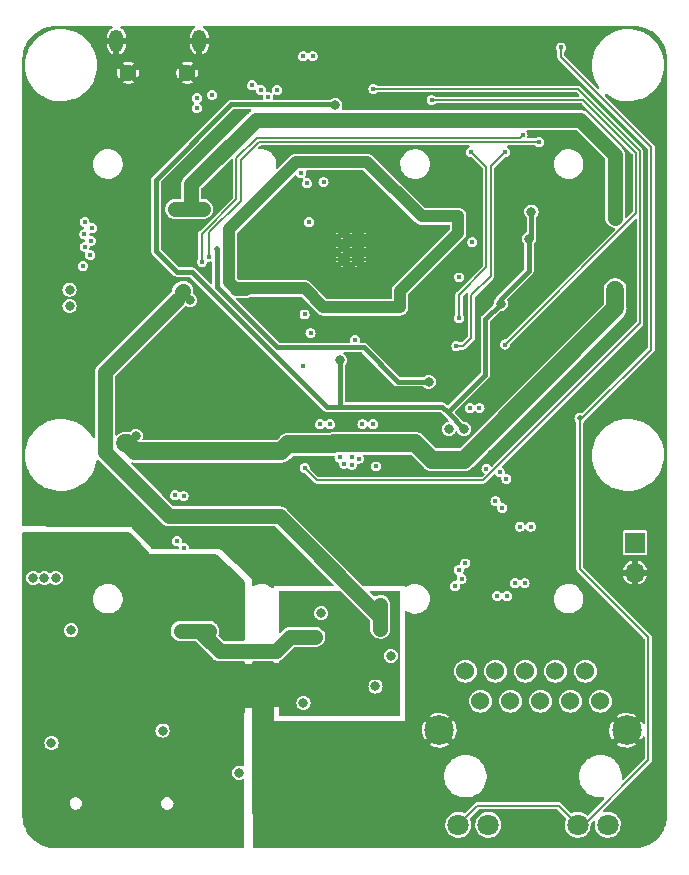
<source format=gbr>
%TF.GenerationSoftware,KiCad,Pcbnew,(6.0.7)*%
%TF.CreationDate,2022-11-16T16:45:53+01:00*%
%TF.ProjectId,MainBoard,4d61696e-426f-4617-9264-2e6b69636164,rev?*%
%TF.SameCoordinates,PXa344e00PY7102aa0*%
%TF.FileFunction,Copper,L3,Inr*%
%TF.FilePolarity,Positive*%
%FSLAX46Y46*%
G04 Gerber Fmt 4.6, Leading zero omitted, Abs format (unit mm)*
G04 Created by KiCad (PCBNEW (6.0.7)) date 2022-11-16 16:45:53*
%MOMM*%
%LPD*%
G01*
G04 APERTURE LIST*
%TA.AperFunction,ComponentPad*%
%ADD10R,1.700000X1.700000*%
%TD*%
%TA.AperFunction,ComponentPad*%
%ADD11O,1.700000X1.700000*%
%TD*%
%TA.AperFunction,ComponentPad*%
%ADD12O,1.200000X1.900000*%
%TD*%
%TA.AperFunction,ComponentPad*%
%ADD13C,1.450000*%
%TD*%
%TA.AperFunction,ComponentPad*%
%ADD14C,1.524000*%
%TD*%
%TA.AperFunction,ComponentPad*%
%ADD15C,1.800000*%
%TD*%
%TA.AperFunction,ComponentPad*%
%ADD16C,2.500000*%
%TD*%
%TA.AperFunction,ComponentPad*%
%ADD17O,1.100000X1.600000*%
%TD*%
%TA.AperFunction,ComponentPad*%
%ADD18O,1.600000X1.100000*%
%TD*%
%TA.AperFunction,ComponentPad*%
%ADD19C,0.500000*%
%TD*%
%TA.AperFunction,ViaPad*%
%ADD20C,0.450000*%
%TD*%
%TA.AperFunction,ViaPad*%
%ADD21C,0.800000*%
%TD*%
%TA.AperFunction,ViaPad*%
%ADD22C,0.500000*%
%TD*%
%TA.AperFunction,Conductor*%
%ADD23C,0.150000*%
%TD*%
%TA.AperFunction,Conductor*%
%ADD24C,1.500000*%
%TD*%
%TA.AperFunction,Conductor*%
%ADD25C,0.200000*%
%TD*%
%TA.AperFunction,Conductor*%
%ADD26C,0.400000*%
%TD*%
%TA.AperFunction,Conductor*%
%ADD27C,1.300000*%
%TD*%
%TA.AperFunction,Conductor*%
%ADD28C,1.000000*%
%TD*%
G04 APERTURE END LIST*
D10*
%TO.N,/CM4/n_eeprom_en*%
%TO.C,J6*%
X52170000Y26075000D03*
D11*
%TO.N,GND*%
X52170000Y23535000D03*
%TD*%
D12*
%TO.N,GND*%
%TO.C,J7*%
X15270000Y68547500D03*
D13*
X9270000Y65847500D03*
D12*
X8270000Y68547500D03*
D13*
X14270000Y65847500D03*
%TD*%
D14*
%TO.N,/CM4/TRD0+*%
%TO.C,U3*%
X37820000Y15190000D03*
%TO.N,/CM4/TRD0-*%
X39090000Y12650000D03*
%TO.N,/CM4/TRD1+*%
X40360000Y15190000D03*
%TO.N,/CM4/TRD1-*%
X41630000Y12650000D03*
%TO.N,Net-(C1-Pad1)*%
X42900000Y15190000D03*
X44170000Y12650000D03*
%TO.N,/CM4/TRD2+*%
X45440000Y15190000D03*
%TO.N,/CM4/TRD2-*%
X46710000Y12650000D03*
%TO.N,/CM4/TRD3+*%
X47980000Y15190000D03*
%TO.N,/CM4/TRD3-*%
X49250000Y12650000D03*
D15*
%TO.N,+3V3*%
X37210000Y2190000D03*
%TO.N,Net-(R1-Pad2)*%
X39750000Y2190000D03*
%TO.N,+3V3*%
X47320000Y2190000D03*
%TO.N,Net-(R2-Pad2)*%
X49860000Y2190000D03*
D16*
%TO.N,GND*%
X35610000Y10190000D03*
X51460000Y10190000D03*
%TD*%
D17*
%TO.N,GND*%
%TO.C,J1*%
X4380000Y5800000D03*
X13020000Y5800000D03*
D18*
X6400000Y4370000D03*
X11000000Y4370000D03*
%TD*%
D19*
%TO.N,GND*%
%TO.C,U4*%
X26950000Y49460000D03*
X28150000Y49460000D03*
X29350000Y50660000D03*
X29350000Y49460000D03*
X28150000Y51860000D03*
X29350000Y51860000D03*
X26950000Y50660000D03*
X26950000Y51860000D03*
X28150000Y50660000D03*
%TD*%
D20*
%TO.N,/CM4/screen_BL*%
X6051005Y50426005D03*
X30250000Y32525000D03*
%TO.N,/CM4/screen_CS*%
X27525000Y32750000D03*
%TO.N,/CM4/screen_DC*%
X28225000Y32675000D03*
%TO.N,/CM4/screen_RST*%
X28801821Y33195728D03*
%TO.N,/CM4/screen_MOSI*%
X28170639Y33312188D03*
%TO.N,/CM4/screen_CLK*%
X27161281Y33286289D03*
D21*
%TO.N,GND*%
X31650500Y67150000D03*
X25620006Y51201893D03*
D20*
X21345316Y35914882D03*
D21*
X770000Y36200000D03*
X6420000Y27900000D03*
X1500000Y1500000D03*
X31000000Y32850000D03*
X25600000Y52500000D03*
X31300000Y42650000D03*
X54270000Y49200000D03*
X27800000Y56400000D03*
X6070000Y1200000D03*
X23500000Y20600000D03*
X13475000Y50400000D03*
X17770000Y69200000D03*
X48770000Y69200000D03*
X54270000Y42200000D03*
X40054241Y33545759D03*
D20*
X19900000Y34975000D03*
D21*
X15550000Y24250000D03*
X7900000Y16600000D03*
X6050000Y24900000D03*
D20*
X14300000Y32000000D03*
D21*
X54270000Y10700000D03*
X31000000Y9500000D03*
X770000Y42200000D03*
X5270000Y25800000D03*
X18470000Y8200000D03*
X4500000Y7750000D03*
X13975000Y61125000D03*
X1520000Y13700000D03*
X31500000Y23000000D03*
X18420000Y18300000D03*
X770000Y30200000D03*
X51800000Y51450000D03*
X25070500Y33000000D03*
X25620006Y49501893D03*
X30700000Y51100000D03*
D20*
X12728871Y35628871D03*
D21*
X13500000Y42800000D03*
X18570000Y14900000D03*
D20*
X37100000Y50200000D03*
D21*
X770000Y49200000D03*
X19200000Y52393378D03*
X6800000Y10100000D03*
X37300000Y43900000D03*
X28150316Y47850010D03*
X43270000Y1200000D03*
X25600000Y48300000D03*
D20*
X12800000Y27050000D03*
D21*
X10912522Y9912478D03*
X22500000Y9500000D03*
X17470000Y15300000D03*
X53770000Y2200000D03*
X25930000Y53660000D03*
X34825000Y35675000D03*
X17000000Y1700000D03*
X29552466Y47850010D03*
X29418077Y53651016D03*
X1520000Y11450000D03*
X1470000Y15600000D03*
D20*
X23550000Y43550000D03*
D21*
X30700000Y52400000D03*
X24200000Y15100000D03*
X34000000Y16000000D03*
X36520000Y66950000D03*
D20*
X10345000Y32300000D03*
D21*
X54270000Y20200000D03*
X54270000Y55200000D03*
X25500000Y23000000D03*
X770000Y55200000D03*
X1400000Y8000000D03*
X30700000Y48300000D03*
X18570000Y13700000D03*
X28500000Y39950000D03*
X9720000Y21850000D03*
X1070000Y28000000D03*
X28770000Y66950000D03*
X4520000Y21700000D03*
X33770000Y66950000D03*
X19200000Y49000000D03*
X20770000Y1200000D03*
X20770000Y8200000D03*
D20*
X16900000Y37300000D03*
D21*
X17420000Y23500000D03*
X23300000Y35749500D03*
X31600000Y36550000D03*
X17370000Y6400000D03*
X30700000Y49500000D03*
X28600000Y15100000D03*
D20*
X41700000Y20750000D03*
D21*
X33000000Y32850000D03*
X29270000Y1200000D03*
D20*
X16700000Y26250000D03*
D21*
X31500000Y12000000D03*
X22500000Y59200000D03*
X770000Y62200000D03*
X44500000Y21650000D03*
X35700000Y57300000D03*
X34000000Y12000000D03*
X26270000Y66950000D03*
X9500000Y16600000D03*
X11220000Y20950000D03*
X38900000Y54100000D03*
X54270000Y36700000D03*
X18620000Y20950000D03*
X45750000Y65300000D03*
X54270000Y62200000D03*
D20*
X15850000Y26300000D03*
D21*
X39725000Y47325000D03*
X5370000Y23900000D03*
X41000000Y53900000D03*
X12250000Y7000000D03*
X8769743Y8610500D03*
X41670000Y57650000D03*
D20*
X19100000Y42950000D03*
X12800000Y31950000D03*
D21*
X5950000Y44800000D03*
X42900000Y13600000D03*
X17470000Y14300000D03*
X27770000Y53700000D03*
X26639385Y47850010D03*
X12300000Y1400000D03*
X17470000Y13300000D03*
X44600000Y51100000D03*
X33100000Y41300000D03*
D20*
X38600000Y20500000D03*
%TO.N,/CM4/USB-*%
X15070000Y63725000D03*
X20508311Y64410256D03*
%TO.N,/CM4/USB+*%
X15070000Y62875000D03*
X21109353Y63809214D03*
%TO.N,/CM4/OTG_ID*%
X16370000Y64000000D03*
X19770000Y64800000D03*
%TO.N,/CM4/TRD3+*%
X42825000Y22650000D03*
%TO.N,/CM4/TRD1+*%
X37809074Y24319435D03*
%TO.N,/CM4/TRD3-*%
X42015000Y22650000D03*
%TO.N,/CM4/TRD1-*%
X37236316Y23746677D03*
%TO.N,/CM4/TRD2+*%
X41325000Y21566010D03*
%TO.N,/CM4/TRD0+*%
X37491379Y22978518D03*
%TO.N,/CM4/TRD2-*%
X40515000Y21566010D03*
%TO.N,/CM4/TRD0-*%
X36918621Y22405760D03*
%TO.N,/CM4/screen_MOSI*%
X5575000Y53200000D03*
%TO.N,/CM4/screen_CLK*%
X6175000Y52689500D03*
%TO.N,/CM4/screen_CS*%
X5550000Y52175000D03*
%TO.N,/CM4/screen_DC*%
X6124098Y51631499D03*
%TO.N,/CM4/screen_RST*%
X5575000Y51125000D03*
%TO.N,/PCIe_sata/TX00+*%
X43340000Y27440000D03*
%TO.N,/PCIe_sata/TX01+*%
X41286379Y31463621D03*
%TO.N,/PCIe_sata/TX02+*%
X30000000Y36100000D03*
%TO.N,/PCIe_sata/TX03+*%
X13982031Y25604427D03*
%TO.N,/PCIe_sata/TX00-*%
X42410000Y27440000D03*
%TO.N,/PCIe_sata/TX01-*%
X40713621Y32036379D03*
%TO.N,/PCIe_sata/TX02-*%
X29100000Y36100000D03*
%TO.N,/PCIe_sata/TX03-*%
X13395131Y26191327D03*
%TO.N,/PCIe_sata/RX00-*%
X40944869Y29008673D03*
%TO.N,/PCIe_sata/RX01-*%
X39005000Y37450000D03*
%TO.N,/PCIe_sata/RX02-*%
X26335000Y36100000D03*
%TO.N,/PCIe_sata/RX03-*%
X13950000Y30050000D03*
%TO.N,/PCIe_sata/RX00+*%
X40357969Y29595573D03*
%TO.N,/PCIe_sata/RX01+*%
X38195000Y37450000D03*
%TO.N,/PCIe_sata/RX02+*%
X25525000Y36100000D03*
%TO.N,/PCIe_sata/RX03+*%
X13250000Y30100000D03*
%TO.N,/PCIe_sata/VAA2_0*%
X38400000Y51500000D03*
%TO.N,/PCIe_sata/VAA2_1*%
X37300000Y48525000D03*
%TO.N,/PCIe_sata/AVDD0*%
X25800000Y56600000D03*
%TO.N,+3V3*%
X45900000Y68000000D03*
D21*
X34700000Y39700000D03*
D22*
X16750000Y50950000D03*
X47500000Y36600000D03*
D21*
X36400000Y35700000D03*
D20*
%TO.N,/PCIe_sata/VAA2_2*%
X28450000Y43250000D03*
%TO.N,/PCIe_sata/VAA2_3*%
X24700000Y43800000D03*
D21*
%TO.N,+1V0*%
X30600000Y19800000D03*
X14500000Y46600000D03*
X13900000Y47400000D03*
X31500000Y16500000D03*
X13400000Y46600000D03*
X24100000Y12500000D03*
X30600000Y18800000D03*
X30600000Y20800000D03*
%TO.N,+1V8*%
X26800000Y63100000D03*
X37700000Y35700000D03*
X27200000Y41500000D03*
X43200000Y51800000D03*
X40800000Y46300000D03*
X43400000Y54100000D03*
%TO.N,+12V*%
X50500000Y53600000D03*
X24100000Y18100000D03*
X14420000Y54350000D03*
X15605000Y54335000D03*
X16100000Y18600000D03*
X50500000Y55000000D03*
X23000000Y18100000D03*
X15300000Y18600000D03*
X13255000Y54335000D03*
X25100000Y18100000D03*
X13700000Y18600000D03*
X14500000Y18600000D03*
%TO.N,+5V*%
X4300000Y46100000D03*
X50500000Y47500000D03*
X18670000Y6600000D03*
X50500000Y45900000D03*
X37220000Y33100000D03*
X3120000Y23100000D03*
X9900000Y35100000D03*
X35120000Y33100000D03*
X9870000Y33800000D03*
X2170000Y23100000D03*
X36170000Y33100000D03*
X2770000Y9100000D03*
X1220000Y23100000D03*
X4300000Y47500000D03*
X9000000Y34500000D03*
D20*
%TO.N,/CM4/globalEN*%
X39600000Y32350000D03*
X5425000Y49475000D03*
%TO.N,/CM4/PCIE_nRST*%
X21870000Y64400000D03*
X24560000Y53200000D03*
%TO.N,/CM4/PCIE_TX_P*%
X24075000Y67250000D03*
X23900000Y57350000D03*
%TO.N,/CM4/PCIE_TX_N*%
X24885000Y67250000D03*
X24400000Y56500000D03*
%TO.N,/PCIe_sata/led1*%
X16125500Y50300000D03*
X44050000Y60000000D03*
%TO.N,/PCIe_sata/led2*%
X15500000Y49850000D03*
X42650000Y60575000D03*
%TO.N,/PCIe_sata/led3*%
X41175000Y59150000D03*
X37050000Y42725000D03*
%TO.N,/PCIe_sata/led4*%
X38300000Y59150000D03*
X37275000Y45075000D03*
%TO.N,/PCIe_sata/SPI_DO*%
X24100000Y41000000D03*
X24200000Y45400000D03*
D21*
%TO.N,Net-(C61-Pad1)*%
X4438967Y18651273D03*
X12175000Y10164500D03*
%TO.N,VDD*%
X29500000Y58300000D03*
X18300000Y47600000D03*
X37200000Y53700000D03*
X19200000Y47500000D03*
X32262686Y46002012D03*
%TO.N,Net-(C84-Pad1)*%
X30200000Y13900000D03*
X25600000Y20100000D03*
D20*
%TO.N,Net-(Module1-Pad21)*%
X24200000Y32400000D03*
X30025000Y64500000D03*
%TO.N,/CM4/pwr_led*%
X41150000Y42850000D03*
X34950000Y63550000D03*
%TD*%
D23*
%TO.N,/CM4/pwr_led*%
X52260480Y59089520D02*
X47800000Y63550000D01*
X47800000Y63550000D02*
X34950000Y63550000D01*
X52260480Y53960480D02*
X52260480Y59089520D01*
X41150000Y42850000D02*
X52260480Y53960480D01*
D24*
%TO.N,+5V*%
X22220000Y33800000D02*
X9870000Y33800000D01*
X22820000Y34400000D02*
X22220000Y33800000D01*
X34970000Y33100000D02*
X33583312Y34486688D01*
X37700000Y33100000D02*
X34970000Y33100000D01*
X50500000Y45900000D02*
X37700000Y33100000D01*
X26613998Y34400000D02*
X22820000Y34400000D01*
X33583312Y34486688D02*
X26700686Y34486688D01*
X26700686Y34486688D02*
X26613998Y34400000D01*
D23*
%TO.N,Net-(Module1-Pad21)*%
X47330153Y64500000D02*
X30025000Y64500000D01*
X52600000Y59230153D02*
X47330153Y64500000D01*
X25250000Y31350000D02*
X39320826Y31350000D01*
X24200000Y32400000D02*
X25250000Y31350000D01*
X39320826Y31350000D02*
X52600000Y44629174D01*
X52600000Y44629174D02*
X52600000Y59230153D01*
D25*
%TO.N,+3V3*%
X45710000Y3800000D02*
X47320000Y2190000D01*
X45900000Y67200000D02*
X45900000Y68000000D01*
X37210000Y2190000D02*
X38820000Y3800000D01*
X47500000Y36600000D02*
X47500000Y23850000D01*
D26*
X21900000Y42600000D02*
X29200000Y42600000D01*
D25*
X53550000Y59550000D02*
X45900000Y67200000D01*
D26*
X16750000Y47750000D02*
X21900000Y42600000D01*
D25*
X53300000Y18050000D02*
X53300000Y7650000D01*
D26*
X32100000Y39700000D02*
X34700000Y39700000D01*
D25*
X53300000Y7650000D02*
X47840000Y2190000D01*
X53550000Y42425000D02*
X53550000Y59550000D01*
X47725000Y36600000D02*
X53550000Y42425000D01*
X47500000Y36600000D02*
X47725000Y36600000D01*
X47500000Y23850000D02*
X53300000Y18050000D01*
D26*
X29200000Y42600000D02*
X32100000Y39700000D01*
X16750000Y50950000D02*
X16750000Y47750000D01*
D25*
X38820000Y3800000D02*
X45710000Y3800000D01*
D27*
%TO.N,+1V0*%
X12753983Y28300000D02*
X22100000Y28300000D01*
X7300000Y40500000D02*
X7300000Y33753983D01*
X30600000Y19800000D02*
X30600000Y18800000D01*
X13900000Y47400000D02*
X13800000Y47300000D01*
X30600000Y19800000D02*
X30600000Y20800000D01*
X22100000Y28300000D02*
X30600000Y19800000D01*
X7300000Y33753983D02*
X12753983Y28300000D01*
X13400000Y46600000D02*
X7300000Y40500000D01*
D26*
%TO.N,+1V8*%
X40800000Y46700000D02*
X43200000Y49100000D01*
X40800000Y46300000D02*
X40800000Y46700000D01*
X26725000Y63175000D02*
X17975000Y63175000D01*
X11600000Y56800000D02*
X11600000Y50800000D01*
X14625000Y49000000D02*
X26075000Y37550000D01*
X13400000Y49000000D02*
X14625000Y49000000D01*
X39500000Y45000000D02*
X39500000Y40300000D01*
X17975000Y63175000D02*
X11600000Y56800000D01*
X36300000Y37100000D02*
X37700000Y35700000D01*
X39500000Y40300000D02*
X36300000Y37100000D01*
X26800000Y63100000D02*
X26725000Y63175000D01*
X11600000Y50800000D02*
X13400000Y49000000D01*
X35850000Y37550000D02*
X36300000Y37100000D01*
X26075000Y37550000D02*
X27150000Y37550000D01*
X27150000Y37550000D02*
X35850000Y37550000D01*
X43200000Y49100000D02*
X43200000Y51800000D01*
X27150000Y37550000D02*
X27200000Y37600000D01*
X43400000Y52000000D02*
X43200000Y51800000D01*
X40800000Y46300000D02*
X39500000Y45000000D01*
X43400000Y54100000D02*
X43400000Y52000000D01*
X27200000Y37600000D02*
X27200000Y41500000D01*
D27*
%TO.N,+12V*%
X20050000Y61850000D02*
X47550000Y61850000D01*
X15300000Y18600000D02*
X13700000Y18600000D01*
X50500000Y55000000D02*
X50500000Y53600000D01*
X13255000Y54335000D02*
X15605000Y54335000D01*
X47550000Y61850000D02*
X50500000Y58900000D01*
X50500000Y58900000D02*
X50500000Y55000000D01*
X24100000Y18100000D02*
X25100000Y18100000D01*
X14600000Y54530000D02*
X14600000Y56400000D01*
X17000000Y16900000D02*
X21800000Y16900000D01*
X14420000Y54350000D02*
X14600000Y54530000D01*
X23000000Y18100000D02*
X24100000Y18100000D01*
X17000000Y16900000D02*
X15300000Y18600000D01*
X15300000Y18600000D02*
X16100000Y18600000D01*
X14600000Y56400000D02*
X20050000Y61850000D01*
X21800000Y16900000D02*
X23000000Y18100000D01*
D24*
%TO.N,+5V*%
X50500000Y47500000D02*
X50500000Y45900000D01*
X9170000Y34500000D02*
X9870000Y33800000D01*
X9000000Y34500000D02*
X9170000Y34500000D01*
D25*
%TO.N,/PCIe_sata/led1*%
X20325000Y60025000D02*
X44025000Y60025000D01*
X16125500Y50300000D02*
X16125500Y52375500D01*
X18775000Y55025000D02*
X18775000Y58475000D01*
X16125500Y52375500D02*
X18775000Y55025000D01*
X18775000Y58475000D02*
X20325000Y60025000D01*
X44025000Y60025000D02*
X44050000Y60000000D01*
%TO.N,/PCIe_sata/led2*%
X15500000Y52245004D02*
X18424980Y55169984D01*
X18424980Y58619984D02*
X20180016Y60375020D01*
X18424980Y55169984D02*
X18424980Y58619984D01*
X20180016Y60375020D02*
X42450020Y60375020D01*
X42450020Y60375020D02*
X42650000Y60575000D01*
X15500000Y49850000D02*
X15500000Y52245004D01*
%TO.N,/PCIe_sata/led3*%
X39950020Y57925020D02*
X39950020Y48650020D01*
X41175000Y59150000D02*
X39950020Y57925020D01*
X37650000Y42725000D02*
X37050000Y42725000D01*
X39950020Y48650020D02*
X38300000Y47000000D01*
X38300000Y43375000D02*
X37650000Y42725000D01*
X38300000Y47000000D02*
X38300000Y43375000D01*
%TO.N,/PCIe_sata/led4*%
X39600000Y57850000D02*
X38300000Y59150000D01*
X39600000Y49400000D02*
X39600000Y57850000D01*
X37275000Y47075000D02*
X39600000Y49400000D01*
X37275000Y45075000D02*
X37275000Y47075000D01*
D28*
%TO.N,VDD*%
X17800000Y52600000D02*
X17800000Y48100000D01*
X37200000Y52300000D02*
X37200000Y53700000D01*
X19200000Y47500000D02*
X18400000Y47500000D01*
X25797988Y46002012D02*
X32262686Y46002012D01*
X32262686Y47362686D02*
X37200000Y52300000D01*
X34100000Y53700000D02*
X37200000Y53700000D01*
D26*
X18400000Y47500000D02*
X18300000Y47600000D01*
D28*
X24200000Y47600000D02*
X25797988Y46002012D01*
X18300000Y47600000D02*
X24200000Y47600000D01*
X29500000Y58300000D02*
X34100000Y53700000D01*
X29500000Y58300000D02*
X23500000Y58300000D01*
X17800000Y48100000D02*
X18300000Y47600000D01*
X23500000Y58300000D02*
X17800000Y52600000D01*
X32262686Y46002012D02*
X32262686Y47362686D01*
%TD*%
%TA.AperFunction,Conductor*%
%TO.N,GND*%
G36*
X27213142Y21979998D02*
G01*
X27234116Y21963095D01*
X29712595Y19484616D01*
X29746621Y19422304D01*
X29749500Y19395521D01*
X29749500Y18753836D01*
X29764442Y18616291D01*
X29823383Y18441152D01*
X29918557Y18282756D01*
X29923248Y18277796D01*
X29923249Y18277794D01*
X29962034Y18236781D01*
X30045524Y18148493D01*
X30198360Y18044625D01*
X30204694Y18042092D01*
X30204697Y18042090D01*
X30363598Y17978534D01*
X30363603Y17978533D01*
X30369935Y17976000D01*
X30461689Y17960810D01*
X30545506Y17946934D01*
X30545510Y17946934D01*
X30552244Y17945819D01*
X30559061Y17946176D01*
X30559065Y17946176D01*
X30714111Y17954302D01*
X30736781Y17955490D01*
X30743354Y17957301D01*
X30743357Y17957301D01*
X30908354Y18002749D01*
X30914936Y18004562D01*
X31078398Y18090746D01*
X31219540Y18210020D01*
X31223688Y18215445D01*
X31327633Y18351399D01*
X31327636Y18351403D01*
X31331777Y18356820D01*
X31400000Y18503124D01*
X31400000Y17092517D01*
X31351426Y17086122D01*
X31343238Y17085044D01*
X31197159Y17024536D01*
X31071718Y16928282D01*
X30975464Y16802841D01*
X30914956Y16656762D01*
X30894318Y16500000D01*
X30914956Y16343238D01*
X30975464Y16197159D01*
X31071718Y16071718D01*
X31197159Y15975464D01*
X31343238Y15914956D01*
X31351426Y15913878D01*
X31400000Y15907483D01*
X31400000Y11725000D01*
X22100000Y11725000D01*
X22100000Y12500000D01*
X23494318Y12500000D01*
X23514956Y12343238D01*
X23575464Y12197159D01*
X23671718Y12071718D01*
X23797159Y11975464D01*
X23943238Y11914956D01*
X24100000Y11894318D01*
X24108188Y11895396D01*
X24248574Y11913878D01*
X24256762Y11914956D01*
X24402841Y11975464D01*
X24528282Y12071718D01*
X24624536Y12197159D01*
X24685044Y12343238D01*
X24705682Y12500000D01*
X24685044Y12656762D01*
X24624536Y12802841D01*
X24528282Y12928282D01*
X24402841Y13024536D01*
X24256762Y13085044D01*
X24100000Y13105682D01*
X23943238Y13085044D01*
X23797159Y13024536D01*
X23671718Y12928282D01*
X23575464Y12802841D01*
X23514956Y12656762D01*
X23494318Y12500000D01*
X22100000Y12500000D01*
X22100000Y13900000D01*
X29594318Y13900000D01*
X29614956Y13743238D01*
X29675464Y13597159D01*
X29771718Y13471718D01*
X29897159Y13375464D01*
X30043238Y13314956D01*
X30200000Y13294318D01*
X30208188Y13295396D01*
X30348574Y13313878D01*
X30356762Y13314956D01*
X30502841Y13375464D01*
X30628282Y13471718D01*
X30724536Y13597159D01*
X30785044Y13743238D01*
X30805682Y13900000D01*
X30785044Y14056762D01*
X30724536Y14202841D01*
X30628282Y14328282D01*
X30502841Y14424536D01*
X30356762Y14485044D01*
X30200000Y14505682D01*
X30043238Y14485044D01*
X29897159Y14424536D01*
X29771718Y14328282D01*
X29675464Y14202841D01*
X29614956Y14056762D01*
X29594318Y13900000D01*
X22100000Y13900000D01*
X22100000Y16103578D01*
X22152377Y16121205D01*
X22152379Y16121206D01*
X22158848Y16123383D01*
X22164702Y16126900D01*
X22167514Y16128200D01*
X22167957Y16128382D01*
X22168116Y16128458D01*
X22168534Y16128686D01*
X22171303Y16130049D01*
X22177715Y16132382D01*
X22183473Y16136036D01*
X22183479Y16136039D01*
X22245644Y16175490D01*
X22248263Y16177108D01*
X22311393Y16215041D01*
X22311395Y16215042D01*
X22317244Y16218557D01*
X22322203Y16223246D01*
X22324682Y16225128D01*
X22325459Y16225668D01*
X22329369Y16228625D01*
X22333738Y16231398D01*
X22337972Y16235183D01*
X22391478Y16288689D01*
X22394000Y16291142D01*
X22446549Y16340835D01*
X22446551Y16340837D01*
X22451507Y16345524D01*
X22455341Y16351166D01*
X22459767Y16356366D01*
X22460171Y16356022D01*
X22466707Y16363918D01*
X23315384Y17212595D01*
X23377696Y17246621D01*
X23404479Y17249500D01*
X25146164Y17249500D01*
X25283709Y17264442D01*
X25458848Y17323383D01*
X25617244Y17418557D01*
X25751507Y17545524D01*
X25855375Y17698360D01*
X25857910Y17704697D01*
X25921466Y17863598D01*
X25921467Y17863603D01*
X25924000Y17869935D01*
X25939190Y17961689D01*
X25953066Y18045506D01*
X25953066Y18045510D01*
X25954181Y18052244D01*
X25952331Y18087561D01*
X25944867Y18229968D01*
X25944510Y18236781D01*
X25931847Y18282756D01*
X25897251Y18408354D01*
X25895438Y18414936D01*
X25809254Y18578398D01*
X25689980Y18719540D01*
X25645123Y18753836D01*
X25548601Y18827633D01*
X25548597Y18827636D01*
X25543180Y18831777D01*
X25537000Y18834659D01*
X25536998Y18834660D01*
X25381880Y18906993D01*
X25381877Y18906994D01*
X25375703Y18909873D01*
X25369058Y18911358D01*
X25369053Y18911360D01*
X25221911Y18944249D01*
X25195363Y18950183D01*
X25189693Y18950500D01*
X23041062Y18950500D01*
X23030521Y18950942D01*
X22979098Y18955260D01*
X22972338Y18954358D01*
X22972334Y18954358D01*
X22899341Y18944619D01*
X22896287Y18944249D01*
X22823072Y18936295D01*
X22823069Y18936294D01*
X22816291Y18935558D01*
X22809831Y18933384D01*
X22806783Y18932714D01*
X22806322Y18932633D01*
X22806171Y18932597D01*
X22805712Y18932464D01*
X22802693Y18931722D01*
X22795931Y18930820D01*
X22789521Y18928487D01*
X22789517Y18928486D01*
X22720329Y18903303D01*
X22717423Y18902285D01*
X22647623Y18878795D01*
X22647621Y18878794D01*
X22641152Y18876617D01*
X22635298Y18873100D01*
X22632486Y18871800D01*
X22632043Y18871618D01*
X22631884Y18871542D01*
X22631466Y18871314D01*
X22628697Y18869951D01*
X22622285Y18867618D01*
X22616528Y18863964D01*
X22616527Y18863964D01*
X22554330Y18824493D01*
X22551738Y18822892D01*
X22482756Y18781443D01*
X22477801Y18776757D01*
X22475331Y18774882D01*
X22474552Y18774341D01*
X22470628Y18771373D01*
X22466261Y18768602D01*
X22462028Y18764817D01*
X22408523Y18711312D01*
X22406001Y18708859D01*
X22348493Y18654476D01*
X22344659Y18648834D01*
X22340233Y18643634D01*
X22339829Y18643978D01*
X22333293Y18636082D01*
X22215095Y18517884D01*
X22152783Y18483858D01*
X22100000Y18487633D01*
X22100000Y20100000D01*
X24994318Y20100000D01*
X25014956Y19943238D01*
X25075464Y19797159D01*
X25171718Y19671718D01*
X25297159Y19575464D01*
X25443238Y19514956D01*
X25600000Y19494318D01*
X25608188Y19495396D01*
X25748574Y19513878D01*
X25756762Y19514956D01*
X25902841Y19575464D01*
X26028282Y19671718D01*
X26124536Y19797159D01*
X26185044Y19943238D01*
X26205682Y20100000D01*
X26185044Y20256762D01*
X26124536Y20402841D01*
X26028282Y20528282D01*
X25902841Y20624536D01*
X25756762Y20685044D01*
X25600000Y20705682D01*
X25443238Y20685044D01*
X25297159Y20624536D01*
X25171718Y20528282D01*
X25075464Y20402841D01*
X25014956Y20256762D01*
X24994318Y20100000D01*
X22100000Y20100000D01*
X22100000Y21994344D01*
X22126000Y22000000D01*
X27145021Y22000000D01*
X27213142Y21979998D01*
G37*
%TD.AperFunction*%
%TA.AperFunction,Conductor*%
G36*
X31400000Y21089367D02*
G01*
X31378794Y21152378D01*
X31376617Y21158848D01*
X31281443Y21317244D01*
X31154476Y21451507D01*
X31001640Y21555375D01*
X30995306Y21557908D01*
X30995303Y21557910D01*
X30836402Y21621466D01*
X30836397Y21621467D01*
X30830065Y21624000D01*
X30738311Y21639190D01*
X30654494Y21653066D01*
X30654490Y21653066D01*
X30647756Y21654181D01*
X30640939Y21653824D01*
X30640935Y21653824D01*
X30485889Y21645698D01*
X30463219Y21644510D01*
X30456646Y21642699D01*
X30456643Y21642699D01*
X30379558Y21621466D01*
X30285064Y21595438D01*
X30279022Y21592252D01*
X30279021Y21592252D01*
X30185396Y21542890D01*
X30115809Y21528813D01*
X30049658Y21554592D01*
X30037537Y21565252D01*
X29817884Y21784905D01*
X29783858Y21847217D01*
X29788923Y21918032D01*
X29831470Y21974868D01*
X29897990Y21999679D01*
X29906979Y22000000D01*
X31400000Y22000000D01*
X31400000Y21089367D01*
G37*
%TD.AperFunction*%
%TD*%
%TA.AperFunction,Conductor*%
%TO.N,GND*%
G36*
X9328309Y26947888D02*
G01*
X9418540Y26928947D01*
X9455782Y26912592D01*
X9530787Y26858965D01*
X9546103Y26845418D01*
X9725676Y26650000D01*
X11060853Y25197012D01*
X11060855Y25197010D01*
X11150000Y25100000D01*
X16572975Y25100000D01*
X16591380Y25098274D01*
X16673457Y25082744D01*
X16707722Y25069296D01*
X16778452Y25024853D01*
X16793111Y25013605D01*
X18693458Y23250326D01*
X19024384Y22943269D01*
X19037801Y22927965D01*
X19090910Y22853066D01*
X19107082Y22815938D01*
X19125751Y22726044D01*
X19127819Y22705792D01*
X19121869Y17849379D01*
X19102890Y17791211D01*
X19053346Y17755308D01*
X19022869Y17750500D01*
X17393297Y17750500D01*
X17335106Y17769407D01*
X17323293Y17779496D01*
X16915548Y18187241D01*
X16887771Y18241758D01*
X16893632Y18294008D01*
X16924000Y18369935D01*
X16954181Y18552244D01*
X16944510Y18736781D01*
X16895438Y18914936D01*
X16809254Y19078398D01*
X16744964Y19154476D01*
X16693440Y19215446D01*
X16693438Y19215448D01*
X16689980Y19219540D01*
X16543180Y19331777D01*
X16375703Y19409873D01*
X16370476Y19411041D01*
X16370474Y19411042D01*
X16199322Y19449298D01*
X16199323Y19449298D01*
X16195363Y19450183D01*
X16191212Y19450415D01*
X16191079Y19450423D01*
X16191062Y19450423D01*
X16189693Y19450500D01*
X15313640Y19450500D01*
X15310876Y19450539D01*
X15307341Y19450638D01*
X15231389Y19452759D01*
X15226119Y19451754D01*
X15220778Y19451324D01*
X15220764Y19451500D01*
X15210191Y19450500D01*
X13653836Y19450500D01*
X13623436Y19447198D01*
X13521616Y19436137D01*
X13521611Y19436136D01*
X13516291Y19435558D01*
X13341152Y19376617D01*
X13182756Y19281443D01*
X13178864Y19277763D01*
X13178862Y19277761D01*
X13052385Y19158157D01*
X13052383Y19158154D01*
X13048493Y19154476D01*
X13045484Y19150048D01*
X13045482Y19150046D01*
X12947636Y19006071D01*
X12944625Y19001640D01*
X12876000Y18830065D01*
X12845819Y18647756D01*
X12855490Y18463219D01*
X12904562Y18285064D01*
X12990746Y18121602D01*
X12994205Y18117508D01*
X12994207Y18117506D01*
X13038255Y18065382D01*
X13110020Y17980460D01*
X13256820Y17868223D01*
X13424297Y17790127D01*
X13429524Y17788959D01*
X13429526Y17788958D01*
X13554165Y17761099D01*
X13604637Y17749817D01*
X13608788Y17749585D01*
X13608921Y17749577D01*
X13608938Y17749577D01*
X13610307Y17749500D01*
X14906703Y17749500D01*
X14964894Y17730593D01*
X14976707Y17720504D01*
X16370374Y16326838D01*
X16375985Y16320735D01*
X16410020Y16280460D01*
X16414279Y16277204D01*
X16474210Y16231383D01*
X16476114Y16229890D01*
X16539073Y16179269D01*
X16543875Y16176885D01*
X16548194Y16174123D01*
X16552567Y16171475D01*
X16556820Y16168223D01*
X16561668Y16165962D01*
X16561672Y16165960D01*
X16630075Y16134064D01*
X16632255Y16133014D01*
X16704593Y16097105D01*
X16709795Y16095808D01*
X16714599Y16094040D01*
X16719436Y16092393D01*
X16724297Y16090127D01*
X16773252Y16079185D01*
X16803144Y16072503D01*
X16805498Y16071946D01*
X16878690Y16053697D01*
X16878695Y16053696D01*
X16883894Y16052400D01*
X16889253Y16052250D01*
X16894565Y16051523D01*
X16894517Y16051170D01*
X16896602Y16050911D01*
X16896651Y16051262D01*
X16900667Y16050704D01*
X16904637Y16049817D01*
X16908694Y16049590D01*
X16908695Y16049590D01*
X16908921Y16049577D01*
X16908938Y16049577D01*
X16910307Y16049500D01*
X16986360Y16049500D01*
X16989125Y16049461D01*
X17068611Y16047241D01*
X17073881Y16048246D01*
X17079222Y16048676D01*
X17079236Y16048500D01*
X17089809Y16049500D01*
X19020543Y16049500D01*
X19078734Y16030593D01*
X19114698Y15981093D01*
X19119543Y15950382D01*
X19108841Y7216244D01*
X19089863Y7158078D01*
X19040319Y7122175D01*
X18979134Y7122250D01*
X18971957Y7124903D01*
X18832762Y7182559D01*
X18832760Y7182560D01*
X18826762Y7185044D01*
X18670000Y7205682D01*
X18513238Y7185044D01*
X18367159Y7124536D01*
X18241718Y7028282D01*
X18145464Y6902841D01*
X18084956Y6756762D01*
X18064318Y6600000D01*
X18084956Y6443238D01*
X18145464Y6297159D01*
X18241718Y6171718D01*
X18367159Y6075464D01*
X18513238Y6014956D01*
X18670000Y5994318D01*
X18826762Y6014956D01*
X18970444Y6074471D01*
X19031441Y6079272D01*
X19083610Y6047302D01*
X19107025Y5990774D01*
X19107330Y5982886D01*
X19100379Y309375D01*
X19098455Y290073D01*
X19096455Y280077D01*
X19066499Y226727D01*
X19010905Y201173D01*
X18999379Y200500D01*
X3134017Y200500D01*
X3111831Y203018D01*
X3111813Y203022D01*
X3100359Y205656D01*
X3089484Y203195D01*
X3079273Y203213D01*
X3068170Y202288D01*
X2891532Y212208D01*
X2792101Y217792D01*
X2781078Y219034D01*
X2567698Y255288D01*
X2482539Y269757D01*
X2471715Y272227D01*
X2342772Y309375D01*
X2180721Y356062D01*
X2170249Y359726D01*
X1890470Y475614D01*
X1880480Y480425D01*
X1615437Y626910D01*
X1606052Y632806D01*
X1359063Y808054D01*
X1350395Y814967D01*
X1124593Y1016757D01*
X1116757Y1024593D01*
X914967Y1250395D01*
X908054Y1259063D01*
X732806Y1506052D01*
X726910Y1515437D01*
X580425Y1780480D01*
X575611Y1790476D01*
X459727Y2070246D01*
X456060Y2080725D01*
X372227Y2371715D01*
X369757Y2382539D01*
X355288Y2467698D01*
X319034Y2681078D01*
X317791Y2692106D01*
X302331Y2967396D01*
X304122Y2988205D01*
X303747Y2988248D01*
X304388Y2993816D01*
X305655Y2999282D01*
X305656Y3000000D01*
X304412Y3005455D01*
X302980Y3011734D01*
X300500Y3033752D01*
X300500Y3966693D01*
X4295606Y3966693D01*
X4296940Y3960078D01*
X4296940Y3960076D01*
X4322545Y3833091D01*
X4324064Y3825556D01*
X4389429Y3697270D01*
X4393992Y3692307D01*
X4393994Y3692305D01*
X4439896Y3642387D01*
X4486884Y3591288D01*
X4609250Y3515418D01*
X4747512Y3475249D01*
X4752682Y3474869D01*
X4752684Y3474869D01*
X4755911Y3474632D01*
X4755918Y3474632D01*
X4757712Y3474500D01*
X4861070Y3474500D01*
X4967646Y3489099D01*
X4973832Y3491776D01*
X4973836Y3491777D01*
X5093595Y3543602D01*
X5093596Y3543603D01*
X5099783Y3546280D01*
X5155364Y3591288D01*
X5206433Y3632643D01*
X5206434Y3632644D01*
X5211675Y3636888D01*
X5295079Y3754249D01*
X5297363Y3760594D01*
X5297365Y3760597D01*
X5341562Y3883361D01*
X5343850Y3889715D01*
X5349503Y3966693D01*
X12045606Y3966693D01*
X12046940Y3960078D01*
X12046940Y3960076D01*
X12072545Y3833091D01*
X12074064Y3825556D01*
X12139429Y3697270D01*
X12143992Y3692307D01*
X12143994Y3692305D01*
X12189896Y3642387D01*
X12236884Y3591288D01*
X12359250Y3515418D01*
X12497512Y3475249D01*
X12502682Y3474869D01*
X12502684Y3474869D01*
X12505911Y3474632D01*
X12505918Y3474632D01*
X12507712Y3474500D01*
X12611070Y3474500D01*
X12717646Y3489099D01*
X12723832Y3491776D01*
X12723836Y3491777D01*
X12843595Y3543602D01*
X12843596Y3543603D01*
X12849783Y3546280D01*
X12905364Y3591288D01*
X12956433Y3632643D01*
X12956434Y3632644D01*
X12961675Y3636888D01*
X13045079Y3754249D01*
X13047363Y3760594D01*
X13047365Y3760597D01*
X13091562Y3883361D01*
X13093850Y3889715D01*
X13104394Y4033307D01*
X13087592Y4116639D01*
X13077269Y4167833D01*
X13075936Y4174444D01*
X13010571Y4302730D01*
X13006008Y4307693D01*
X13006006Y4307695D01*
X12917684Y4403744D01*
X12913116Y4408712D01*
X12790750Y4484582D01*
X12652488Y4524751D01*
X12647318Y4525131D01*
X12647316Y4525131D01*
X12644089Y4525368D01*
X12644082Y4525368D01*
X12642288Y4525500D01*
X12538930Y4525500D01*
X12432354Y4510901D01*
X12426168Y4508224D01*
X12426164Y4508223D01*
X12306405Y4456398D01*
X12300217Y4453720D01*
X12294978Y4449478D01*
X12294977Y4449477D01*
X12193567Y4367357D01*
X12188325Y4363112D01*
X12104921Y4245751D01*
X12102637Y4239406D01*
X12102635Y4239403D01*
X12081412Y4180452D01*
X12056150Y4110285D01*
X12045606Y3966693D01*
X5349503Y3966693D01*
X5354394Y4033307D01*
X5337592Y4116639D01*
X5327269Y4167833D01*
X5325936Y4174444D01*
X5260571Y4302730D01*
X5256008Y4307693D01*
X5256006Y4307695D01*
X5167684Y4403744D01*
X5163116Y4408712D01*
X5040750Y4484582D01*
X4902488Y4524751D01*
X4897318Y4525131D01*
X4897316Y4525131D01*
X4894089Y4525368D01*
X4894082Y4525368D01*
X4892288Y4525500D01*
X4788930Y4525500D01*
X4682354Y4510901D01*
X4676168Y4508224D01*
X4676164Y4508223D01*
X4556405Y4456398D01*
X4550217Y4453720D01*
X4544978Y4449478D01*
X4544977Y4449477D01*
X4443567Y4367357D01*
X4438325Y4363112D01*
X4354921Y4245751D01*
X4352637Y4239406D01*
X4352635Y4239403D01*
X4331412Y4180452D01*
X4306150Y4110285D01*
X4295606Y3966693D01*
X300500Y3966693D01*
X300500Y9100000D01*
X2164318Y9100000D01*
X2184956Y8943238D01*
X2245464Y8797159D01*
X2341718Y8671718D01*
X2467159Y8575464D01*
X2613238Y8514956D01*
X2770000Y8494318D01*
X2926762Y8514956D01*
X3072841Y8575464D01*
X3198282Y8671718D01*
X3294536Y8797159D01*
X3355044Y8943238D01*
X3375682Y9100000D01*
X3355044Y9256762D01*
X3294536Y9402841D01*
X3198282Y9528282D01*
X3072841Y9624536D01*
X2926762Y9685044D01*
X2770000Y9705682D01*
X2613238Y9685044D01*
X2467159Y9624536D01*
X2341718Y9528282D01*
X2245464Y9402841D01*
X2184956Y9256762D01*
X2164318Y9100000D01*
X300500Y9100000D01*
X300500Y10164500D01*
X11569318Y10164500D01*
X11589956Y10007738D01*
X11650464Y9861659D01*
X11746718Y9736218D01*
X11872159Y9639964D01*
X12018238Y9579456D01*
X12175000Y9558818D01*
X12331762Y9579456D01*
X12477841Y9639964D01*
X12603282Y9736218D01*
X12699536Y9861659D01*
X12760044Y10007738D01*
X12780682Y10164500D01*
X12760044Y10321262D01*
X12699536Y10467341D01*
X12603282Y10592782D01*
X12477841Y10689036D01*
X12331762Y10749544D01*
X12175000Y10770182D01*
X12018238Y10749544D01*
X11872159Y10689036D01*
X11746718Y10592782D01*
X11650464Y10467341D01*
X11589956Y10321262D01*
X11569318Y10164500D01*
X300500Y10164500D01*
X300500Y18651273D01*
X3833285Y18651273D01*
X3853923Y18494511D01*
X3914431Y18348432D01*
X4010685Y18222991D01*
X4136126Y18126737D01*
X4282205Y18066229D01*
X4438967Y18045591D01*
X4595729Y18066229D01*
X4741808Y18126737D01*
X4867249Y18222991D01*
X4963503Y18348432D01*
X5024011Y18494511D01*
X5044649Y18651273D01*
X5024011Y18808035D01*
X4963503Y18954114D01*
X4867249Y19079555D01*
X4741808Y19175809D01*
X4595729Y19236317D01*
X4438967Y19256955D01*
X4282205Y19236317D01*
X4136126Y19175809D01*
X4010685Y19079555D01*
X3914431Y18954114D01*
X3853923Y18808035D01*
X3833285Y18651273D01*
X300500Y18651273D01*
X300500Y21290562D01*
X6285066Y21290562D01*
X6311883Y21068956D01*
X6313176Y21064751D01*
X6313177Y21064749D01*
X6354776Y20929529D01*
X6377519Y20855600D01*
X6479901Y20657241D01*
X6615790Y20480146D01*
X6619046Y20477183D01*
X6619049Y20477180D01*
X6726341Y20379552D01*
X6780893Y20329914D01*
X6969990Y20211293D01*
X6974072Y20209652D01*
X6974076Y20209650D01*
X7102877Y20157873D01*
X7177105Y20128034D01*
X7395690Y20082767D01*
X7452349Y20079500D01*
X7596630Y20079500D01*
X7598824Y20079696D01*
X7598828Y20079696D01*
X7757951Y20093897D01*
X7757955Y20093898D01*
X7762339Y20094289D01*
X7766584Y20095450D01*
X7766588Y20095451D01*
X7973400Y20152029D01*
X7973401Y20152029D01*
X7977651Y20153192D01*
X8096018Y20209650D01*
X8175151Y20247394D01*
X8175156Y20247397D01*
X8179129Y20249292D01*
X8360405Y20379552D01*
X8455014Y20477180D01*
X8512681Y20536688D01*
X8515749Y20539854D01*
X8640250Y20725132D01*
X8729974Y20929529D01*
X8782085Y21146585D01*
X8794934Y21369438D01*
X8768117Y21591044D01*
X8726541Y21726192D01*
X8703778Y21800185D01*
X8703777Y21800188D01*
X8702481Y21804400D01*
X8600099Y22002759D01*
X8464210Y22179854D01*
X8460954Y22182817D01*
X8460951Y22182820D01*
X8302361Y22327125D01*
X8302362Y22327125D01*
X8299107Y22330086D01*
X8110010Y22448707D01*
X8105928Y22450348D01*
X8105924Y22450350D01*
X7939030Y22517440D01*
X7902895Y22531966D01*
X7684310Y22577233D01*
X7627651Y22580500D01*
X7483370Y22580500D01*
X7481176Y22580304D01*
X7481172Y22580304D01*
X7322049Y22566103D01*
X7322045Y22566102D01*
X7317661Y22565711D01*
X7313416Y22564550D01*
X7313412Y22564549D01*
X7106600Y22507971D01*
X7102349Y22506808D01*
X7098371Y22504911D01*
X7098372Y22504911D01*
X6904849Y22412606D01*
X6904844Y22412603D01*
X6900871Y22410708D01*
X6719595Y22280448D01*
X6716522Y22277277D01*
X6716521Y22277276D01*
X6622112Y22179854D01*
X6564251Y22120146D01*
X6439750Y21934868D01*
X6350026Y21730471D01*
X6297915Y21513415D01*
X6285066Y21290562D01*
X300500Y21290562D01*
X300500Y23100000D01*
X614318Y23100000D01*
X634956Y22943238D01*
X695464Y22797159D01*
X791718Y22671718D01*
X917159Y22575464D01*
X1063238Y22514956D01*
X1220000Y22494318D01*
X1376762Y22514956D01*
X1522841Y22575464D01*
X1634734Y22661322D01*
X1692408Y22681746D01*
X1755266Y22661322D01*
X1867159Y22575464D01*
X2013238Y22514956D01*
X2170000Y22494318D01*
X2326762Y22514956D01*
X2472841Y22575464D01*
X2584734Y22661322D01*
X2642408Y22681746D01*
X2705266Y22661322D01*
X2817159Y22575464D01*
X2963238Y22514956D01*
X3120000Y22494318D01*
X3276762Y22514956D01*
X3422841Y22575464D01*
X3548282Y22671718D01*
X3644536Y22797159D01*
X3705044Y22943238D01*
X3725682Y23100000D01*
X3705044Y23256762D01*
X3644536Y23402841D01*
X3548282Y23528282D01*
X3422841Y23624536D01*
X3276762Y23685044D01*
X3120000Y23705682D01*
X2963238Y23685044D01*
X2817159Y23624536D01*
X2705266Y23538678D01*
X2647592Y23518254D01*
X2584734Y23538678D01*
X2472841Y23624536D01*
X2326762Y23685044D01*
X2170000Y23705682D01*
X2013238Y23685044D01*
X1867159Y23624536D01*
X1755266Y23538678D01*
X1697592Y23518254D01*
X1634734Y23538678D01*
X1522841Y23624536D01*
X1376762Y23685044D01*
X1220000Y23705682D01*
X1063238Y23685044D01*
X917159Y23624536D01*
X791718Y23528282D01*
X695464Y23402841D01*
X634956Y23256762D01*
X614318Y23100000D01*
X300500Y23100000D01*
X300500Y26848961D01*
X319407Y26907152D01*
X368907Y26943116D01*
X380188Y26946059D01*
X390440Y26948098D01*
X409752Y26950000D01*
X9307971Y26950000D01*
X9328309Y26947888D01*
G37*
%TD.AperFunction*%
%TD*%
%TA.AperFunction,Conductor*%
%TO.N,GND*%
G36*
X7902398Y69780593D02*
G01*
X7938362Y69731093D01*
X7938362Y69669907D01*
X7902398Y69620407D01*
X7896082Y69616179D01*
X7774107Y69541139D01*
X7765448Y69534374D01*
X7643836Y69415282D01*
X7636885Y69406759D01*
X7544681Y69263689D01*
X7539794Y69253843D01*
X7481579Y69093897D01*
X7478992Y69083203D01*
X7462390Y68951783D01*
X7462000Y68945595D01*
X7462000Y68817180D01*
X7466122Y68804495D01*
X7470243Y68801500D01*
X9062320Y68801500D01*
X9075005Y68805622D01*
X9078000Y68809743D01*
X9078000Y68940311D01*
X9077691Y68945840D01*
X9063524Y69072139D01*
X9061085Y69082876D01*
X9005113Y69243607D01*
X9000357Y69253531D01*
X8910167Y69397865D01*
X8903329Y69406492D01*
X8783401Y69527261D01*
X8774825Y69534158D01*
X8644425Y69616911D01*
X8605423Y69664055D01*
X8601581Y69725120D01*
X8634366Y69776781D01*
X8691254Y69799305D01*
X8697471Y69799500D01*
X14844207Y69799500D01*
X14902398Y69780593D01*
X14938362Y69731093D01*
X14938362Y69669907D01*
X14902398Y69620407D01*
X14896082Y69616179D01*
X14774107Y69541139D01*
X14765448Y69534374D01*
X14643836Y69415282D01*
X14636885Y69406759D01*
X14544681Y69263689D01*
X14539794Y69253843D01*
X14481579Y69093897D01*
X14478992Y69083203D01*
X14462390Y68951783D01*
X14462000Y68945595D01*
X14462000Y68817180D01*
X14466122Y68804495D01*
X14470243Y68801500D01*
X16062320Y68801500D01*
X16075005Y68805622D01*
X16078000Y68809743D01*
X16078000Y68940311D01*
X16077691Y68945840D01*
X16063524Y69072139D01*
X16061085Y69082876D01*
X16005113Y69243607D01*
X16000357Y69253531D01*
X15910167Y69397865D01*
X15903329Y69406492D01*
X15783401Y69527261D01*
X15774825Y69534158D01*
X15644425Y69616911D01*
X15605423Y69664055D01*
X15601581Y69725120D01*
X15634366Y69776781D01*
X15691254Y69799305D01*
X15697471Y69799500D01*
X52065983Y69799500D01*
X52088169Y69796982D01*
X52099641Y69794344D01*
X52110516Y69796805D01*
X52120727Y69796787D01*
X52131830Y69797712D01*
X52308468Y69787792D01*
X52407899Y69782208D01*
X52418922Y69780966D01*
X52632302Y69744712D01*
X52717461Y69730243D01*
X52728285Y69727773D01*
X52737494Y69725120D01*
X53019278Y69643939D01*
X53029751Y69640274D01*
X53309530Y69524386D01*
X53319520Y69519575D01*
X53584563Y69373090D01*
X53593948Y69367194D01*
X53840937Y69191946D01*
X53849605Y69185033D01*
X54075407Y68983243D01*
X54083243Y68975407D01*
X54285033Y68749605D01*
X54291946Y68740937D01*
X54467194Y68493948D01*
X54473090Y68484563D01*
X54600950Y68253220D01*
X54619572Y68219526D01*
X54624386Y68209530D01*
X54710719Y68001103D01*
X54740273Y67929754D01*
X54743938Y67919279D01*
X54766445Y67841157D01*
X54827773Y67628285D01*
X54830243Y67617461D01*
X54878235Y67335002D01*
X54880966Y67318926D01*
X54882208Y67307898D01*
X54897459Y67036358D01*
X54897684Y67032349D01*
X54896834Y67022374D01*
X54896862Y67022374D01*
X54896842Y67011223D01*
X54894344Y67000359D01*
X54896804Y66989487D01*
X54897059Y66988362D01*
X54899500Y66966512D01*
X54899500Y3034022D01*
X54896982Y3011835D01*
X54894343Y3000359D01*
X54896804Y2989484D01*
X54896786Y2979273D01*
X54897711Y2968170D01*
X54895337Y2925896D01*
X54884008Y2724153D01*
X54882208Y2692107D01*
X54880965Y2681079D01*
X54868653Y2608613D01*
X54830242Y2382539D01*
X54827772Y2371715D01*
X54758757Y2132158D01*
X54743939Y2080725D01*
X54740273Y2070250D01*
X54635356Y1816955D01*
X54624388Y1790477D01*
X54619574Y1780481D01*
X54538443Y1633685D01*
X54473094Y1515444D01*
X54467187Y1506044D01*
X54306207Y1279163D01*
X54291954Y1259076D01*
X54285035Y1250400D01*
X54224406Y1182555D01*
X54083250Y1024601D01*
X54075399Y1016750D01*
X53894970Y855509D01*
X53849603Y814967D01*
X53840924Y808046D01*
X53593957Y632813D01*
X53584558Y626907D01*
X53319519Y480426D01*
X53309529Y475615D01*
X53029750Y359727D01*
X53019279Y356063D01*
X52825598Y300263D01*
X52728285Y272228D01*
X52717461Y269758D01*
X52633424Y255480D01*
X52418921Y219035D01*
X52407897Y217793D01*
X52132345Y202317D01*
X52122374Y203167D01*
X52122374Y203139D01*
X52111223Y203159D01*
X52100359Y205657D01*
X52089488Y203197D01*
X52089484Y203197D01*
X52088355Y202941D01*
X52066506Y200500D01*
X19899000Y200500D01*
X19840809Y219407D01*
X19804845Y268907D01*
X19800000Y299500D01*
X19800000Y2218931D01*
X36105164Y2218931D01*
X36118392Y2017106D01*
X36119508Y2012713D01*
X36119508Y2012711D01*
X36138868Y1936481D01*
X36168178Y1821072D01*
X36252856Y1637393D01*
X36369588Y1472220D01*
X36514466Y1331087D01*
X36682637Y1218718D01*
X36868470Y1138878D01*
X37065740Y1094240D01*
X37267842Y1086300D01*
X37321377Y1094062D01*
X37463519Y1114671D01*
X37463522Y1114672D01*
X37468007Y1115322D01*
X37563769Y1147829D01*
X37655234Y1178877D01*
X37655237Y1178879D01*
X37659531Y1180336D01*
X37836001Y1279163D01*
X37991505Y1408495D01*
X38120837Y1563999D01*
X38219664Y1740469D01*
X38233245Y1780475D01*
X38283219Y1927696D01*
X38284678Y1931993D01*
X38313700Y2132158D01*
X38315215Y2190000D01*
X38312557Y2218931D01*
X38645164Y2218931D01*
X38658392Y2017106D01*
X38659508Y2012713D01*
X38659508Y2012711D01*
X38678868Y1936481D01*
X38708178Y1821072D01*
X38792856Y1637393D01*
X38909588Y1472220D01*
X39054466Y1331087D01*
X39222637Y1218718D01*
X39408470Y1138878D01*
X39605740Y1094240D01*
X39807842Y1086300D01*
X39861377Y1094062D01*
X40003519Y1114671D01*
X40003522Y1114672D01*
X40008007Y1115322D01*
X40103769Y1147829D01*
X40195234Y1178877D01*
X40195237Y1178879D01*
X40199531Y1180336D01*
X40376001Y1279163D01*
X40531505Y1408495D01*
X40660837Y1563999D01*
X40759664Y1740469D01*
X40773245Y1780475D01*
X40823219Y1927696D01*
X40824678Y1931993D01*
X40853700Y2132158D01*
X40855215Y2190000D01*
X40836708Y2391409D01*
X40781807Y2586074D01*
X40692351Y2767473D01*
X40571335Y2929533D01*
X40422812Y3066826D01*
X40400125Y3081141D01*
X40255594Y3172333D01*
X40251757Y3174754D01*
X40063898Y3249702D01*
X39865526Y3289161D01*
X39765930Y3290465D01*
X39667826Y3291749D01*
X39667821Y3291749D01*
X39663286Y3291808D01*
X39658813Y3291039D01*
X39658808Y3291039D01*
X39560245Y3274102D01*
X39463949Y3257556D01*
X39274193Y3187551D01*
X39100371Y3084138D01*
X39096956Y3081143D01*
X39096953Y3081141D01*
X39030199Y3022599D01*
X38948305Y2950780D01*
X38823089Y2791943D01*
X38728914Y2612947D01*
X38727569Y2608616D01*
X38727568Y2608613D01*
X38682371Y2463051D01*
X38668937Y2419787D01*
X38645164Y2218931D01*
X38312557Y2218931D01*
X38296708Y2391409D01*
X38241807Y2586074D01*
X38203575Y2663601D01*
X38194796Y2724153D01*
X38222362Y2777391D01*
X38915475Y3470504D01*
X38969992Y3498281D01*
X38985479Y3499500D01*
X45544521Y3499500D01*
X45602712Y3480593D01*
X45614525Y3470504D01*
X46307049Y2777980D01*
X46334826Y2723463D01*
X46324659Y2661880D01*
X46298914Y2612947D01*
X46297569Y2608616D01*
X46297568Y2608613D01*
X46252371Y2463051D01*
X46238937Y2419787D01*
X46215164Y2218931D01*
X46228392Y2017106D01*
X46229508Y2012713D01*
X46229508Y2012711D01*
X46248868Y1936481D01*
X46278178Y1821072D01*
X46362856Y1637393D01*
X46479588Y1472220D01*
X46624466Y1331087D01*
X46792637Y1218718D01*
X46978470Y1138878D01*
X47175740Y1094240D01*
X47377842Y1086300D01*
X47431377Y1094062D01*
X47573519Y1114671D01*
X47573522Y1114672D01*
X47578007Y1115322D01*
X47673769Y1147829D01*
X47765234Y1178877D01*
X47765237Y1178879D01*
X47769531Y1180336D01*
X47946001Y1279163D01*
X48101505Y1408495D01*
X48230837Y1563999D01*
X48329664Y1740469D01*
X48343245Y1780475D01*
X48393219Y1927696D01*
X48394678Y1931993D01*
X48423700Y2132158D01*
X48425215Y2190000D01*
X48415978Y2290526D01*
X48429482Y2350202D01*
X48444559Y2369588D01*
X48623513Y2548542D01*
X48678030Y2576319D01*
X48738462Y2566748D01*
X48781727Y2523483D01*
X48791298Y2463051D01*
X48788064Y2449181D01*
X48778937Y2419787D01*
X48755164Y2218931D01*
X48768392Y2017106D01*
X48769508Y2012713D01*
X48769508Y2012711D01*
X48788868Y1936481D01*
X48818178Y1821072D01*
X48902856Y1637393D01*
X49019588Y1472220D01*
X49164466Y1331087D01*
X49332637Y1218718D01*
X49518470Y1138878D01*
X49715740Y1094240D01*
X49917842Y1086300D01*
X49971377Y1094062D01*
X50113519Y1114671D01*
X50113522Y1114672D01*
X50118007Y1115322D01*
X50213769Y1147829D01*
X50305234Y1178877D01*
X50305237Y1178879D01*
X50309531Y1180336D01*
X50486001Y1279163D01*
X50641505Y1408495D01*
X50770837Y1563999D01*
X50869664Y1740469D01*
X50883245Y1780475D01*
X50933219Y1927696D01*
X50934678Y1931993D01*
X50963700Y2132158D01*
X50965215Y2190000D01*
X50946708Y2391409D01*
X50891807Y2586074D01*
X50802351Y2767473D01*
X50681335Y2929533D01*
X50532812Y3066826D01*
X50510125Y3081141D01*
X50365594Y3172333D01*
X50361757Y3174754D01*
X50173898Y3249702D01*
X49975526Y3289161D01*
X49875930Y3290465D01*
X49777826Y3291749D01*
X49777821Y3291749D01*
X49773286Y3291808D01*
X49768813Y3291039D01*
X49768808Y3291039D01*
X49589551Y3260237D01*
X49528999Y3269017D01*
X49485172Y3311711D01*
X49474811Y3372013D01*
X49502782Y3427811D01*
X53474651Y7399680D01*
X53477780Y7402380D01*
X53482269Y7404575D01*
X53515893Y7440822D01*
X53518469Y7443498D01*
X53532248Y7457277D01*
X53534793Y7460987D01*
X53538229Y7464900D01*
X53552185Y7479945D01*
X53558401Y7486646D01*
X53562666Y7497336D01*
X53572980Y7516652D01*
X53574321Y7518607D01*
X53574322Y7518610D01*
X53579492Y7526146D01*
X53585641Y7552059D01*
X53590014Y7565884D01*
X53597294Y7584132D01*
X53597294Y7584134D01*
X53599883Y7590622D01*
X53600500Y7596915D01*
X53600500Y7603084D01*
X53603175Y7625943D01*
X53603230Y7626173D01*
X53603230Y7626175D01*
X53605340Y7635066D01*
X53601404Y7663988D01*
X53600500Y7677337D01*
X53600500Y17996486D01*
X53600803Y18000615D01*
X53602426Y18005342D01*
X53600570Y18054777D01*
X53600500Y18058491D01*
X53600500Y18077948D01*
X53599675Y18082378D01*
X53599339Y18087564D01*
X53598569Y18108075D01*
X53598569Y18108076D01*
X53598226Y18117208D01*
X53594620Y18125602D01*
X53594619Y18125605D01*
X53593683Y18127783D01*
X53587317Y18148734D01*
X53585209Y18160053D01*
X53571230Y18182731D01*
X53564550Y18195591D01*
X53556792Y18213648D01*
X53556791Y18213649D01*
X53554036Y18220062D01*
X53550023Y18224949D01*
X53545657Y18229315D01*
X53531385Y18247371D01*
X53531264Y18247568D01*
X53531263Y18247569D01*
X53526468Y18255348D01*
X53503244Y18273008D01*
X53493165Y18281807D01*
X48508193Y23266778D01*
X51146227Y23266778D01*
X51180203Y23148293D01*
X51183751Y23139332D01*
X51274165Y22963406D01*
X51279385Y22955306D01*
X51402247Y22800292D01*
X51408945Y22793355D01*
X51559581Y22665156D01*
X51567485Y22659662D01*
X51740153Y22563160D01*
X51748987Y22559300D01*
X51901089Y22509880D01*
X51912479Y22509880D01*
X51916000Y22520715D01*
X51916000Y22523086D01*
X52424000Y22523086D01*
X52427747Y22511553D01*
X52438079Y22511337D01*
X52549785Y22542526D01*
X52558774Y22546013D01*
X52735327Y22635196D01*
X52743465Y22640361D01*
X52899332Y22762137D01*
X52906312Y22768784D01*
X53035558Y22918518D01*
X53041115Y22926396D01*
X53138820Y23098387D01*
X53142735Y23107180D01*
X53195607Y23266121D01*
X53195686Y23277388D01*
X53184699Y23281000D01*
X52439680Y23281000D01*
X52426995Y23276878D01*
X52424000Y23272757D01*
X52424000Y22523086D01*
X51916000Y22523086D01*
X51916000Y23265320D01*
X51911878Y23278005D01*
X51907757Y23281000D01*
X51157829Y23281000D01*
X51146411Y23277290D01*
X51146227Y23266778D01*
X48508193Y23266778D01*
X47971024Y23803947D01*
X51145311Y23803947D01*
X51145392Y23792430D01*
X51156074Y23789000D01*
X51900320Y23789000D01*
X51913005Y23793122D01*
X51916000Y23797243D01*
X51916000Y23804680D01*
X52424000Y23804680D01*
X52428122Y23791995D01*
X52432243Y23789000D01*
X53182849Y23789000D01*
X53194037Y23792635D01*
X53194150Y23803503D01*
X53154301Y23935491D01*
X53150630Y23944395D01*
X53057767Y24119047D01*
X53052435Y24127072D01*
X52927419Y24280357D01*
X52920625Y24287198D01*
X52768221Y24413279D01*
X52760225Y24418672D01*
X52586243Y24512742D01*
X52577339Y24516485D01*
X52438979Y24559315D01*
X52427340Y24559153D01*
X52424000Y24548625D01*
X52424000Y23804680D01*
X51916000Y23804680D01*
X51916000Y24547482D01*
X51912327Y24558786D01*
X51901638Y24558935D01*
X51776396Y24522075D01*
X51767455Y24518462D01*
X51592172Y24426827D01*
X51584096Y24421542D01*
X51429947Y24297602D01*
X51423063Y24290861D01*
X51295919Y24139336D01*
X51290472Y24131382D01*
X51195185Y23958055D01*
X51191386Y23949190D01*
X51145311Y23803947D01*
X47971024Y23803947D01*
X47829496Y23945475D01*
X47801719Y23999992D01*
X47800500Y24015479D01*
X47800500Y25205252D01*
X51119500Y25205252D01*
X51131133Y25146769D01*
X51175448Y25080448D01*
X51241769Y25036133D01*
X51251332Y25034231D01*
X51251334Y25034230D01*
X51274005Y25029721D01*
X51300252Y25024500D01*
X53039748Y25024500D01*
X53065995Y25029721D01*
X53088666Y25034230D01*
X53088668Y25034231D01*
X53098231Y25036133D01*
X53164552Y25080448D01*
X53208867Y25146769D01*
X53220500Y25205252D01*
X53220500Y26944748D01*
X53208867Y27003231D01*
X53164552Y27069552D01*
X53098231Y27113867D01*
X53088668Y27115769D01*
X53088666Y27115770D01*
X53065995Y27120279D01*
X53039748Y27125500D01*
X51300252Y27125500D01*
X51274005Y27120279D01*
X51251334Y27115770D01*
X51251332Y27115769D01*
X51241769Y27113867D01*
X51175448Y27069552D01*
X51131133Y27003231D01*
X51119500Y26944748D01*
X51119500Y25205252D01*
X47800500Y25205252D01*
X47800500Y33436674D01*
X48524982Y33436674D01*
X48525190Y33433876D01*
X48550449Y33093971D01*
X48550450Y33093962D01*
X48550657Y33091179D01*
X48615278Y32750812D01*
X48616112Y32748126D01*
X48627665Y32710920D01*
X48718014Y32419947D01*
X48857545Y32102840D01*
X48858958Y32100418D01*
X48858959Y32100415D01*
X48978174Y31895994D01*
X49032076Y31803566D01*
X49239364Y31525973D01*
X49290779Y31471317D01*
X49423252Y31330495D01*
X49476744Y31273631D01*
X49478888Y31271816D01*
X49478889Y31271815D01*
X49732122Y31057438D01*
X49741164Y31049783D01*
X49883530Y30954657D01*
X49945827Y30913032D01*
X50029225Y30857307D01*
X50031712Y30856026D01*
X50031719Y30856022D01*
X50251811Y30742667D01*
X50337223Y30698677D01*
X50339849Y30697682D01*
X50339856Y30697679D01*
X50658569Y30576930D01*
X50658575Y30576928D01*
X50661199Y30575934D01*
X50996986Y30490655D01*
X51340270Y30443936D01*
X51342630Y30443843D01*
X51342633Y30443843D01*
X51452220Y30439537D01*
X51452244Y30439537D01*
X51453174Y30439500D01*
X51667754Y30439500D01*
X51809050Y30447523D01*
X51923095Y30453999D01*
X51923100Y30454000D01*
X51925890Y30454158D01*
X52267334Y30512829D01*
X52270031Y30513615D01*
X52270035Y30513616D01*
X52597252Y30608991D01*
X52597256Y30608992D01*
X52599941Y30609775D01*
X52919436Y30743750D01*
X53221710Y30913032D01*
X53502878Y31115444D01*
X53542436Y31151376D01*
X53757244Y31346493D01*
X53757251Y31346500D01*
X53759325Y31348384D01*
X53890277Y31497706D01*
X53985900Y31606744D01*
X53987753Y31608857D01*
X54000104Y31626660D01*
X54183625Y31891204D01*
X54183627Y31891207D01*
X54185228Y31893515D01*
X54349208Y32198697D01*
X54350554Y32202069D01*
X54445905Y32441070D01*
X54477587Y32520481D01*
X54481527Y32534934D01*
X54567977Y32852028D01*
X54567978Y32852034D01*
X54568713Y32854729D01*
X54569139Y32857495D01*
X54620990Y33194375D01*
X54620991Y33194381D01*
X54621416Y33197145D01*
X54626864Y33335795D01*
X54634908Y33540523D01*
X54634908Y33540525D01*
X54635018Y33543326D01*
X54617012Y33785625D01*
X54609551Y33886029D01*
X54609550Y33886038D01*
X54609343Y33888821D01*
X54544722Y34229188D01*
X54441986Y34560053D01*
X54302455Y34877160D01*
X54296492Y34887386D01*
X54129337Y35174011D01*
X54127924Y35176434D01*
X53943744Y35423082D01*
X53922317Y35451776D01*
X53922316Y35451777D01*
X53920636Y35454027D01*
X53717078Y35670415D01*
X53685180Y35704324D01*
X53685178Y35704326D01*
X53683256Y35706369D01*
X53623474Y35756978D01*
X53420979Y35928403D01*
X53420977Y35928404D01*
X53418836Y35930217D01*
X53276470Y36025343D01*
X53133110Y36121133D01*
X53133108Y36121134D01*
X53130775Y36122693D01*
X53128288Y36123974D01*
X53128281Y36123978D01*
X52825274Y36280037D01*
X52825273Y36280037D01*
X52822777Y36281323D01*
X52820151Y36282318D01*
X52820144Y36282321D01*
X52501431Y36403070D01*
X52501425Y36403072D01*
X52498801Y36404066D01*
X52163014Y36489345D01*
X51819730Y36536064D01*
X51817370Y36536157D01*
X51817367Y36536157D01*
X51707780Y36540463D01*
X51707756Y36540463D01*
X51706826Y36540500D01*
X51492246Y36540500D01*
X51350950Y36532477D01*
X51236905Y36526001D01*
X51236900Y36526000D01*
X51234110Y36525842D01*
X50892666Y36467171D01*
X50889969Y36466385D01*
X50889965Y36466384D01*
X50562748Y36371009D01*
X50562744Y36371008D01*
X50560059Y36370225D01*
X50557478Y36369143D01*
X50557476Y36369142D01*
X50515839Y36351682D01*
X50240564Y36236250D01*
X50238123Y36234883D01*
X50238121Y36234882D01*
X50224081Y36227019D01*
X49938290Y36066968D01*
X49657122Y35864556D01*
X49655049Y35862673D01*
X49402756Y35633507D01*
X49402749Y35633500D01*
X49400675Y35631616D01*
X49398822Y35629503D01*
X49398819Y35629500D01*
X49195246Y35397368D01*
X49172247Y35371143D01*
X49170649Y35368840D01*
X49170647Y35368837D01*
X48980206Y35094318D01*
X48974772Y35086485D01*
X48810792Y34781303D01*
X48682413Y34459519D01*
X48591287Y34125271D01*
X48590862Y34122510D01*
X48590861Y34122505D01*
X48554894Y33888821D01*
X48538584Y33782855D01*
X48538474Y33780056D01*
X48529173Y33543326D01*
X48524982Y33436674D01*
X47800500Y33436674D01*
X47800500Y36222470D01*
X47819407Y36280661D01*
X47826103Y36288907D01*
X47852246Y36317789D01*
X47882688Y36339543D01*
X47882671Y36339571D01*
X47883045Y36339798D01*
X47886561Y36342311D01*
X47895063Y36345964D01*
X47899949Y36349978D01*
X47904313Y36354342D01*
X47922368Y36368613D01*
X47930348Y36373532D01*
X47948018Y36396769D01*
X47956810Y36406839D01*
X53724651Y42174680D01*
X53727780Y42177380D01*
X53732269Y42179575D01*
X53765893Y42215822D01*
X53768469Y42218498D01*
X53782248Y42232277D01*
X53784793Y42235987D01*
X53788229Y42239900D01*
X53802185Y42254945D01*
X53808401Y42261646D01*
X53812666Y42272336D01*
X53822980Y42291652D01*
X53824321Y42293607D01*
X53824322Y42293610D01*
X53829492Y42301146D01*
X53835641Y42327059D01*
X53840014Y42340884D01*
X53847294Y42359132D01*
X53847294Y42359134D01*
X53849883Y42365622D01*
X53850500Y42371915D01*
X53850500Y42378084D01*
X53853175Y42400943D01*
X53853230Y42401173D01*
X53853230Y42401175D01*
X53855340Y42410066D01*
X53851404Y42438988D01*
X53850500Y42452337D01*
X53850500Y59496487D01*
X53850803Y59500616D01*
X53852426Y59505342D01*
X53850570Y59554777D01*
X53850500Y59558491D01*
X53850500Y59577948D01*
X53849675Y59582378D01*
X53849339Y59587564D01*
X53848569Y59608075D01*
X53848569Y59608076D01*
X53848226Y59617208D01*
X53844620Y59625602D01*
X53844619Y59625605D01*
X53843683Y59627783D01*
X53837317Y59648734D01*
X53835209Y59660053D01*
X53821232Y59682729D01*
X53814548Y59695596D01*
X53806793Y59713647D01*
X53806792Y59713649D01*
X53804036Y59720063D01*
X53800023Y59724949D01*
X53795657Y59729315D01*
X53781385Y59747371D01*
X53781264Y59747568D01*
X53781263Y59747569D01*
X53776468Y59755348D01*
X53753244Y59773008D01*
X53743165Y59781807D01*
X49650362Y63874610D01*
X49622585Y63929126D01*
X49632156Y63989558D01*
X49675421Y64032823D01*
X49735853Y64042394D01*
X49775367Y64026929D01*
X50014907Y63866874D01*
X50029225Y63857307D01*
X50031712Y63856026D01*
X50031719Y63856022D01*
X50334726Y63699963D01*
X50337223Y63698677D01*
X50339849Y63697682D01*
X50339856Y63697679D01*
X50658569Y63576930D01*
X50658575Y63576928D01*
X50661199Y63575934D01*
X50996986Y63490655D01*
X51340270Y63443936D01*
X51342630Y63443843D01*
X51342633Y63443843D01*
X51452220Y63439537D01*
X51452244Y63439537D01*
X51453174Y63439500D01*
X51667754Y63439500D01*
X51809050Y63447523D01*
X51923095Y63453999D01*
X51923100Y63454000D01*
X51925890Y63454158D01*
X52267334Y63512829D01*
X52270031Y63513615D01*
X52270035Y63513616D01*
X52597252Y63608991D01*
X52597256Y63608992D01*
X52599941Y63609775D01*
X52641064Y63627019D01*
X52699377Y63651472D01*
X52919436Y63743750D01*
X52924847Y63746780D01*
X53084678Y63836290D01*
X53221710Y63913032D01*
X53502878Y64115444D01*
X53542606Y64151530D01*
X53757244Y64346493D01*
X53757251Y64346500D01*
X53759325Y64348384D01*
X53762553Y64352064D01*
X53985900Y64606744D01*
X53987753Y64608857D01*
X54022349Y64658726D01*
X54183625Y64891204D01*
X54183627Y64891207D01*
X54185228Y64893515D01*
X54349208Y65198697D01*
X54353606Y65209719D01*
X54462419Y65482462D01*
X54477587Y65520481D01*
X54563720Y65836414D01*
X54567977Y65852028D01*
X54567978Y65852034D01*
X54568713Y65854729D01*
X54604683Y66088430D01*
X54620990Y66194375D01*
X54620991Y66194381D01*
X54621416Y66197145D01*
X54630718Y66433876D01*
X54634908Y66540523D01*
X54634908Y66540525D01*
X54635018Y66543326D01*
X54613041Y66839062D01*
X54609551Y66886029D01*
X54609550Y66886038D01*
X54609343Y66888821D01*
X54544722Y67229188D01*
X54441986Y67560053D01*
X54302455Y67877160D01*
X54127924Y68176434D01*
X53920636Y68454027D01*
X53683256Y68706369D01*
X53632186Y68749603D01*
X53420979Y68928403D01*
X53420977Y68928404D01*
X53418836Y68930217D01*
X53276470Y69025343D01*
X53133110Y69121133D01*
X53133108Y69121134D01*
X53130775Y69122693D01*
X53128288Y69123974D01*
X53128281Y69123978D01*
X52825274Y69280037D01*
X52825273Y69280037D01*
X52822777Y69281323D01*
X52820151Y69282318D01*
X52820144Y69282321D01*
X52501431Y69403070D01*
X52501425Y69403072D01*
X52498801Y69404066D01*
X52163014Y69489345D01*
X51819730Y69536064D01*
X51817370Y69536157D01*
X51817367Y69536157D01*
X51707780Y69540463D01*
X51707756Y69540463D01*
X51706826Y69540500D01*
X51492246Y69540500D01*
X51350950Y69532477D01*
X51236905Y69526001D01*
X51236900Y69526000D01*
X51234110Y69525842D01*
X50892666Y69467171D01*
X50889969Y69466385D01*
X50889965Y69466384D01*
X50562748Y69371009D01*
X50562744Y69371008D01*
X50560059Y69370225D01*
X50240564Y69236250D01*
X49938290Y69066968D01*
X49657122Y68864556D01*
X49655049Y68862673D01*
X49402756Y68633507D01*
X49402749Y68633500D01*
X49400675Y68631616D01*
X49398822Y68629503D01*
X49398819Y68629500D01*
X49244934Y68454027D01*
X49172247Y68371143D01*
X49170649Y68368840D01*
X49170647Y68368837D01*
X49007128Y68133126D01*
X48974772Y68086485D01*
X48810792Y67781303D01*
X48809752Y67778697D01*
X48809750Y67778692D01*
X48739283Y67602064D01*
X48682413Y67459519D01*
X48681676Y67456817D01*
X48681676Y67456816D01*
X48602574Y67166670D01*
X48591287Y67125271D01*
X48590862Y67122510D01*
X48590861Y67122505D01*
X48547423Y66840281D01*
X48538584Y66782855D01*
X48538474Y66780056D01*
X48529173Y66543326D01*
X48524982Y66436674D01*
X48525190Y66433876D01*
X48550449Y66093971D01*
X48550450Y66093962D01*
X48550657Y66091179D01*
X48615278Y65750812D01*
X48718014Y65419947D01*
X48857545Y65102840D01*
X49032076Y64803566D01*
X49126734Y64676803D01*
X49146402Y64618866D01*
X49128258Y64560433D01*
X49079233Y64523824D01*
X49018053Y64523023D01*
X48977406Y64547566D01*
X46229496Y67295475D01*
X46201719Y67349992D01*
X46200500Y67365479D01*
X46200500Y67657744D01*
X46219407Y67715935D01*
X46229496Y67727748D01*
X46248528Y67746780D01*
X46266119Y67781303D01*
X46306183Y67859934D01*
X46306183Y67859935D01*
X46309719Y67866874D01*
X46318019Y67919275D01*
X46329585Y67992304D01*
X46330804Y68000000D01*
X46309719Y68133126D01*
X46301549Y68149160D01*
X46252064Y68246281D01*
X46252063Y68246283D01*
X46248528Y68253220D01*
X46153220Y68348528D01*
X46146283Y68352063D01*
X46146281Y68352064D01*
X46040066Y68406183D01*
X46040065Y68406183D01*
X46033126Y68409719D01*
X46025432Y68410938D01*
X46025431Y68410938D01*
X45907696Y68429585D01*
X45900000Y68430804D01*
X45892304Y68429585D01*
X45774569Y68410938D01*
X45774568Y68410938D01*
X45766874Y68409719D01*
X45759935Y68406183D01*
X45759934Y68406183D01*
X45653719Y68352064D01*
X45653717Y68352063D01*
X45646780Y68348528D01*
X45551472Y68253220D01*
X45547937Y68246283D01*
X45547936Y68246281D01*
X45498451Y68149160D01*
X45490281Y68133126D01*
X45469196Y68000000D01*
X45470415Y67992304D01*
X45481982Y67919275D01*
X45490281Y67866874D01*
X45493817Y67859935D01*
X45493817Y67859934D01*
X45533882Y67781303D01*
X45551472Y67746780D01*
X45570504Y67727748D01*
X45598281Y67673231D01*
X45599500Y67657744D01*
X45599500Y67253508D01*
X45599197Y67249383D01*
X45597575Y67244658D01*
X45597918Y67235524D01*
X45599430Y67195239D01*
X45599500Y67191526D01*
X45599500Y67172052D01*
X45600325Y67167622D01*
X45600661Y67162429D01*
X45601774Y67132792D01*
X45605380Y67124398D01*
X45605381Y67124395D01*
X45606317Y67122217D01*
X45612683Y67101266D01*
X45614791Y67089947D01*
X45619588Y67082165D01*
X45628768Y67067272D01*
X45635451Y67054405D01*
X45645964Y67029937D01*
X45649978Y67025051D01*
X45654342Y67020687D01*
X45668613Y67002632D01*
X45673532Y66994652D01*
X45696769Y66976982D01*
X45706839Y66968190D01*
X53220504Y59454525D01*
X53248281Y59400008D01*
X53249500Y59384521D01*
X53249500Y42590479D01*
X53230593Y42532288D01*
X53220504Y42520475D01*
X47749830Y37049801D01*
X47695313Y37022024D01*
X47651461Y37024956D01*
X47567273Y37050134D01*
X47490644Y37050602D01*
X47445282Y37050879D01*
X47438231Y37050922D01*
X47431454Y37048985D01*
X47431453Y37048985D01*
X47320935Y37017399D01*
X47320933Y37017398D01*
X47314155Y37015461D01*
X47205019Y36946601D01*
X47119596Y36849878D01*
X47064754Y36733068D01*
X47044901Y36605560D01*
X47061633Y36477606D01*
X47064471Y36471155D01*
X47064472Y36471153D01*
X47110764Y36365946D01*
X47113605Y36359490D01*
X47148658Y36317789D01*
X47176283Y36284925D01*
X47199253Y36228215D01*
X47199500Y36221223D01*
X47199500Y23903508D01*
X47199197Y23899383D01*
X47197575Y23894658D01*
X47199430Y23845239D01*
X47199500Y23841526D01*
X47199500Y23822052D01*
X47200325Y23817622D01*
X47200661Y23812429D01*
X47201774Y23782792D01*
X47205380Y23774398D01*
X47205381Y23774395D01*
X47206317Y23772217D01*
X47212683Y23751266D01*
X47214791Y23739947D01*
X47219588Y23732165D01*
X47228768Y23717272D01*
X47235451Y23704405D01*
X47245964Y23679937D01*
X47249978Y23675051D01*
X47254342Y23670687D01*
X47268613Y23652632D01*
X47273532Y23644652D01*
X47296769Y23626982D01*
X47306839Y23618190D01*
X52970504Y17954525D01*
X52998281Y17900008D01*
X52999500Y17884521D01*
X52999500Y10781982D01*
X52980593Y10723791D01*
X52931093Y10687827D01*
X52869907Y10687827D01*
X52820407Y10723791D01*
X52809711Y10742506D01*
X52750962Y10877619D01*
X52747142Y10884745D01*
X52664061Y11013168D01*
X52653870Y11021450D01*
X52646296Y11017086D01*
X51830296Y10201086D01*
X51824242Y10189203D01*
X51825038Y10184172D01*
X52643856Y9365354D01*
X52655739Y9359300D01*
X52656686Y9359450D01*
X52661855Y9363888D01*
X52711662Y9433202D01*
X52715834Y9440144D01*
X52811748Y9634212D01*
X52854481Y9678002D01*
X52914791Y9688311D01*
X52969643Y9661202D01*
X52998085Y9607028D01*
X52999500Y9590348D01*
X52999500Y7815479D01*
X52980593Y7757288D01*
X52970504Y7745475D01*
X51203681Y5978652D01*
X51149164Y5950875D01*
X51088732Y5960446D01*
X51045467Y6003711D01*
X51035964Y6064569D01*
X51037739Y6075464D01*
X51048678Y6142636D01*
X51052181Y6410226D01*
X51016093Y6675395D01*
X50941208Y6932317D01*
X50829169Y7175348D01*
X50804425Y7213090D01*
X50684449Y7396082D01*
X50684448Y7396084D01*
X50682438Y7399149D01*
X50671613Y7411278D01*
X50506683Y7596066D01*
X50506682Y7596067D01*
X50504240Y7598803D01*
X50460639Y7635066D01*
X50301316Y7767573D01*
X50298488Y7769925D01*
X50069702Y7908756D01*
X49822909Y8012245D01*
X49771407Y8025325D01*
X49701595Y8043055D01*
X49563530Y8078119D01*
X49559877Y8078487D01*
X49559876Y8078487D01*
X49468366Y8087701D01*
X49341259Y8100500D01*
X49182056Y8100500D01*
X49103351Y8094651D01*
X48986777Y8085989D01*
X48986771Y8085988D01*
X48983123Y8085717D01*
X48722109Y8026655D01*
X48718692Y8025326D01*
X48718688Y8025325D01*
X48476111Y7930992D01*
X48472691Y7929662D01*
X48240350Y7796868D01*
X48237460Y7794590D01*
X48237459Y7794589D01*
X48190143Y7757288D01*
X48030189Y7631190D01*
X48027675Y7628517D01*
X48027669Y7628512D01*
X47939738Y7535038D01*
X47846825Y7436269D01*
X47694286Y7216385D01*
X47575924Y6976371D01*
X47494338Y6721497D01*
X47451322Y6457364D01*
X47447819Y6189774D01*
X47483907Y5924605D01*
X47558792Y5667683D01*
X47670831Y5424652D01*
X47672842Y5421585D01*
X47672844Y5421581D01*
X47697736Y5383615D01*
X47817562Y5200851D01*
X47995760Y5001197D01*
X48201512Y4830075D01*
X48430298Y4691244D01*
X48677091Y4587755D01*
X48680653Y4586850D01*
X48680654Y4586850D01*
X48733830Y4573345D01*
X48936470Y4521881D01*
X48940123Y4521513D01*
X48940124Y4521513D01*
X49014629Y4514011D01*
X49158741Y4499500D01*
X49317944Y4499500D01*
X49363982Y4502921D01*
X49491342Y4512385D01*
X49550773Y4497842D01*
X49590307Y4451143D01*
X49594841Y4390126D01*
X49568682Y4343653D01*
X48215515Y2990486D01*
X48160998Y2962709D01*
X48100566Y2972280D01*
X48078313Y2987790D01*
X47992812Y3066826D01*
X47970125Y3081141D01*
X47825594Y3172333D01*
X47821757Y3174754D01*
X47633898Y3249702D01*
X47435526Y3289161D01*
X47335930Y3290465D01*
X47237826Y3291749D01*
X47237821Y3291749D01*
X47233286Y3291808D01*
X47228813Y3291039D01*
X47228808Y3291039D01*
X47130245Y3274102D01*
X47033949Y3257556D01*
X46978403Y3237064D01*
X46848447Y3189121D01*
X46848441Y3189118D01*
X46844193Y3187551D01*
X46841667Y3186048D01*
X46781475Y3178122D01*
X46729510Y3205461D01*
X45960320Y3974651D01*
X45957620Y3977780D01*
X45955425Y3982269D01*
X45919178Y4015893D01*
X45916502Y4018469D01*
X45902723Y4032248D01*
X45899013Y4034793D01*
X45895100Y4038229D01*
X45880055Y4052185D01*
X45873354Y4058401D01*
X45862664Y4062666D01*
X45843348Y4072980D01*
X45841393Y4074321D01*
X45841390Y4074322D01*
X45833854Y4079492D01*
X45807941Y4085641D01*
X45794116Y4090014D01*
X45775868Y4097294D01*
X45775866Y4097294D01*
X45769378Y4099883D01*
X45763085Y4100500D01*
X45756916Y4100500D01*
X45734057Y4103175D01*
X45733827Y4103230D01*
X45733825Y4103230D01*
X45724934Y4105340D01*
X45697174Y4101562D01*
X45696013Y4101404D01*
X45682663Y4100500D01*
X38873508Y4100500D01*
X38869383Y4100803D01*
X38864658Y4102425D01*
X38815239Y4100570D01*
X38811526Y4100500D01*
X38792052Y4100500D01*
X38787622Y4099675D01*
X38782429Y4099339D01*
X38766398Y4098737D01*
X38761925Y4098569D01*
X38752792Y4098226D01*
X38744398Y4094620D01*
X38744395Y4094619D01*
X38742217Y4093683D01*
X38721266Y4087317D01*
X38709947Y4085209D01*
X38702164Y4080412D01*
X38702165Y4080412D01*
X38687272Y4071232D01*
X38674404Y4064548D01*
X38656358Y4056795D01*
X38656357Y4056794D01*
X38649937Y4054036D01*
X38645051Y4050022D01*
X38640687Y4045658D01*
X38622632Y4031387D01*
X38614652Y4026468D01*
X38596982Y4003231D01*
X38588190Y3993161D01*
X37799350Y3204321D01*
X37744833Y3176544D01*
X37692661Y3182373D01*
X37528111Y3248021D01*
X37523898Y3249702D01*
X37325526Y3289161D01*
X37225930Y3290465D01*
X37127826Y3291749D01*
X37127821Y3291749D01*
X37123286Y3291808D01*
X37118813Y3291039D01*
X37118808Y3291039D01*
X37020245Y3274102D01*
X36923949Y3257556D01*
X36734193Y3187551D01*
X36560371Y3084138D01*
X36556956Y3081143D01*
X36556953Y3081141D01*
X36490199Y3022599D01*
X36408305Y2950780D01*
X36283089Y2791943D01*
X36188914Y2612947D01*
X36187569Y2608616D01*
X36187568Y2608613D01*
X36142371Y2463051D01*
X36128937Y2419787D01*
X36105164Y2218931D01*
X19800000Y2218931D01*
X19800000Y3100000D01*
X19796441Y3100000D01*
X19794463Y3109942D01*
X19783993Y3135215D01*
X19783687Y3142919D01*
X19783050Y4064548D01*
X19781581Y6189774D01*
X36017819Y6189774D01*
X36053907Y5924605D01*
X36128792Y5667683D01*
X36240831Y5424652D01*
X36242842Y5421585D01*
X36242844Y5421581D01*
X36267736Y5383615D01*
X36387562Y5200851D01*
X36565760Y5001197D01*
X36771512Y4830075D01*
X37000298Y4691244D01*
X37247091Y4587755D01*
X37250653Y4586850D01*
X37250654Y4586850D01*
X37303830Y4573345D01*
X37506470Y4521881D01*
X37510123Y4521513D01*
X37510124Y4521513D01*
X37584629Y4514011D01*
X37728741Y4499500D01*
X37887944Y4499500D01*
X37966649Y4505349D01*
X38083223Y4514011D01*
X38083229Y4514012D01*
X38086877Y4514283D01*
X38347891Y4573345D01*
X38351308Y4574674D01*
X38351312Y4574675D01*
X38593889Y4669008D01*
X38597309Y4670338D01*
X38829650Y4803132D01*
X38866811Y4832427D01*
X39036920Y4966531D01*
X39039811Y4968810D01*
X39042325Y4971483D01*
X39042331Y4971488D01*
X39220661Y5161059D01*
X39223175Y5163731D01*
X39375714Y5383615D01*
X39494076Y5623629D01*
X39575662Y5878503D01*
X39583762Y5928237D01*
X39618089Y6139017D01*
X39618089Y6139022D01*
X39618678Y6142636D01*
X39622181Y6410226D01*
X39586093Y6675395D01*
X39511208Y6932317D01*
X39399169Y7175348D01*
X39374425Y7213090D01*
X39254449Y7396082D01*
X39254448Y7396084D01*
X39252438Y7399149D01*
X39241613Y7411278D01*
X39076683Y7596066D01*
X39076682Y7596067D01*
X39074240Y7598803D01*
X39030639Y7635066D01*
X38871316Y7767573D01*
X38868488Y7769925D01*
X38639702Y7908756D01*
X38392909Y8012245D01*
X38341407Y8025325D01*
X38271595Y8043055D01*
X38133530Y8078119D01*
X38129877Y8078487D01*
X38129876Y8078487D01*
X38038366Y8087701D01*
X37911259Y8100500D01*
X37752056Y8100500D01*
X37673351Y8094651D01*
X37556777Y8085989D01*
X37556771Y8085988D01*
X37553123Y8085717D01*
X37292109Y8026655D01*
X37288692Y8025326D01*
X37288688Y8025325D01*
X37046111Y7930992D01*
X37042691Y7929662D01*
X36810350Y7796868D01*
X36807460Y7794590D01*
X36807459Y7794589D01*
X36760143Y7757288D01*
X36600189Y7631190D01*
X36597675Y7628517D01*
X36597669Y7628512D01*
X36509738Y7535038D01*
X36416825Y7436269D01*
X36264286Y7216385D01*
X36145924Y6976371D01*
X36064338Y6721497D01*
X36021322Y6457364D01*
X36017819Y6189774D01*
X19781581Y6189774D01*
X19779646Y8990816D01*
X34775855Y8990816D01*
X34776230Y8988444D01*
X34974356Y8872670D01*
X34981652Y8869174D01*
X35198037Y8786544D01*
X35205818Y8784283D01*
X35432795Y8738104D01*
X35440834Y8737145D01*
X35672313Y8728658D01*
X35680389Y8729024D01*
X35910142Y8758456D01*
X35918072Y8760142D01*
X36139917Y8826699D01*
X36147465Y8829657D01*
X36355470Y8931557D01*
X36362425Y8935704D01*
X36432927Y8985993D01*
X36436496Y8990816D01*
X50625855Y8990816D01*
X50626230Y8988444D01*
X50824356Y8872670D01*
X50831652Y8869174D01*
X51048037Y8786544D01*
X51055818Y8784283D01*
X51282795Y8738104D01*
X51290834Y8737145D01*
X51522313Y8728658D01*
X51530389Y8729024D01*
X51760142Y8758456D01*
X51768072Y8760142D01*
X51989917Y8826699D01*
X51997465Y8829657D01*
X52205470Y8931557D01*
X52212425Y8935704D01*
X52282927Y8985993D01*
X52290861Y8996715D01*
X52290868Y8997578D01*
X52287252Y9003538D01*
X51471086Y9819704D01*
X51459203Y9825758D01*
X51454172Y9824962D01*
X50631909Y9002699D01*
X50625855Y8990816D01*
X36436496Y8990816D01*
X36440861Y8996715D01*
X36440868Y8997578D01*
X36437252Y9003538D01*
X35621086Y9819704D01*
X35609203Y9825758D01*
X35604172Y9824962D01*
X34781909Y9002699D01*
X34775855Y8990816D01*
X19779646Y8990816D01*
X19778795Y10221692D01*
X34147674Y10221692D01*
X34161008Y9990439D01*
X34162133Y9982433D01*
X34213057Y9756461D01*
X34215475Y9748745D01*
X34302622Y9534131D01*
X34306271Y9526906D01*
X34405009Y9365779D01*
X34414695Y9357507D01*
X34422881Y9362091D01*
X35239704Y10178914D01*
X35244946Y10189203D01*
X35974242Y10189203D01*
X35975038Y10184172D01*
X36793856Y9365354D01*
X36805739Y9359300D01*
X36806686Y9359450D01*
X36811855Y9363888D01*
X36861662Y9433202D01*
X36865834Y9440144D01*
X36968461Y9647795D01*
X36971441Y9655322D01*
X37038774Y9876938D01*
X37040488Y9884864D01*
X37070905Y10115914D01*
X37071315Y10121178D01*
X37072932Y10187360D01*
X37072781Y10192629D01*
X37070392Y10221692D01*
X49997674Y10221692D01*
X50011008Y9990439D01*
X50012133Y9982433D01*
X50063057Y9756461D01*
X50065475Y9748745D01*
X50152622Y9534131D01*
X50156271Y9526906D01*
X50255009Y9365779D01*
X50264695Y9357507D01*
X50272881Y9362091D01*
X51089704Y10178914D01*
X51095758Y10190797D01*
X51094962Y10195828D01*
X50276158Y11014632D01*
X50264275Y11020686D01*
X50263976Y11020639D01*
X50258049Y11015423D01*
X50190222Y10915993D01*
X50186220Y10908947D01*
X50088700Y10698857D01*
X50085902Y10691252D01*
X50024005Y10468062D01*
X50022484Y10460088D01*
X49997872Y10229783D01*
X49997674Y10221692D01*
X37070392Y10221692D01*
X37053685Y10424898D01*
X37052363Y10432884D01*
X36995936Y10657528D01*
X36993323Y10665203D01*
X36900962Y10877619D01*
X36897142Y10884745D01*
X36814061Y11013168D01*
X36803870Y11021450D01*
X36796296Y11017086D01*
X35980296Y10201086D01*
X35974242Y10189203D01*
X35244946Y10189203D01*
X35245758Y10190797D01*
X35244962Y10195828D01*
X34426158Y11014632D01*
X34414275Y11020686D01*
X34413976Y11020639D01*
X34408049Y11015423D01*
X34340222Y10915993D01*
X34336220Y10908947D01*
X34238700Y10698857D01*
X34235902Y10691252D01*
X34174005Y10468062D01*
X34172484Y10460088D01*
X34147872Y10229783D01*
X34147674Y10221692D01*
X19778795Y10221692D01*
X19777221Y12500000D01*
X23494318Y12500000D01*
X23514956Y12343238D01*
X23575464Y12197159D01*
X23671718Y12071718D01*
X23797159Y11975464D01*
X23943238Y11914956D01*
X24100000Y11894318D01*
X24256762Y11914956D01*
X24402841Y11975464D01*
X24528282Y12071718D01*
X24624536Y12197159D01*
X24685044Y12343238D01*
X24705682Y12500000D01*
X24685044Y12656762D01*
X24624536Y12802841D01*
X24528282Y12928282D01*
X24402841Y13024536D01*
X24256762Y13085044D01*
X24100000Y13105682D01*
X23943238Y13085044D01*
X23797159Y13024536D01*
X23671718Y12928282D01*
X23575464Y12802841D01*
X23514956Y12656762D01*
X23494318Y12500000D01*
X19777221Y12500000D01*
X19776254Y13900000D01*
X29594318Y13900000D01*
X29614956Y13743238D01*
X29675464Y13597159D01*
X29771718Y13471718D01*
X29897159Y13375464D01*
X30043238Y13314956D01*
X30200000Y13294318D01*
X30356762Y13314956D01*
X30502841Y13375464D01*
X30628282Y13471718D01*
X30724536Y13597159D01*
X30785044Y13743238D01*
X30805682Y13900000D01*
X30785044Y14056762D01*
X30724536Y14202841D01*
X30628282Y14328282D01*
X30502841Y14424536D01*
X30356762Y14485044D01*
X30200000Y14505682D01*
X30043238Y14485044D01*
X29897159Y14424536D01*
X29771718Y14328282D01*
X29675464Y14202841D01*
X29614956Y14056762D01*
X29594318Y13900000D01*
X19776254Y13900000D01*
X19774837Y15950435D01*
X19793703Y16008635D01*
X19843178Y16044633D01*
X19873836Y16049500D01*
X21501000Y16049500D01*
X21559191Y16030593D01*
X21595155Y15981093D01*
X21600000Y15950500D01*
X21600000Y15900000D01*
X22000000Y15900000D01*
X22000000Y15998378D01*
X22018907Y16056569D01*
X22065138Y16091407D01*
X22080009Y16096820D01*
X22082274Y16097613D01*
X22158848Y16123383D01*
X22163443Y16126144D01*
X22168051Y16128273D01*
X22172673Y16130547D01*
X22177715Y16132382D01*
X22182243Y16135256D01*
X22182250Y16135259D01*
X22245956Y16175688D01*
X22248014Y16176959D01*
X22251859Y16179269D01*
X22317244Y16218557D01*
X22321143Y16222244D01*
X22325409Y16225482D01*
X22325622Y16225202D01*
X22327286Y16226497D01*
X22327075Y16226776D01*
X22330312Y16229224D01*
X22333738Y16231398D01*
X22337972Y16235183D01*
X22391760Y16288971D01*
X22393742Y16290898D01*
X22447615Y16341843D01*
X22447617Y16341846D01*
X22451507Y16345524D01*
X22454517Y16349953D01*
X22457996Y16354041D01*
X22458130Y16353927D01*
X22464899Y16362110D01*
X22602789Y16500000D01*
X30894318Y16500000D01*
X30914956Y16343238D01*
X30975464Y16197159D01*
X31071718Y16071718D01*
X31197159Y15975464D01*
X31343238Y15914956D01*
X31500000Y15894318D01*
X31656762Y15914956D01*
X31802841Y15975464D01*
X31928282Y16071718D01*
X32024536Y16197159D01*
X32085044Y16343238D01*
X32102847Y16478466D01*
X32112203Y16498082D01*
X32102847Y16521534D01*
X32085891Y16650326D01*
X32085044Y16656762D01*
X32024536Y16802841D01*
X31928282Y16928282D01*
X31802841Y17024536D01*
X31656762Y17085044D01*
X31500000Y17105682D01*
X31343238Y17085044D01*
X31197159Y17024536D01*
X31071718Y16928282D01*
X30975464Y16802841D01*
X30914956Y16656762D01*
X30894318Y16500000D01*
X22602789Y16500000D01*
X23323293Y17220504D01*
X23377810Y17248281D01*
X23393297Y17249500D01*
X25146164Y17249500D01*
X25176564Y17252802D01*
X25278384Y17263863D01*
X25278389Y17263864D01*
X25283709Y17264442D01*
X25458848Y17323383D01*
X25617244Y17418557D01*
X25621138Y17422239D01*
X25747615Y17541843D01*
X25747617Y17541846D01*
X25751507Y17545524D01*
X25855375Y17698360D01*
X25875957Y17749817D01*
X25922007Y17864952D01*
X25924000Y17869935D01*
X25954181Y18052244D01*
X25948531Y18160053D01*
X25944791Y18231427D01*
X25944790Y18231431D01*
X25944510Y18236781D01*
X25895438Y18414936D01*
X25809254Y18578398D01*
X25781523Y18611214D01*
X25693440Y18715446D01*
X25693438Y18715448D01*
X25689980Y18719540D01*
X25543180Y18831777D01*
X25375703Y18909873D01*
X25370476Y18911041D01*
X25370474Y18911042D01*
X25245835Y18938901D01*
X25195363Y18950183D01*
X25191212Y18950415D01*
X25191079Y18950423D01*
X25191062Y18950423D01*
X25189693Y18950500D01*
X23039935Y18950500D01*
X23031651Y18950847D01*
X22984437Y18954812D01*
X22984434Y18954812D01*
X22979098Y18955260D01*
X22898985Y18944571D01*
X22896655Y18944289D01*
X22832777Y18937349D01*
X22821620Y18936137D01*
X22821619Y18936137D01*
X22816291Y18935558D01*
X22811210Y18933848D01*
X22806202Y18932747D01*
X22801241Y18931529D01*
X22795931Y18930820D01*
X22790901Y18928989D01*
X22790892Y18928987D01*
X22719989Y18903180D01*
X22717726Y18902387D01*
X22641152Y18876617D01*
X22636557Y18873856D01*
X22631949Y18871727D01*
X22627326Y18869453D01*
X22622285Y18867618D01*
X22617761Y18864747D01*
X22617757Y18864745D01*
X22575408Y18837869D01*
X22560675Y18828519D01*
X22554036Y18824306D01*
X22551995Y18823046D01*
X22482756Y18781443D01*
X22478859Y18777757D01*
X22474586Y18774514D01*
X22474371Y18774798D01*
X22472722Y18773514D01*
X22472936Y18773232D01*
X22469697Y18770782D01*
X22466261Y18768602D01*
X22462028Y18764817D01*
X22408241Y18711030D01*
X22406259Y18709103D01*
X22352385Y18658157D01*
X22352383Y18658154D01*
X22348493Y18654476D01*
X22345483Y18650047D01*
X22342004Y18645959D01*
X22341870Y18646073D01*
X22335101Y18637890D01*
X22169004Y18471793D01*
X22114487Y18444016D01*
X22054055Y18453587D01*
X22010790Y18496852D01*
X22000000Y18541797D01*
X22000000Y20100000D01*
X24994318Y20100000D01*
X25014956Y19943238D01*
X25075464Y19797159D01*
X25171718Y19671718D01*
X25297159Y19575464D01*
X25443238Y19514956D01*
X25600000Y19494318D01*
X25756762Y19514956D01*
X25902841Y19575464D01*
X26028282Y19671718D01*
X26124536Y19797159D01*
X26185044Y19943238D01*
X26205682Y20100000D01*
X26203426Y20117140D01*
X26198429Y20155089D01*
X26185044Y20256762D01*
X26124536Y20402841D01*
X26028282Y20528282D01*
X25902841Y20624536D01*
X25756762Y20685044D01*
X25600000Y20705682D01*
X25443238Y20685044D01*
X25297159Y20624536D01*
X25171718Y20528282D01*
X25075464Y20402841D01*
X25014956Y20256762D01*
X25001571Y20155089D01*
X24996575Y20117140D01*
X24994318Y20100000D01*
X22000000Y20100000D01*
X22000000Y21901000D01*
X22018907Y21959191D01*
X22068407Y21995155D01*
X22099000Y22000000D01*
X27156203Y22000000D01*
X27214394Y21981093D01*
X27226207Y21971004D01*
X29720504Y19476707D01*
X29748281Y19422190D01*
X29749500Y19406703D01*
X29749500Y18753836D01*
X29749789Y18751177D01*
X29763863Y18621616D01*
X29763864Y18621611D01*
X29764442Y18616291D01*
X29823383Y18441152D01*
X29918557Y18282756D01*
X29922237Y18278864D01*
X29922239Y18278862D01*
X30027237Y18167831D01*
X30045524Y18148493D01*
X30049952Y18145484D01*
X30049954Y18145482D01*
X30187149Y18052244D01*
X30198360Y18044625D01*
X30203334Y18042635D01*
X30203337Y18042634D01*
X30318716Y17996486D01*
X30369935Y17976000D01*
X30552244Y17945819D01*
X30624131Y17949586D01*
X30731427Y17955209D01*
X30731431Y17955210D01*
X30736781Y17955490D01*
X30914936Y18004562D01*
X31078398Y18090746D01*
X31098905Y18108075D01*
X31215446Y18206560D01*
X31215448Y18206562D01*
X31219540Y18210020D01*
X31331777Y18356820D01*
X31409873Y18524297D01*
X31450183Y18704637D01*
X31450500Y18710307D01*
X31450500Y19760065D01*
X31450847Y19768349D01*
X31454812Y19815563D01*
X31454812Y19815566D01*
X31455260Y19820902D01*
X31451370Y19850057D01*
X31450500Y19863150D01*
X31450500Y20846164D01*
X31442530Y20919529D01*
X31436137Y20978384D01*
X31436136Y20978389D01*
X31435558Y20983709D01*
X31376617Y21158848D01*
X31281443Y21317244D01*
X31241542Y21359438D01*
X31158157Y21447615D01*
X31158154Y21447617D01*
X31154476Y21451507D01*
X31150048Y21454516D01*
X31150046Y21454518D01*
X31006071Y21552364D01*
X31006069Y21552365D01*
X31001640Y21555375D01*
X30996666Y21557365D01*
X30996663Y21557366D01*
X30835048Y21622007D01*
X30830065Y21624000D01*
X30647756Y21654181D01*
X30575869Y21650414D01*
X30468573Y21644791D01*
X30468569Y21644790D01*
X30463219Y21644510D01*
X30285064Y21595438D01*
X30167789Y21533606D01*
X30107498Y21523191D01*
X30051614Y21551175D01*
X29771793Y21830996D01*
X29744016Y21885513D01*
X29753587Y21945945D01*
X29796852Y21989210D01*
X29841797Y22000000D01*
X32201000Y22000000D01*
X32259191Y21981093D01*
X32295155Y21931593D01*
X32300000Y21901000D01*
X32300000Y21368992D01*
X32299836Y21363293D01*
X32295066Y21280562D01*
X32295595Y21276192D01*
X32295595Y21276187D01*
X32299283Y21245714D01*
X32300000Y21233821D01*
X32300000Y16534456D01*
X32290177Y16504223D01*
X32300000Y16465544D01*
X32300000Y11499000D01*
X32281093Y11440809D01*
X32231593Y11404845D01*
X32201000Y11400000D01*
X22099000Y11400000D01*
X22040809Y11418907D01*
X22004845Y11468407D01*
X22000000Y11499000D01*
X22000000Y12200000D01*
X21600000Y12200000D01*
X21600000Y11000000D01*
X32700000Y11000000D01*
X32700000Y11383952D01*
X34778631Y11383952D01*
X34778655Y11382434D01*
X34781768Y11377442D01*
X35598914Y10560296D01*
X35610797Y10554242D01*
X35615828Y10555038D01*
X36436316Y11375526D01*
X36440609Y11383952D01*
X50628631Y11383952D01*
X50628655Y11382434D01*
X50631768Y11377442D01*
X51448914Y10560296D01*
X51460797Y10554242D01*
X51465828Y10555038D01*
X52286316Y11375526D01*
X52292370Y11387409D01*
X52292031Y11389549D01*
X52288996Y11393250D01*
X52272797Y11406044D01*
X52266054Y11410524D01*
X52063274Y11522465D01*
X52055882Y11525787D01*
X51837552Y11603102D01*
X51829713Y11605173D01*
X51601683Y11645791D01*
X51593615Y11646554D01*
X51362008Y11649383D01*
X51353929Y11648818D01*
X51124974Y11613783D01*
X51117088Y11611904D01*
X50896923Y11539944D01*
X50889466Y11536809D01*
X50684009Y11429855D01*
X50677157Y11425540D01*
X50636299Y11394863D01*
X50628631Y11383952D01*
X36440609Y11383952D01*
X36442370Y11387409D01*
X36442031Y11389549D01*
X36438996Y11393250D01*
X36422797Y11406044D01*
X36416054Y11410524D01*
X36213274Y11522465D01*
X36205882Y11525787D01*
X35987552Y11603102D01*
X35979713Y11605173D01*
X35751683Y11645791D01*
X35743615Y11646554D01*
X35512008Y11649383D01*
X35503929Y11648818D01*
X35274974Y11613783D01*
X35267088Y11611904D01*
X35046923Y11539944D01*
X35039466Y11536809D01*
X34834009Y11429855D01*
X34827157Y11425540D01*
X34786299Y11394863D01*
X34778631Y11383952D01*
X32700000Y11383952D01*
X32700000Y12663504D01*
X38122937Y12663504D01*
X38138732Y12475410D01*
X38140065Y12470762D01*
X38140065Y12470761D01*
X38176632Y12343238D01*
X38190760Y12293966D01*
X38192975Y12289656D01*
X38274827Y12130388D01*
X38274830Y12130384D01*
X38277040Y12126083D01*
X38394285Y11978156D01*
X38397972Y11975018D01*
X38397974Y11975016D01*
X38534342Y11858958D01*
X38534347Y11858955D01*
X38538030Y11855820D01*
X38542253Y11853460D01*
X38542257Y11853457D01*
X38582046Y11831220D01*
X38702800Y11763733D01*
X38743592Y11750479D01*
X38877718Y11706899D01*
X38877721Y11706898D01*
X38882317Y11705405D01*
X38887113Y11704833D01*
X38887118Y11704832D01*
X38976031Y11694230D01*
X39069745Y11683055D01*
X39074567Y11683426D01*
X39074570Y11683426D01*
X39136278Y11688174D01*
X39257945Y11697536D01*
X39439748Y11748297D01*
X39608229Y11833402D01*
X39756970Y11949612D01*
X39760132Y11953275D01*
X39760137Y11953280D01*
X39877143Y12088834D01*
X39880307Y12092499D01*
X39899386Y12126083D01*
X39971153Y12252416D01*
X39971154Y12252419D01*
X39973542Y12256622D01*
X39987515Y12298624D01*
X40031596Y12431137D01*
X40031596Y12431139D01*
X40033123Y12435728D01*
X40056780Y12622995D01*
X40057157Y12650000D01*
X40055833Y12663504D01*
X40662937Y12663504D01*
X40678732Y12475410D01*
X40680065Y12470762D01*
X40680065Y12470761D01*
X40716632Y12343238D01*
X40730760Y12293966D01*
X40732975Y12289656D01*
X40814827Y12130388D01*
X40814830Y12130384D01*
X40817040Y12126083D01*
X40934285Y11978156D01*
X40937972Y11975018D01*
X40937974Y11975016D01*
X41074342Y11858958D01*
X41074347Y11858955D01*
X41078030Y11855820D01*
X41082253Y11853460D01*
X41082257Y11853457D01*
X41122046Y11831220D01*
X41242800Y11763733D01*
X41283592Y11750479D01*
X41417718Y11706899D01*
X41417721Y11706898D01*
X41422317Y11705405D01*
X41427113Y11704833D01*
X41427118Y11704832D01*
X41516031Y11694230D01*
X41609745Y11683055D01*
X41614567Y11683426D01*
X41614570Y11683426D01*
X41676278Y11688174D01*
X41797945Y11697536D01*
X41979748Y11748297D01*
X42148229Y11833402D01*
X42296970Y11949612D01*
X42300132Y11953275D01*
X42300137Y11953280D01*
X42417143Y12088834D01*
X42420307Y12092499D01*
X42439386Y12126083D01*
X42511153Y12252416D01*
X42511154Y12252419D01*
X42513542Y12256622D01*
X42527515Y12298624D01*
X42571596Y12431137D01*
X42571596Y12431139D01*
X42573123Y12435728D01*
X42596780Y12622995D01*
X42597157Y12650000D01*
X42595833Y12663504D01*
X43202937Y12663504D01*
X43218732Y12475410D01*
X43220065Y12470762D01*
X43220065Y12470761D01*
X43256632Y12343238D01*
X43270760Y12293966D01*
X43272975Y12289656D01*
X43354827Y12130388D01*
X43354830Y12130384D01*
X43357040Y12126083D01*
X43474285Y11978156D01*
X43477972Y11975018D01*
X43477974Y11975016D01*
X43614342Y11858958D01*
X43614347Y11858955D01*
X43618030Y11855820D01*
X43622253Y11853460D01*
X43622257Y11853457D01*
X43662046Y11831220D01*
X43782800Y11763733D01*
X43823592Y11750479D01*
X43957718Y11706899D01*
X43957721Y11706898D01*
X43962317Y11705405D01*
X43967113Y11704833D01*
X43967118Y11704832D01*
X44056031Y11694230D01*
X44149745Y11683055D01*
X44154567Y11683426D01*
X44154570Y11683426D01*
X44216278Y11688174D01*
X44337945Y11697536D01*
X44519748Y11748297D01*
X44688229Y11833402D01*
X44836970Y11949612D01*
X44840132Y11953275D01*
X44840137Y11953280D01*
X44957143Y12088834D01*
X44960307Y12092499D01*
X44979386Y12126083D01*
X45051153Y12252416D01*
X45051154Y12252419D01*
X45053542Y12256622D01*
X45067515Y12298624D01*
X45111596Y12431137D01*
X45111596Y12431139D01*
X45113123Y12435728D01*
X45136780Y12622995D01*
X45137157Y12650000D01*
X45135833Y12663504D01*
X45742937Y12663504D01*
X45758732Y12475410D01*
X45760065Y12470762D01*
X45760065Y12470761D01*
X45796632Y12343238D01*
X45810760Y12293966D01*
X45812975Y12289656D01*
X45894827Y12130388D01*
X45894830Y12130384D01*
X45897040Y12126083D01*
X46014285Y11978156D01*
X46017972Y11975018D01*
X46017974Y11975016D01*
X46154342Y11858958D01*
X46154347Y11858955D01*
X46158030Y11855820D01*
X46162253Y11853460D01*
X46162257Y11853457D01*
X46202046Y11831220D01*
X46322800Y11763733D01*
X46363592Y11750479D01*
X46497718Y11706899D01*
X46497721Y11706898D01*
X46502317Y11705405D01*
X46507113Y11704833D01*
X46507118Y11704832D01*
X46596031Y11694230D01*
X46689745Y11683055D01*
X46694567Y11683426D01*
X46694570Y11683426D01*
X46756278Y11688174D01*
X46877945Y11697536D01*
X47059748Y11748297D01*
X47228229Y11833402D01*
X47376970Y11949612D01*
X47380132Y11953275D01*
X47380137Y11953280D01*
X47497143Y12088834D01*
X47500307Y12092499D01*
X47519386Y12126083D01*
X47591153Y12252416D01*
X47591154Y12252419D01*
X47593542Y12256622D01*
X47607515Y12298624D01*
X47651596Y12431137D01*
X47651596Y12431139D01*
X47653123Y12435728D01*
X47676780Y12622995D01*
X47677157Y12650000D01*
X47675833Y12663504D01*
X48282937Y12663504D01*
X48298732Y12475410D01*
X48300065Y12470762D01*
X48300065Y12470761D01*
X48336632Y12343238D01*
X48350760Y12293966D01*
X48352975Y12289656D01*
X48434827Y12130388D01*
X48434830Y12130384D01*
X48437040Y12126083D01*
X48554285Y11978156D01*
X48557972Y11975018D01*
X48557974Y11975016D01*
X48694342Y11858958D01*
X48694347Y11858955D01*
X48698030Y11855820D01*
X48702253Y11853460D01*
X48702257Y11853457D01*
X48742046Y11831220D01*
X48862800Y11763733D01*
X48903592Y11750479D01*
X49037718Y11706899D01*
X49037721Y11706898D01*
X49042317Y11705405D01*
X49047113Y11704833D01*
X49047118Y11704832D01*
X49136031Y11694230D01*
X49229745Y11683055D01*
X49234567Y11683426D01*
X49234570Y11683426D01*
X49296278Y11688174D01*
X49417945Y11697536D01*
X49599748Y11748297D01*
X49768229Y11833402D01*
X49916970Y11949612D01*
X49920132Y11953275D01*
X49920137Y11953280D01*
X50037143Y12088834D01*
X50040307Y12092499D01*
X50059386Y12126083D01*
X50131153Y12252416D01*
X50131154Y12252419D01*
X50133542Y12256622D01*
X50147515Y12298624D01*
X50191596Y12431137D01*
X50191596Y12431139D01*
X50193123Y12435728D01*
X50216780Y12622995D01*
X50217157Y12650000D01*
X50198738Y12837855D01*
X50144181Y13018555D01*
X50055566Y13185217D01*
X49936266Y13331492D01*
X49790827Y13451809D01*
X49624788Y13541586D01*
X49444474Y13597403D01*
X49432524Y13598659D01*
X49261568Y13616627D01*
X49261566Y13616627D01*
X49256752Y13617133D01*
X49201883Y13612140D01*
X49073592Y13600465D01*
X49073588Y13600464D01*
X49068773Y13600026D01*
X48998851Y13579447D01*
X48892344Y13548100D01*
X48892341Y13548099D01*
X48887697Y13546732D01*
X48849769Y13526904D01*
X48724717Y13461529D01*
X48724713Y13461526D01*
X48720420Y13459282D01*
X48716644Y13456246D01*
X48716641Y13456244D01*
X48577088Y13344040D01*
X48573316Y13341007D01*
X48570207Y13337302D01*
X48570204Y13337299D01*
X48534139Y13294318D01*
X48451986Y13196412D01*
X48361052Y13031004D01*
X48303978Y12851083D01*
X48282937Y12663504D01*
X47675833Y12663504D01*
X47658738Y12837855D01*
X47604181Y13018555D01*
X47515566Y13185217D01*
X47396266Y13331492D01*
X47250827Y13451809D01*
X47084788Y13541586D01*
X46904474Y13597403D01*
X46892524Y13598659D01*
X46721568Y13616627D01*
X46721566Y13616627D01*
X46716752Y13617133D01*
X46661883Y13612140D01*
X46533592Y13600465D01*
X46533588Y13600464D01*
X46528773Y13600026D01*
X46458851Y13579447D01*
X46352344Y13548100D01*
X46352341Y13548099D01*
X46347697Y13546732D01*
X46309769Y13526904D01*
X46184717Y13461529D01*
X46184713Y13461526D01*
X46180420Y13459282D01*
X46176644Y13456246D01*
X46176641Y13456244D01*
X46037088Y13344040D01*
X46033316Y13341007D01*
X46030207Y13337302D01*
X46030204Y13337299D01*
X45994139Y13294318D01*
X45911986Y13196412D01*
X45821052Y13031004D01*
X45763978Y12851083D01*
X45742937Y12663504D01*
X45135833Y12663504D01*
X45118738Y12837855D01*
X45064181Y13018555D01*
X44975566Y13185217D01*
X44856266Y13331492D01*
X44710827Y13451809D01*
X44544788Y13541586D01*
X44364474Y13597403D01*
X44352524Y13598659D01*
X44181568Y13616627D01*
X44181566Y13616627D01*
X44176752Y13617133D01*
X44121883Y13612140D01*
X43993592Y13600465D01*
X43993588Y13600464D01*
X43988773Y13600026D01*
X43918851Y13579447D01*
X43812344Y13548100D01*
X43812341Y13548099D01*
X43807697Y13546732D01*
X43769769Y13526904D01*
X43644717Y13461529D01*
X43644713Y13461526D01*
X43640420Y13459282D01*
X43636644Y13456246D01*
X43636641Y13456244D01*
X43497088Y13344040D01*
X43493316Y13341007D01*
X43490207Y13337302D01*
X43490204Y13337299D01*
X43454139Y13294318D01*
X43371986Y13196412D01*
X43281052Y13031004D01*
X43223978Y12851083D01*
X43202937Y12663504D01*
X42595833Y12663504D01*
X42578738Y12837855D01*
X42524181Y13018555D01*
X42435566Y13185217D01*
X42316266Y13331492D01*
X42170827Y13451809D01*
X42004788Y13541586D01*
X41824474Y13597403D01*
X41812524Y13598659D01*
X41641568Y13616627D01*
X41641566Y13616627D01*
X41636752Y13617133D01*
X41581883Y13612140D01*
X41453592Y13600465D01*
X41453588Y13600464D01*
X41448773Y13600026D01*
X41378851Y13579447D01*
X41272344Y13548100D01*
X41272341Y13548099D01*
X41267697Y13546732D01*
X41229769Y13526904D01*
X41104717Y13461529D01*
X41104713Y13461526D01*
X41100420Y13459282D01*
X41096644Y13456246D01*
X41096641Y13456244D01*
X40957088Y13344040D01*
X40953316Y13341007D01*
X40950207Y13337302D01*
X40950204Y13337299D01*
X40914139Y13294318D01*
X40831986Y13196412D01*
X40741052Y13031004D01*
X40683978Y12851083D01*
X40662937Y12663504D01*
X40055833Y12663504D01*
X40038738Y12837855D01*
X39984181Y13018555D01*
X39895566Y13185217D01*
X39776266Y13331492D01*
X39630827Y13451809D01*
X39464788Y13541586D01*
X39284474Y13597403D01*
X39272524Y13598659D01*
X39101568Y13616627D01*
X39101566Y13616627D01*
X39096752Y13617133D01*
X39041883Y13612140D01*
X38913592Y13600465D01*
X38913588Y13600464D01*
X38908773Y13600026D01*
X38838851Y13579447D01*
X38732344Y13548100D01*
X38732341Y13548099D01*
X38727697Y13546732D01*
X38689769Y13526904D01*
X38564717Y13461529D01*
X38564713Y13461526D01*
X38560420Y13459282D01*
X38556644Y13456246D01*
X38556641Y13456244D01*
X38417088Y13344040D01*
X38413316Y13341007D01*
X38410207Y13337302D01*
X38410204Y13337299D01*
X38374139Y13294318D01*
X38291986Y13196412D01*
X38201052Y13031004D01*
X38143978Y12851083D01*
X38122937Y12663504D01*
X32700000Y12663504D01*
X32700000Y15203504D01*
X36852937Y15203504D01*
X36868732Y15015410D01*
X36870065Y15010762D01*
X36870065Y15010761D01*
X36880111Y14975728D01*
X36920760Y14833966D01*
X36922975Y14829656D01*
X37004827Y14670388D01*
X37004830Y14670384D01*
X37007040Y14666083D01*
X37124285Y14518156D01*
X37127972Y14515018D01*
X37127974Y14515016D01*
X37264342Y14398958D01*
X37264347Y14398955D01*
X37268030Y14395820D01*
X37272253Y14393460D01*
X37272257Y14393457D01*
X37312046Y14371220D01*
X37432800Y14303733D01*
X37473592Y14290479D01*
X37607718Y14246899D01*
X37607721Y14246898D01*
X37612317Y14245405D01*
X37617113Y14244833D01*
X37617118Y14244832D01*
X37706031Y14234230D01*
X37799745Y14223055D01*
X37804567Y14223426D01*
X37804570Y14223426D01*
X37866278Y14228174D01*
X37987945Y14237536D01*
X38169748Y14288297D01*
X38338229Y14373402D01*
X38486970Y14489612D01*
X38490132Y14493275D01*
X38490137Y14493280D01*
X38607143Y14628834D01*
X38610307Y14632499D01*
X38629386Y14666083D01*
X38701153Y14792416D01*
X38701154Y14792419D01*
X38703542Y14796622D01*
X38717515Y14838624D01*
X38761596Y14971137D01*
X38761596Y14971139D01*
X38763123Y14975728D01*
X38786780Y15162995D01*
X38787157Y15190000D01*
X38785833Y15203504D01*
X39392937Y15203504D01*
X39408732Y15015410D01*
X39410065Y15010762D01*
X39410065Y15010761D01*
X39420111Y14975728D01*
X39460760Y14833966D01*
X39462975Y14829656D01*
X39544827Y14670388D01*
X39544830Y14670384D01*
X39547040Y14666083D01*
X39664285Y14518156D01*
X39667972Y14515018D01*
X39667974Y14515016D01*
X39804342Y14398958D01*
X39804347Y14398955D01*
X39808030Y14395820D01*
X39812253Y14393460D01*
X39812257Y14393457D01*
X39852046Y14371220D01*
X39972800Y14303733D01*
X40013592Y14290479D01*
X40147718Y14246899D01*
X40147721Y14246898D01*
X40152317Y14245405D01*
X40157113Y14244833D01*
X40157118Y14244832D01*
X40246031Y14234230D01*
X40339745Y14223055D01*
X40344567Y14223426D01*
X40344570Y14223426D01*
X40406278Y14228174D01*
X40527945Y14237536D01*
X40709748Y14288297D01*
X40878229Y14373402D01*
X41026970Y14489612D01*
X41030132Y14493275D01*
X41030137Y14493280D01*
X41147143Y14628834D01*
X41150307Y14632499D01*
X41169386Y14666083D01*
X41241153Y14792416D01*
X41241154Y14792419D01*
X41243542Y14796622D01*
X41257515Y14838624D01*
X41301596Y14971137D01*
X41301596Y14971139D01*
X41303123Y14975728D01*
X41326780Y15162995D01*
X41327157Y15190000D01*
X41325833Y15203504D01*
X41932937Y15203504D01*
X41948732Y15015410D01*
X41950065Y15010762D01*
X41950065Y15010761D01*
X41960111Y14975728D01*
X42000760Y14833966D01*
X42002975Y14829656D01*
X42084827Y14670388D01*
X42084830Y14670384D01*
X42087040Y14666083D01*
X42204285Y14518156D01*
X42207972Y14515018D01*
X42207974Y14515016D01*
X42344342Y14398958D01*
X42344347Y14398955D01*
X42348030Y14395820D01*
X42352253Y14393460D01*
X42352257Y14393457D01*
X42392046Y14371220D01*
X42512800Y14303733D01*
X42553592Y14290479D01*
X42687718Y14246899D01*
X42687721Y14246898D01*
X42692317Y14245405D01*
X42697113Y14244833D01*
X42697118Y14244832D01*
X42786031Y14234230D01*
X42879745Y14223055D01*
X42884567Y14223426D01*
X42884570Y14223426D01*
X42946278Y14228174D01*
X43067945Y14237536D01*
X43249748Y14288297D01*
X43418229Y14373402D01*
X43566970Y14489612D01*
X43570132Y14493275D01*
X43570137Y14493280D01*
X43687143Y14628834D01*
X43690307Y14632499D01*
X43709386Y14666083D01*
X43781153Y14792416D01*
X43781154Y14792419D01*
X43783542Y14796622D01*
X43797515Y14838624D01*
X43841596Y14971137D01*
X43841596Y14971139D01*
X43843123Y14975728D01*
X43866780Y15162995D01*
X43867157Y15190000D01*
X43865833Y15203504D01*
X44472937Y15203504D01*
X44488732Y15015410D01*
X44490065Y15010762D01*
X44490065Y15010761D01*
X44500111Y14975728D01*
X44540760Y14833966D01*
X44542975Y14829656D01*
X44624827Y14670388D01*
X44624830Y14670384D01*
X44627040Y14666083D01*
X44744285Y14518156D01*
X44747972Y14515018D01*
X44747974Y14515016D01*
X44884342Y14398958D01*
X44884347Y14398955D01*
X44888030Y14395820D01*
X44892253Y14393460D01*
X44892257Y14393457D01*
X44932046Y14371220D01*
X45052800Y14303733D01*
X45093592Y14290479D01*
X45227718Y14246899D01*
X45227721Y14246898D01*
X45232317Y14245405D01*
X45237113Y14244833D01*
X45237118Y14244832D01*
X45326031Y14234230D01*
X45419745Y14223055D01*
X45424567Y14223426D01*
X45424570Y14223426D01*
X45486278Y14228174D01*
X45607945Y14237536D01*
X45789748Y14288297D01*
X45958229Y14373402D01*
X46106970Y14489612D01*
X46110132Y14493275D01*
X46110137Y14493280D01*
X46227143Y14628834D01*
X46230307Y14632499D01*
X46249386Y14666083D01*
X46321153Y14792416D01*
X46321154Y14792419D01*
X46323542Y14796622D01*
X46337515Y14838624D01*
X46381596Y14971137D01*
X46381596Y14971139D01*
X46383123Y14975728D01*
X46406780Y15162995D01*
X46407157Y15190000D01*
X46405833Y15203504D01*
X47012937Y15203504D01*
X47028732Y15015410D01*
X47030065Y15010762D01*
X47030065Y15010761D01*
X47040111Y14975728D01*
X47080760Y14833966D01*
X47082975Y14829656D01*
X47164827Y14670388D01*
X47164830Y14670384D01*
X47167040Y14666083D01*
X47284285Y14518156D01*
X47287972Y14515018D01*
X47287974Y14515016D01*
X47424342Y14398958D01*
X47424347Y14398955D01*
X47428030Y14395820D01*
X47432253Y14393460D01*
X47432257Y14393457D01*
X47472046Y14371220D01*
X47592800Y14303733D01*
X47633592Y14290479D01*
X47767718Y14246899D01*
X47767721Y14246898D01*
X47772317Y14245405D01*
X47777113Y14244833D01*
X47777118Y14244832D01*
X47866031Y14234230D01*
X47959745Y14223055D01*
X47964567Y14223426D01*
X47964570Y14223426D01*
X48026278Y14228174D01*
X48147945Y14237536D01*
X48329748Y14288297D01*
X48498229Y14373402D01*
X48646970Y14489612D01*
X48650132Y14493275D01*
X48650137Y14493280D01*
X48767143Y14628834D01*
X48770307Y14632499D01*
X48789386Y14666083D01*
X48861153Y14792416D01*
X48861154Y14792419D01*
X48863542Y14796622D01*
X48877515Y14838624D01*
X48921596Y14971137D01*
X48921596Y14971139D01*
X48923123Y14975728D01*
X48946780Y15162995D01*
X48947157Y15190000D01*
X48928738Y15377855D01*
X48874181Y15558555D01*
X48785566Y15725217D01*
X48666266Y15871492D01*
X48626823Y15904122D01*
X48524554Y15988726D01*
X48524553Y15988727D01*
X48520827Y15991809D01*
X48354788Y16081586D01*
X48174474Y16137403D01*
X48162524Y16138659D01*
X47991568Y16156627D01*
X47991566Y16156627D01*
X47986752Y16157133D01*
X47931883Y16152140D01*
X47803592Y16140465D01*
X47803588Y16140464D01*
X47798773Y16140026D01*
X47736415Y16121673D01*
X47622344Y16088100D01*
X47622341Y16088099D01*
X47617697Y16086732D01*
X47598835Y16076871D01*
X47454717Y16001529D01*
X47454713Y16001526D01*
X47450420Y15999282D01*
X47446644Y15996246D01*
X47446641Y15996244D01*
X47332065Y15904122D01*
X47303316Y15881007D01*
X47300207Y15877302D01*
X47300204Y15877299D01*
X47185103Y15740127D01*
X47181986Y15736412D01*
X47091052Y15571004D01*
X47033978Y15391083D01*
X47012937Y15203504D01*
X46405833Y15203504D01*
X46388738Y15377855D01*
X46334181Y15558555D01*
X46245566Y15725217D01*
X46126266Y15871492D01*
X46086823Y15904122D01*
X45984554Y15988726D01*
X45984553Y15988727D01*
X45980827Y15991809D01*
X45814788Y16081586D01*
X45634474Y16137403D01*
X45622524Y16138659D01*
X45451568Y16156627D01*
X45451566Y16156627D01*
X45446752Y16157133D01*
X45391883Y16152140D01*
X45263592Y16140465D01*
X45263588Y16140464D01*
X45258773Y16140026D01*
X45196415Y16121673D01*
X45082344Y16088100D01*
X45082341Y16088099D01*
X45077697Y16086732D01*
X45058835Y16076871D01*
X44914717Y16001529D01*
X44914713Y16001526D01*
X44910420Y15999282D01*
X44906644Y15996246D01*
X44906641Y15996244D01*
X44792065Y15904122D01*
X44763316Y15881007D01*
X44760207Y15877302D01*
X44760204Y15877299D01*
X44645103Y15740127D01*
X44641986Y15736412D01*
X44551052Y15571004D01*
X44493978Y15391083D01*
X44472937Y15203504D01*
X43865833Y15203504D01*
X43848738Y15377855D01*
X43794181Y15558555D01*
X43705566Y15725217D01*
X43586266Y15871492D01*
X43546823Y15904122D01*
X43444554Y15988726D01*
X43444553Y15988727D01*
X43440827Y15991809D01*
X43274788Y16081586D01*
X43094474Y16137403D01*
X43082524Y16138659D01*
X42911568Y16156627D01*
X42911566Y16156627D01*
X42906752Y16157133D01*
X42851883Y16152140D01*
X42723592Y16140465D01*
X42723588Y16140464D01*
X42718773Y16140026D01*
X42656415Y16121673D01*
X42542344Y16088100D01*
X42542341Y16088099D01*
X42537697Y16086732D01*
X42518835Y16076871D01*
X42374717Y16001529D01*
X42374713Y16001526D01*
X42370420Y15999282D01*
X42366644Y15996246D01*
X42366641Y15996244D01*
X42252065Y15904122D01*
X42223316Y15881007D01*
X42220207Y15877302D01*
X42220204Y15877299D01*
X42105103Y15740127D01*
X42101986Y15736412D01*
X42011052Y15571004D01*
X41953978Y15391083D01*
X41932937Y15203504D01*
X41325833Y15203504D01*
X41308738Y15377855D01*
X41254181Y15558555D01*
X41165566Y15725217D01*
X41046266Y15871492D01*
X41006823Y15904122D01*
X40904554Y15988726D01*
X40904553Y15988727D01*
X40900827Y15991809D01*
X40734788Y16081586D01*
X40554474Y16137403D01*
X40542524Y16138659D01*
X40371568Y16156627D01*
X40371566Y16156627D01*
X40366752Y16157133D01*
X40311883Y16152140D01*
X40183592Y16140465D01*
X40183588Y16140464D01*
X40178773Y16140026D01*
X40116415Y16121673D01*
X40002344Y16088100D01*
X40002341Y16088099D01*
X39997697Y16086732D01*
X39978835Y16076871D01*
X39834717Y16001529D01*
X39834713Y16001526D01*
X39830420Y15999282D01*
X39826644Y15996246D01*
X39826641Y15996244D01*
X39712065Y15904122D01*
X39683316Y15881007D01*
X39680207Y15877302D01*
X39680204Y15877299D01*
X39565103Y15740127D01*
X39561986Y15736412D01*
X39471052Y15571004D01*
X39413978Y15391083D01*
X39392937Y15203504D01*
X38785833Y15203504D01*
X38768738Y15377855D01*
X38714181Y15558555D01*
X38625566Y15725217D01*
X38506266Y15871492D01*
X38466823Y15904122D01*
X38364554Y15988726D01*
X38364553Y15988727D01*
X38360827Y15991809D01*
X38194788Y16081586D01*
X38014474Y16137403D01*
X38002524Y16138659D01*
X37831568Y16156627D01*
X37831566Y16156627D01*
X37826752Y16157133D01*
X37771883Y16152140D01*
X37643592Y16140465D01*
X37643588Y16140464D01*
X37638773Y16140026D01*
X37576415Y16121673D01*
X37462344Y16088100D01*
X37462341Y16088099D01*
X37457697Y16086732D01*
X37438835Y16076871D01*
X37294717Y16001529D01*
X37294713Y16001526D01*
X37290420Y15999282D01*
X37286644Y15996246D01*
X37286641Y15996244D01*
X37172065Y15904122D01*
X37143316Y15881007D01*
X37140207Y15877302D01*
X37140204Y15877299D01*
X37025103Y15740127D01*
X37021986Y15736412D01*
X36931052Y15571004D01*
X36873978Y15391083D01*
X36852937Y15203504D01*
X32700000Y15203504D01*
X32700000Y20197962D01*
X32718907Y20256153D01*
X32768407Y20292117D01*
X32829593Y20292117D01*
X32851607Y20281828D01*
X32979990Y20201293D01*
X32984072Y20199652D01*
X32984076Y20199650D01*
X33075807Y20162775D01*
X33187105Y20118034D01*
X33405690Y20072767D01*
X33462349Y20069500D01*
X33606630Y20069500D01*
X33608824Y20069696D01*
X33608828Y20069696D01*
X33767951Y20083897D01*
X33767955Y20083898D01*
X33772339Y20084289D01*
X33776584Y20085450D01*
X33776588Y20085451D01*
X33983400Y20142029D01*
X33983401Y20142029D01*
X33987651Y20143192D01*
X34106018Y20199650D01*
X34185151Y20237394D01*
X34185156Y20237397D01*
X34189129Y20239292D01*
X34203046Y20249292D01*
X34315243Y20329914D01*
X34370405Y20369552D01*
X34402665Y20402841D01*
X34522681Y20526688D01*
X34525749Y20529854D01*
X34650250Y20715132D01*
X34656411Y20729166D01*
X34738205Y20915500D01*
X34739974Y20919529D01*
X34792085Y21136585D01*
X34792916Y21150982D01*
X34800640Y21284961D01*
X34804934Y21359438D01*
X34804257Y21365039D01*
X34783858Y21533606D01*
X34779936Y21566010D01*
X40084196Y21566010D01*
X40085415Y21558314D01*
X40101855Y21454518D01*
X40105281Y21432884D01*
X40108817Y21425945D01*
X40108817Y21425944D01*
X40159214Y21327035D01*
X40166472Y21312790D01*
X40261780Y21217482D01*
X40268717Y21213947D01*
X40268719Y21213946D01*
X40367845Y21163439D01*
X40381874Y21156291D01*
X40389568Y21155072D01*
X40389569Y21155072D01*
X40470191Y21142303D01*
X40506294Y21136585D01*
X40507304Y21136425D01*
X40515000Y21135206D01*
X40522696Y21136425D01*
X40523707Y21136585D01*
X40559809Y21142303D01*
X40640431Y21155072D01*
X40640432Y21155072D01*
X40648126Y21156291D01*
X40662155Y21163439D01*
X40761281Y21213946D01*
X40761283Y21213947D01*
X40768220Y21217482D01*
X40849996Y21299258D01*
X40904513Y21327035D01*
X40964945Y21317464D01*
X40990004Y21299258D01*
X41071780Y21217482D01*
X41078717Y21213947D01*
X41078719Y21213946D01*
X41177845Y21163439D01*
X41191874Y21156291D01*
X41199568Y21155072D01*
X41199569Y21155072D01*
X41280191Y21142303D01*
X41316294Y21136585D01*
X41317304Y21136425D01*
X41325000Y21135206D01*
X41332696Y21136425D01*
X41333707Y21136585D01*
X41369809Y21142303D01*
X41450431Y21155072D01*
X41450432Y21155072D01*
X41458126Y21156291D01*
X41472155Y21163439D01*
X41571281Y21213946D01*
X41571283Y21213947D01*
X41578220Y21217482D01*
X41651300Y21290562D01*
X45295066Y21290562D01*
X45295595Y21286192D01*
X45295595Y21286187D01*
X45311005Y21158848D01*
X45321883Y21068956D01*
X45323176Y21064751D01*
X45323177Y21064749D01*
X45369092Y20915500D01*
X45387519Y20855600D01*
X45489901Y20657241D01*
X45625790Y20480146D01*
X45629046Y20477183D01*
X45629049Y20477180D01*
X45732861Y20382719D01*
X45790893Y20329914D01*
X45979990Y20211293D01*
X45984072Y20209652D01*
X45984076Y20209650D01*
X46100683Y20162775D01*
X46187105Y20128034D01*
X46405690Y20082767D01*
X46462349Y20079500D01*
X46606630Y20079500D01*
X46608824Y20079696D01*
X46608828Y20079696D01*
X46767951Y20093897D01*
X46767955Y20093898D01*
X46772339Y20094289D01*
X46776584Y20095450D01*
X46776588Y20095451D01*
X46983400Y20152029D01*
X46983401Y20152029D01*
X46987651Y20153192D01*
X47012017Y20164814D01*
X47185151Y20247394D01*
X47185156Y20247397D01*
X47189129Y20249292D01*
X47207871Y20262759D01*
X47352905Y20366977D01*
X47370405Y20379552D01*
X47397964Y20407990D01*
X47522681Y20536688D01*
X47525749Y20539854D01*
X47650250Y20725132D01*
X47739974Y20929529D01*
X47792085Y21146585D01*
X47792500Y21153769D01*
X47801668Y21312790D01*
X47804934Y21369438D01*
X47797257Y21432884D01*
X47778646Y21586671D01*
X47778117Y21591044D01*
X47761669Y21644510D01*
X47713778Y21800185D01*
X47713777Y21800188D01*
X47712481Y21804400D01*
X47610099Y22002759D01*
X47474210Y22179854D01*
X47470954Y22182817D01*
X47470951Y22182820D01*
X47312361Y22327125D01*
X47312362Y22327125D01*
X47309107Y22330086D01*
X47120010Y22448707D01*
X47115928Y22450348D01*
X47115924Y22450350D01*
X46967702Y22509934D01*
X46912895Y22531966D01*
X46694310Y22577233D01*
X46637651Y22580500D01*
X46493370Y22580500D01*
X46491176Y22580304D01*
X46491172Y22580304D01*
X46332049Y22566103D01*
X46332045Y22566102D01*
X46327661Y22565711D01*
X46323416Y22564550D01*
X46323412Y22564549D01*
X46123578Y22509880D01*
X46112349Y22506808D01*
X46093822Y22497971D01*
X45914849Y22412606D01*
X45914844Y22412603D01*
X45910871Y22410708D01*
X45907292Y22408136D01*
X45907290Y22408135D01*
X45893275Y22398064D01*
X45729595Y22280448D01*
X45726522Y22277277D01*
X45726521Y22277276D01*
X45619032Y22166356D01*
X45574251Y22120146D01*
X45449750Y21934868D01*
X45360026Y21730471D01*
X45307915Y21513415D01*
X45307662Y21509023D01*
X45307661Y21509018D01*
X45303272Y21432884D01*
X45295066Y21290562D01*
X41651300Y21290562D01*
X41673528Y21312790D01*
X41680787Y21327035D01*
X41731183Y21425944D01*
X41731183Y21425945D01*
X41734719Y21432884D01*
X41738146Y21454518D01*
X41754585Y21558314D01*
X41755804Y21566010D01*
X41746481Y21624876D01*
X41735938Y21691441D01*
X41735938Y21691442D01*
X41734719Y21699136D01*
X41716700Y21734500D01*
X41677064Y21812291D01*
X41677063Y21812293D01*
X41673528Y21819230D01*
X41578220Y21914538D01*
X41571283Y21918073D01*
X41571281Y21918074D01*
X41465066Y21972193D01*
X41465065Y21972193D01*
X41458126Y21975729D01*
X41450432Y21976948D01*
X41450431Y21976948D01*
X41337577Y21994822D01*
X41325000Y21996814D01*
X41312423Y21994822D01*
X41199569Y21976948D01*
X41199568Y21976948D01*
X41191874Y21975729D01*
X41184935Y21972193D01*
X41184934Y21972193D01*
X41078719Y21918074D01*
X41078717Y21918073D01*
X41071780Y21914538D01*
X40990004Y21832762D01*
X40935487Y21804985D01*
X40875055Y21814556D01*
X40849996Y21832762D01*
X40768220Y21914538D01*
X40761283Y21918073D01*
X40761281Y21918074D01*
X40655066Y21972193D01*
X40655065Y21972193D01*
X40648126Y21975729D01*
X40640432Y21976948D01*
X40640431Y21976948D01*
X40527577Y21994822D01*
X40515000Y21996814D01*
X40502423Y21994822D01*
X40389569Y21976948D01*
X40389568Y21976948D01*
X40381874Y21975729D01*
X40374935Y21972193D01*
X40374934Y21972193D01*
X40268719Y21918074D01*
X40268717Y21918073D01*
X40261780Y21914538D01*
X40166472Y21819230D01*
X40162937Y21812293D01*
X40162936Y21812291D01*
X40123300Y21734500D01*
X40105281Y21699136D01*
X40104062Y21691442D01*
X40104062Y21691441D01*
X40093519Y21624876D01*
X40084196Y21566010D01*
X34779936Y21566010D01*
X34778117Y21581044D01*
X34774459Y21592935D01*
X34713778Y21790185D01*
X34713777Y21790188D01*
X34712481Y21794400D01*
X34705297Y21808320D01*
X34642061Y21930834D01*
X34610099Y21992759D01*
X34474210Y22169854D01*
X34470954Y22172817D01*
X34470951Y22172820D01*
X34329564Y22301472D01*
X34309107Y22320086D01*
X34172532Y22405760D01*
X36487817Y22405760D01*
X36489036Y22398064D01*
X36507257Y22283023D01*
X36508902Y22272634D01*
X36512438Y22265695D01*
X36512438Y22265694D01*
X36559760Y22172820D01*
X36570093Y22152540D01*
X36665401Y22057232D01*
X36672338Y22053697D01*
X36672340Y22053696D01*
X36746480Y22015920D01*
X36785495Y21996041D01*
X36793189Y21994822D01*
X36793190Y21994822D01*
X36910925Y21976175D01*
X36918621Y21974956D01*
X36926317Y21976175D01*
X37044052Y21994822D01*
X37044053Y21994822D01*
X37051747Y21996041D01*
X37090762Y22015920D01*
X37164902Y22053696D01*
X37164904Y22053697D01*
X37171841Y22057232D01*
X37267149Y22152540D01*
X37277483Y22172820D01*
X37324804Y22265694D01*
X37324804Y22265695D01*
X37328340Y22272634D01*
X37329986Y22283023D01*
X37348206Y22398064D01*
X37349425Y22405760D01*
X37344207Y22438707D01*
X37344027Y22439845D01*
X37353599Y22500277D01*
X37396864Y22543541D01*
X37457294Y22553112D01*
X37483681Y22548933D01*
X37483683Y22548933D01*
X37491379Y22547714D01*
X37499075Y22548933D01*
X37616810Y22567580D01*
X37616811Y22567580D01*
X37624505Y22568799D01*
X37647309Y22580418D01*
X37737660Y22626454D01*
X37737662Y22626455D01*
X37744599Y22629990D01*
X37764609Y22650000D01*
X41584196Y22650000D01*
X41585415Y22642304D01*
X41602891Y22531966D01*
X41605281Y22516874D01*
X41608817Y22509935D01*
X41608817Y22509934D01*
X41659334Y22410790D01*
X41666472Y22396780D01*
X41761780Y22301472D01*
X41768717Y22297937D01*
X41768719Y22297936D01*
X41831998Y22265694D01*
X41881874Y22240281D01*
X41889568Y22239062D01*
X41889569Y22239062D01*
X42007304Y22220415D01*
X42015000Y22219196D01*
X42022696Y22220415D01*
X42140431Y22239062D01*
X42140432Y22239062D01*
X42148126Y22240281D01*
X42198002Y22265694D01*
X42261281Y22297936D01*
X42261283Y22297937D01*
X42268220Y22301472D01*
X42349996Y22383248D01*
X42404513Y22411025D01*
X42464945Y22401454D01*
X42490004Y22383248D01*
X42571780Y22301472D01*
X42578717Y22297937D01*
X42578719Y22297936D01*
X42641998Y22265694D01*
X42691874Y22240281D01*
X42699568Y22239062D01*
X42699569Y22239062D01*
X42817304Y22220415D01*
X42825000Y22219196D01*
X42832696Y22220415D01*
X42950431Y22239062D01*
X42950432Y22239062D01*
X42958126Y22240281D01*
X43008002Y22265694D01*
X43071281Y22297936D01*
X43071283Y22297937D01*
X43078220Y22301472D01*
X43173528Y22396780D01*
X43180667Y22410790D01*
X43231183Y22509934D01*
X43231183Y22509935D01*
X43234719Y22516874D01*
X43237110Y22531966D01*
X43254585Y22642304D01*
X43255804Y22650000D01*
X43240159Y22748782D01*
X43235938Y22775431D01*
X43235938Y22775432D01*
X43234719Y22783126D01*
X43227569Y22797159D01*
X43177064Y22896281D01*
X43177063Y22896283D01*
X43173528Y22903220D01*
X43078220Y22998528D01*
X43071283Y23002063D01*
X43071281Y23002064D01*
X42965066Y23056183D01*
X42965065Y23056183D01*
X42958126Y23059719D01*
X42950432Y23060938D01*
X42950431Y23060938D01*
X42832696Y23079585D01*
X42825000Y23080804D01*
X42817304Y23079585D01*
X42699569Y23060938D01*
X42699568Y23060938D01*
X42691874Y23059719D01*
X42684935Y23056183D01*
X42684934Y23056183D01*
X42578719Y23002064D01*
X42578717Y23002063D01*
X42571780Y22998528D01*
X42490004Y22916752D01*
X42435487Y22888975D01*
X42375055Y22898546D01*
X42349996Y22916752D01*
X42268220Y22998528D01*
X42261283Y23002063D01*
X42261281Y23002064D01*
X42155066Y23056183D01*
X42155065Y23056183D01*
X42148126Y23059719D01*
X42140432Y23060938D01*
X42140431Y23060938D01*
X42022696Y23079585D01*
X42015000Y23080804D01*
X42007304Y23079585D01*
X41889569Y23060938D01*
X41889568Y23060938D01*
X41881874Y23059719D01*
X41874935Y23056183D01*
X41874934Y23056183D01*
X41768719Y23002064D01*
X41768717Y23002063D01*
X41761780Y22998528D01*
X41666472Y22903220D01*
X41662937Y22896283D01*
X41662936Y22896281D01*
X41612431Y22797159D01*
X41605281Y22783126D01*
X41604062Y22775432D01*
X41604062Y22775431D01*
X41599841Y22748782D01*
X41584196Y22650000D01*
X37764609Y22650000D01*
X37839907Y22725298D01*
X37858678Y22762137D01*
X37897562Y22838452D01*
X37897562Y22838453D01*
X37901098Y22845392D01*
X37922183Y22978518D01*
X37901098Y23111644D01*
X37886990Y23139332D01*
X37843443Y23224799D01*
X37843442Y23224801D01*
X37839907Y23231738D01*
X37744599Y23327046D01*
X37737659Y23330582D01*
X37737655Y23330585D01*
X37638666Y23381023D01*
X37595401Y23424287D01*
X37585830Y23484719D01*
X37595402Y23514177D01*
X37642497Y23606605D01*
X37642499Y23606611D01*
X37646035Y23613551D01*
X37655085Y23670687D01*
X37662463Y23717272D01*
X37667120Y23746677D01*
X37662730Y23774395D01*
X37661722Y23780762D01*
X37671294Y23841194D01*
X37714559Y23884458D01*
X37774989Y23894029D01*
X37801376Y23889850D01*
X37801378Y23889850D01*
X37809074Y23888631D01*
X37816770Y23889850D01*
X37934505Y23908497D01*
X37934506Y23908497D01*
X37942200Y23909716D01*
X37949140Y23913252D01*
X38055355Y23967371D01*
X38055357Y23967372D01*
X38062294Y23970907D01*
X38157602Y24066215D01*
X38184522Y24119047D01*
X38215257Y24179369D01*
X38215257Y24179370D01*
X38218793Y24186309D01*
X38239878Y24319435D01*
X38225015Y24413279D01*
X38220012Y24444866D01*
X38220012Y24444867D01*
X38218793Y24452561D01*
X38183374Y24522075D01*
X38161138Y24565716D01*
X38161137Y24565718D01*
X38157602Y24572655D01*
X38062294Y24667963D01*
X38055357Y24671498D01*
X38055355Y24671499D01*
X37949140Y24725618D01*
X37949139Y24725618D01*
X37942200Y24729154D01*
X37934506Y24730373D01*
X37934505Y24730373D01*
X37816770Y24749020D01*
X37809074Y24750239D01*
X37801378Y24749020D01*
X37683643Y24730373D01*
X37683642Y24730373D01*
X37675948Y24729154D01*
X37669009Y24725618D01*
X37669008Y24725618D01*
X37562793Y24671499D01*
X37562791Y24671498D01*
X37555854Y24667963D01*
X37460546Y24572655D01*
X37457011Y24565718D01*
X37457010Y24565716D01*
X37434774Y24522075D01*
X37399355Y24452561D01*
X37398136Y24444867D01*
X37398136Y24444866D01*
X37393133Y24413279D01*
X37378270Y24319435D01*
X37379489Y24311739D01*
X37379489Y24311737D01*
X37383668Y24285350D01*
X37374096Y24224918D01*
X37330831Y24181654D01*
X37270401Y24172083D01*
X37244014Y24176262D01*
X37244012Y24176262D01*
X37236316Y24177481D01*
X37228620Y24176262D01*
X37110885Y24157615D01*
X37110884Y24157615D01*
X37103190Y24156396D01*
X37096251Y24152860D01*
X37096250Y24152860D01*
X36990035Y24098741D01*
X36990033Y24098740D01*
X36983096Y24095205D01*
X36887788Y23999897D01*
X36884253Y23992960D01*
X36884252Y23992958D01*
X36831716Y23889850D01*
X36826597Y23879803D01*
X36825378Y23872109D01*
X36825378Y23872108D01*
X36820482Y23841194D01*
X36805512Y23746677D01*
X36810169Y23717272D01*
X36817548Y23670687D01*
X36826597Y23613551D01*
X36830133Y23606612D01*
X36830133Y23606611D01*
X36877231Y23514177D01*
X36887788Y23493457D01*
X36983096Y23398149D01*
X36990036Y23394613D01*
X36990040Y23394610D01*
X37089029Y23344172D01*
X37132294Y23300908D01*
X37141865Y23240476D01*
X37132293Y23211018D01*
X37085198Y23118590D01*
X37085196Y23118584D01*
X37081660Y23111644D01*
X37060575Y22978518D01*
X37061794Y22970822D01*
X37061794Y22970820D01*
X37065973Y22944433D01*
X37056401Y22884001D01*
X37013136Y22840737D01*
X36952706Y22831166D01*
X36926319Y22835345D01*
X36926317Y22835345D01*
X36918621Y22836564D01*
X36910925Y22835345D01*
X36793190Y22816698D01*
X36793189Y22816698D01*
X36785495Y22815479D01*
X36778556Y22811943D01*
X36778555Y22811943D01*
X36672340Y22757824D01*
X36672338Y22757823D01*
X36665401Y22754288D01*
X36570093Y22658980D01*
X36566558Y22652043D01*
X36566557Y22652041D01*
X36514021Y22548933D01*
X36508902Y22538886D01*
X36507683Y22531192D01*
X36507683Y22531191D01*
X36501937Y22494911D01*
X36487817Y22405760D01*
X34172532Y22405760D01*
X34120010Y22438707D01*
X34115928Y22440348D01*
X34115924Y22440350D01*
X33972585Y22497971D01*
X33912895Y22521966D01*
X33694310Y22567233D01*
X33637651Y22570500D01*
X33493370Y22570500D01*
X33491176Y22570304D01*
X33491172Y22570304D01*
X33332049Y22556103D01*
X33332045Y22556102D01*
X33327661Y22555711D01*
X33323416Y22554550D01*
X33323412Y22554549D01*
X33141968Y22504911D01*
X33112349Y22496808D01*
X33108371Y22494911D01*
X33108372Y22494911D01*
X32914849Y22402606D01*
X32914844Y22402603D01*
X32910871Y22400708D01*
X32907291Y22398136D01*
X32907285Y22398132D01*
X32845646Y22353840D01*
X32787357Y22335237D01*
X32729267Y22354449D01*
X32701436Y22392968D01*
X32700000Y22394011D01*
X32700000Y22400000D01*
X29243797Y22400000D01*
X29185606Y22418907D01*
X29173793Y22428996D01*
X24162788Y27440000D01*
X41979196Y27440000D01*
X42000281Y27306874D01*
X42061472Y27186780D01*
X42156780Y27091472D01*
X42163717Y27087937D01*
X42163719Y27087936D01*
X42199800Y27069552D01*
X42276874Y27030281D01*
X42284568Y27029062D01*
X42284569Y27029062D01*
X42373022Y27015053D01*
X42396464Y27011340D01*
X42402304Y27010415D01*
X42410000Y27009196D01*
X42417696Y27010415D01*
X42423537Y27011340D01*
X42446978Y27015053D01*
X42535431Y27029062D01*
X42535432Y27029062D01*
X42543126Y27030281D01*
X42620200Y27069552D01*
X42656281Y27087936D01*
X42656283Y27087937D01*
X42663220Y27091472D01*
X42758528Y27186780D01*
X42786790Y27242247D01*
X42830055Y27285512D01*
X42890487Y27295083D01*
X42945004Y27267305D01*
X42963210Y27242247D01*
X42991472Y27186780D01*
X43086780Y27091472D01*
X43093717Y27087937D01*
X43093719Y27087936D01*
X43129800Y27069552D01*
X43206874Y27030281D01*
X43214568Y27029062D01*
X43214569Y27029062D01*
X43303022Y27015053D01*
X43326464Y27011340D01*
X43332304Y27010415D01*
X43340000Y27009196D01*
X43347696Y27010415D01*
X43353537Y27011340D01*
X43376978Y27015053D01*
X43465431Y27029062D01*
X43465432Y27029062D01*
X43473126Y27030281D01*
X43550200Y27069552D01*
X43586281Y27087936D01*
X43586283Y27087937D01*
X43593220Y27091472D01*
X43688528Y27186780D01*
X43749719Y27306874D01*
X43770804Y27440000D01*
X43762162Y27494565D01*
X43750938Y27565431D01*
X43750938Y27565432D01*
X43749719Y27573126D01*
X43746183Y27580066D01*
X43692064Y27686281D01*
X43692063Y27686283D01*
X43688528Y27693220D01*
X43593220Y27788528D01*
X43586283Y27792063D01*
X43586281Y27792064D01*
X43480066Y27846183D01*
X43480065Y27846183D01*
X43473126Y27849719D01*
X43465432Y27850938D01*
X43465431Y27850938D01*
X43347696Y27869585D01*
X43340000Y27870804D01*
X43332304Y27869585D01*
X43214569Y27850938D01*
X43214568Y27850938D01*
X43206874Y27849719D01*
X43199935Y27846183D01*
X43199934Y27846183D01*
X43093719Y27792064D01*
X43093717Y27792063D01*
X43086780Y27788528D01*
X42991472Y27693220D01*
X42987937Y27686283D01*
X42987936Y27686281D01*
X42963210Y27637753D01*
X42919945Y27594488D01*
X42859513Y27584917D01*
X42804996Y27612695D01*
X42786790Y27637753D01*
X42762064Y27686281D01*
X42762063Y27686283D01*
X42758528Y27693220D01*
X42663220Y27788528D01*
X42656283Y27792063D01*
X42656281Y27792064D01*
X42550066Y27846183D01*
X42550065Y27846183D01*
X42543126Y27849719D01*
X42535432Y27850938D01*
X42535431Y27850938D01*
X42417696Y27869585D01*
X42410000Y27870804D01*
X42402304Y27869585D01*
X42284569Y27850938D01*
X42284568Y27850938D01*
X42276874Y27849719D01*
X42269935Y27846183D01*
X42269934Y27846183D01*
X42163719Y27792064D01*
X42163717Y27792063D01*
X42156780Y27788528D01*
X42061472Y27693220D01*
X42057937Y27686283D01*
X42057936Y27686281D01*
X42003817Y27580066D01*
X42000281Y27573126D01*
X41999062Y27565432D01*
X41999062Y27565431D01*
X41987838Y27494565D01*
X41979196Y27440000D01*
X24162788Y27440000D01*
X22729627Y28873161D01*
X22724015Y28879265D01*
X22693440Y28915446D01*
X22693438Y28915448D01*
X22689980Y28919540D01*
X22625789Y28968618D01*
X22623886Y28970110D01*
X22565105Y29017372D01*
X22565104Y29017373D01*
X22560927Y29020731D01*
X22556125Y29023115D01*
X22551806Y29025877D01*
X22547433Y29028525D01*
X22543180Y29031777D01*
X22538332Y29034038D01*
X22538328Y29034040D01*
X22469925Y29065936D01*
X22467745Y29066986D01*
X22395407Y29102895D01*
X22390205Y29104192D01*
X22385401Y29105960D01*
X22380564Y29107607D01*
X22375703Y29109873D01*
X22326748Y29120815D01*
X22296856Y29127497D01*
X22294502Y29128054D01*
X22221310Y29146303D01*
X22221305Y29146304D01*
X22216106Y29147600D01*
X22210747Y29147750D01*
X22205435Y29148477D01*
X22205483Y29148830D01*
X22203398Y29149089D01*
X22203349Y29148738D01*
X22199333Y29149296D01*
X22195363Y29150183D01*
X22191306Y29150410D01*
X22191305Y29150410D01*
X22191079Y29150423D01*
X22191062Y29150423D01*
X22189693Y29150500D01*
X22113640Y29150500D01*
X22110876Y29150539D01*
X22107341Y29150638D01*
X22031389Y29152759D01*
X22026119Y29151754D01*
X22020778Y29151324D01*
X22020764Y29151500D01*
X22010191Y29150500D01*
X13147280Y29150500D01*
X13089089Y29169407D01*
X13077276Y29179496D01*
X12661199Y29595573D01*
X39927165Y29595573D01*
X39948250Y29462447D01*
X39951786Y29455508D01*
X39951786Y29455507D01*
X40001876Y29357201D01*
X40009441Y29342353D01*
X40104749Y29247045D01*
X40111686Y29243510D01*
X40111688Y29243509D01*
X40135022Y29231620D01*
X40224843Y29185854D01*
X40232537Y29184635D01*
X40232538Y29184635D01*
X40350273Y29165988D01*
X40357969Y29164769D01*
X40408858Y29172829D01*
X40469289Y29163258D01*
X40512554Y29119993D01*
X40522125Y29059562D01*
X40514065Y29008673D01*
X40515284Y29000977D01*
X40528831Y28915446D01*
X40535150Y28875547D01*
X40596341Y28755453D01*
X40691649Y28660145D01*
X40698586Y28656610D01*
X40698588Y28656609D01*
X40804803Y28602490D01*
X40811743Y28598954D01*
X40819437Y28597735D01*
X40819438Y28597735D01*
X40937173Y28579088D01*
X40944869Y28577869D01*
X40952565Y28579088D01*
X41070300Y28597735D01*
X41070301Y28597735D01*
X41077995Y28598954D01*
X41084935Y28602490D01*
X41191150Y28656609D01*
X41191152Y28656610D01*
X41198089Y28660145D01*
X41293397Y28755453D01*
X41354588Y28875547D01*
X41360908Y28915446D01*
X41374454Y29000977D01*
X41375673Y29008673D01*
X41367613Y29059561D01*
X41355807Y29134104D01*
X41355807Y29134105D01*
X41354588Y29141799D01*
X41350316Y29150183D01*
X41296933Y29254954D01*
X41296932Y29254956D01*
X41293397Y29261893D01*
X41198089Y29357201D01*
X41191152Y29360736D01*
X41191150Y29360737D01*
X41084935Y29414856D01*
X41084934Y29414856D01*
X41077995Y29418392D01*
X41070301Y29419611D01*
X41070300Y29419611D01*
X40952565Y29438258D01*
X40944869Y29439477D01*
X40893980Y29431417D01*
X40833549Y29440988D01*
X40790284Y29484253D01*
X40780713Y29544685D01*
X40787554Y29587877D01*
X40788773Y29595573D01*
X40773213Y29693817D01*
X40768907Y29721004D01*
X40768907Y29721005D01*
X40767688Y29728699D01*
X40741027Y29781025D01*
X40710033Y29841854D01*
X40710032Y29841856D01*
X40706497Y29848793D01*
X40611189Y29944101D01*
X40604252Y29947636D01*
X40604250Y29947637D01*
X40498035Y30001756D01*
X40498034Y30001756D01*
X40491095Y30005292D01*
X40483401Y30006511D01*
X40483400Y30006511D01*
X40365665Y30025158D01*
X40357969Y30026377D01*
X40350273Y30025158D01*
X40232538Y30006511D01*
X40232537Y30006511D01*
X40224843Y30005292D01*
X40217904Y30001756D01*
X40217903Y30001756D01*
X40111688Y29947637D01*
X40111686Y29947636D01*
X40104749Y29944101D01*
X40009441Y29848793D01*
X40005906Y29841856D01*
X40005905Y29841854D01*
X39974911Y29781025D01*
X39948250Y29728699D01*
X39947031Y29721005D01*
X39947031Y29721004D01*
X39942725Y29693817D01*
X39927165Y29595573D01*
X12661199Y29595573D01*
X12156772Y30100000D01*
X12819196Y30100000D01*
X12840281Y29966874D01*
X12843817Y29959935D01*
X12843817Y29959934D01*
X12897641Y29854299D01*
X12901472Y29846780D01*
X12996780Y29751472D01*
X13003717Y29747937D01*
X13003719Y29747936D01*
X13084104Y29706978D01*
X13116874Y29690281D01*
X13124568Y29689062D01*
X13124569Y29689062D01*
X13242304Y29670415D01*
X13250000Y29669196D01*
X13257696Y29670415D01*
X13375431Y29689062D01*
X13375432Y29689062D01*
X13383126Y29690281D01*
X13415896Y29706978D01*
X13496281Y29747936D01*
X13496283Y29747937D01*
X13503220Y29751472D01*
X13508726Y29756978D01*
X13515034Y29761561D01*
X13516730Y29759227D01*
X13559513Y29781025D01*
X13619945Y29771454D01*
X13645004Y29753248D01*
X13696780Y29701472D01*
X13703717Y29697937D01*
X13703719Y29697936D01*
X13760125Y29669196D01*
X13816874Y29640281D01*
X13824568Y29639062D01*
X13824569Y29639062D01*
X13942304Y29620415D01*
X13950000Y29619196D01*
X13957696Y29620415D01*
X14075431Y29639062D01*
X14075432Y29639062D01*
X14083126Y29640281D01*
X14139875Y29669196D01*
X14196281Y29697936D01*
X14196283Y29697937D01*
X14203220Y29701472D01*
X14298528Y29796780D01*
X14321495Y29841854D01*
X14356183Y29909934D01*
X14356183Y29909935D01*
X14359719Y29916874D01*
X14364592Y29947637D01*
X14379585Y30042304D01*
X14380804Y30050000D01*
X14359719Y30183126D01*
X14298528Y30303220D01*
X14203220Y30398528D01*
X14196283Y30402063D01*
X14196281Y30402064D01*
X14090066Y30456183D01*
X14090065Y30456183D01*
X14083126Y30459719D01*
X14075432Y30460938D01*
X14075431Y30460938D01*
X13957696Y30479585D01*
X13950000Y30480804D01*
X13942304Y30479585D01*
X13824569Y30460938D01*
X13824568Y30460938D01*
X13816874Y30459719D01*
X13809935Y30456183D01*
X13809934Y30456183D01*
X13703719Y30402064D01*
X13703717Y30402063D01*
X13696780Y30398528D01*
X13691274Y30393022D01*
X13684966Y30388439D01*
X13683270Y30390773D01*
X13640487Y30368975D01*
X13580055Y30378546D01*
X13554996Y30396752D01*
X13503220Y30448528D01*
X13496283Y30452063D01*
X13496281Y30452064D01*
X13390066Y30506183D01*
X13390065Y30506183D01*
X13383126Y30509719D01*
X13375432Y30510938D01*
X13375431Y30510938D01*
X13257696Y30529585D01*
X13250000Y30530804D01*
X13242304Y30529585D01*
X13124569Y30510938D01*
X13124568Y30510938D01*
X13116874Y30509719D01*
X13109935Y30506183D01*
X13109934Y30506183D01*
X13003719Y30452064D01*
X13003717Y30452063D01*
X12996780Y30448528D01*
X12901472Y30353220D01*
X12897937Y30346283D01*
X12897936Y30346281D01*
X12872460Y30296281D01*
X12840281Y30233126D01*
X12819196Y30100000D01*
X12156772Y30100000D01*
X9545852Y32710920D01*
X9518075Y32765437D01*
X9527646Y32825869D01*
X9570911Y32869134D01*
X9636083Y32877836D01*
X9636933Y32877659D01*
X9637947Y32877447D01*
X9644992Y32875704D01*
X9667904Y32869134D01*
X9695988Y32861081D01*
X9695990Y32861081D01*
X9700812Y32859698D01*
X9729404Y32857498D01*
X9742055Y32855698D01*
X9766404Y32850610D01*
X9766418Y32850608D01*
X9770133Y32849832D01*
X9776468Y32849500D01*
X9829550Y32849500D01*
X9837145Y32849208D01*
X9893342Y32844884D01*
X9898312Y32845512D01*
X9898317Y32845512D01*
X9923700Y32848719D01*
X9936108Y32849500D01*
X22204964Y32849500D01*
X22207728Y32849461D01*
X22284958Y32847304D01*
X22289972Y32847164D01*
X22347157Y32857247D01*
X22354343Y32858244D01*
X22407123Y32863605D01*
X22407127Y32863606D01*
X22412110Y32864112D01*
X22416887Y32865609D01*
X22416892Y32865610D01*
X22439479Y32872689D01*
X22451892Y32875715D01*
X22457497Y32876703D01*
X22475194Y32879823D01*
X22475198Y32879824D01*
X22480137Y32880695D01*
X22534123Y32902069D01*
X22540961Y32904491D01*
X22591593Y32920358D01*
X22596373Y32921856D01*
X22600759Y32924287D01*
X22621466Y32935764D01*
X22633014Y32941223D01*
X22633737Y32941509D01*
X22659675Y32951779D01*
X22708262Y32983574D01*
X22714471Y32987319D01*
X22760871Y33013038D01*
X22760875Y33013041D01*
X22765261Y33015472D01*
X22787045Y33034143D01*
X22797255Y33041809D01*
X22821254Y33057513D01*
X22825968Y33061758D01*
X22863496Y33099286D01*
X22869073Y33104450D01*
X22908065Y33137870D01*
X22908067Y33137872D01*
X22911875Y33141136D01*
X22930631Y33165316D01*
X22938852Y33174642D01*
X23184714Y33420504D01*
X23239231Y33448281D01*
X23254718Y33449500D01*
X26598962Y33449500D01*
X26601726Y33449461D01*
X26603543Y33449410D01*
X26642996Y33448308D01*
X26700636Y33427783D01*
X26735203Y33377298D01*
X26738012Y33333862D01*
X26730477Y33286289D01*
X26731696Y33278593D01*
X26750281Y33161253D01*
X26751562Y33153163D01*
X26755098Y33146224D01*
X26755098Y33146223D01*
X26808519Y33041379D01*
X26812753Y33033069D01*
X26908061Y32937761D01*
X26914998Y32934226D01*
X26915000Y32934225D01*
X26934505Y32924287D01*
X27028155Y32876570D01*
X27031579Y32876028D01*
X27079307Y32841351D01*
X27098214Y32783160D01*
X27096995Y32767674D01*
X27095928Y32760938D01*
X27094196Y32750000D01*
X27115281Y32616874D01*
X27118817Y32609935D01*
X27118817Y32609934D01*
X27165723Y32517877D01*
X27176472Y32496780D01*
X27271780Y32401472D01*
X27278717Y32397937D01*
X27278719Y32397936D01*
X27357695Y32357696D01*
X27391874Y32340281D01*
X27399568Y32339062D01*
X27399569Y32339062D01*
X27444297Y32331978D01*
X27501387Y32322936D01*
X27517304Y32320415D01*
X27525000Y32319196D01*
X27532696Y32320415D01*
X27548614Y32322936D01*
X27605703Y32331978D01*
X27650431Y32339062D01*
X27650432Y32339062D01*
X27658126Y32340281D01*
X27778220Y32401472D01*
X27780087Y32403339D01*
X27835799Y32421443D01*
X27893990Y32402537D01*
X27905805Y32392447D01*
X27971780Y32326472D01*
X27978717Y32322937D01*
X27978719Y32322936D01*
X28058164Y32282457D01*
X28091874Y32265281D01*
X28099568Y32264062D01*
X28099569Y32264062D01*
X28217304Y32245415D01*
X28225000Y32244196D01*
X28232696Y32245415D01*
X28350431Y32264062D01*
X28350432Y32264062D01*
X28358126Y32265281D01*
X28391836Y32282457D01*
X28471281Y32322936D01*
X28471283Y32322937D01*
X28478220Y32326472D01*
X28573528Y32421780D01*
X28581053Y32436547D01*
X28626121Y32525000D01*
X29819196Y32525000D01*
X29820415Y32517304D01*
X29838593Y32402534D01*
X29840281Y32391874D01*
X29843817Y32384935D01*
X29843817Y32384934D01*
X29896032Y32282457D01*
X29901472Y32271780D01*
X29996780Y32176472D01*
X30003717Y32172937D01*
X30003719Y32172936D01*
X30109934Y32118817D01*
X30116874Y32115281D01*
X30124568Y32114062D01*
X30124569Y32114062D01*
X30210735Y32100415D01*
X30233686Y32096780D01*
X30242304Y32095415D01*
X30250000Y32094196D01*
X30257696Y32095415D01*
X30266315Y32096780D01*
X30289265Y32100415D01*
X30375431Y32114062D01*
X30375432Y32114062D01*
X30383126Y32115281D01*
X30390066Y32118817D01*
X30496281Y32172936D01*
X30496283Y32172937D01*
X30503220Y32176472D01*
X30598528Y32271780D01*
X30603969Y32282457D01*
X30656183Y32384934D01*
X30656183Y32384935D01*
X30659719Y32391874D01*
X30661408Y32402534D01*
X30679585Y32517304D01*
X30680804Y32525000D01*
X30659719Y32658126D01*
X30639133Y32698528D01*
X30602064Y32771281D01*
X30602063Y32771283D01*
X30598528Y32778220D01*
X30503220Y32873528D01*
X30496283Y32877063D01*
X30496281Y32877064D01*
X30390066Y32931183D01*
X30390065Y32931183D01*
X30383126Y32934719D01*
X30375432Y32935938D01*
X30375431Y32935938D01*
X30275413Y32951779D01*
X30250000Y32955804D01*
X30224587Y32951779D01*
X30124569Y32935938D01*
X30124568Y32935938D01*
X30116874Y32934719D01*
X30109935Y32931183D01*
X30109934Y32931183D01*
X30003719Y32877064D01*
X30003717Y32877063D01*
X29996780Y32873528D01*
X29901472Y32778220D01*
X29897937Y32771283D01*
X29897936Y32771281D01*
X29860867Y32698528D01*
X29840281Y32658126D01*
X29819196Y32525000D01*
X28626121Y32525000D01*
X28631183Y32534934D01*
X28631183Y32534935D01*
X28634719Y32541874D01*
X28638914Y32568356D01*
X28654585Y32667304D01*
X28655804Y32675000D01*
X28655689Y32675727D01*
X28673492Y32730521D01*
X28722992Y32766485D01*
X28769072Y32770111D01*
X28801821Y32764924D01*
X28809517Y32766143D01*
X28811677Y32766485D01*
X28841958Y32771281D01*
X28927252Y32784790D01*
X28927253Y32784790D01*
X28934947Y32786009D01*
X28941887Y32789545D01*
X29048102Y32843664D01*
X29048104Y32843665D01*
X29055041Y32847200D01*
X29150349Y32942508D01*
X29162324Y32966009D01*
X29208004Y33055662D01*
X29208004Y33055663D01*
X29211540Y33062602D01*
X29215451Y33087291D01*
X29231406Y33188032D01*
X29232625Y33195728D01*
X29211540Y33328854D01*
X29208005Y33335792D01*
X29208004Y33335795D01*
X29179242Y33392243D01*
X29169671Y33452675D01*
X29197449Y33507192D01*
X29251965Y33534969D01*
X29267452Y33536188D01*
X33148594Y33536188D01*
X33206785Y33517281D01*
X33218598Y33507192D01*
X34287261Y32438529D01*
X34289188Y32436547D01*
X34345721Y32376765D01*
X34349826Y32373891D01*
X34349829Y32373888D01*
X34393283Y32343462D01*
X34399068Y32339088D01*
X34444070Y32302385D01*
X34448507Y32300065D01*
X34448512Y32300062D01*
X34469490Y32289095D01*
X34480406Y32282457D01*
X34499783Y32268889D01*
X34499792Y32268884D01*
X34503898Y32266009D01*
X34557189Y32242948D01*
X34563732Y32239827D01*
X34615194Y32212923D01*
X34620015Y32211540D01*
X34620019Y32211539D01*
X34642765Y32205017D01*
X34654796Y32200709D01*
X34676514Y32191310D01*
X34676523Y32191307D01*
X34681115Y32189320D01*
X34686014Y32188296D01*
X34686019Y32188295D01*
X34737947Y32177447D01*
X34744990Y32175704D01*
X34755505Y32172689D01*
X34800813Y32159697D01*
X34805805Y32159313D01*
X34805810Y32159312D01*
X34829413Y32157496D01*
X34842061Y32155696D01*
X34866404Y32150611D01*
X34870133Y32149832D01*
X34876468Y32149500D01*
X34929538Y32149500D01*
X34937133Y32149208D01*
X34993342Y32144883D01*
X34998312Y32145511D01*
X34998316Y32145511D01*
X35023707Y32148719D01*
X35036115Y32149500D01*
X37684964Y32149500D01*
X37687728Y32149461D01*
X37764958Y32147304D01*
X37769972Y32147164D01*
X37827157Y32157247D01*
X37834343Y32158244D01*
X37887123Y32163605D01*
X37887127Y32163606D01*
X37892110Y32164112D01*
X37896887Y32165609D01*
X37896892Y32165610D01*
X37919479Y32172689D01*
X37931892Y32175715D01*
X37937508Y32176705D01*
X37955194Y32179823D01*
X37955198Y32179824D01*
X37960137Y32180695D01*
X38014123Y32202069D01*
X38020961Y32204491D01*
X38022640Y32205017D01*
X38076373Y32221856D01*
X38081268Y32224569D01*
X38101466Y32235764D01*
X38113014Y32241223D01*
X38117379Y32242951D01*
X38139675Y32251779D01*
X38188262Y32283574D01*
X38194471Y32287319D01*
X38240871Y32313038D01*
X38240875Y32313041D01*
X38245261Y32315472D01*
X38267045Y32334143D01*
X38277255Y32341809D01*
X38301254Y32357513D01*
X38305968Y32361758D01*
X38343496Y32399286D01*
X38349073Y32404450D01*
X38388065Y32437870D01*
X38388067Y32437872D01*
X38391875Y32441136D01*
X38410631Y32465316D01*
X38418852Y32474642D01*
X51161471Y45217261D01*
X51163453Y45219188D01*
X51219592Y45272276D01*
X51223235Y45275721D01*
X51256542Y45323288D01*
X51260914Y45329069D01*
X51294445Y45370182D01*
X51294449Y45370188D01*
X51297615Y45374070D01*
X51299935Y45378507D01*
X51299938Y45378512D01*
X51310905Y45399490D01*
X51317543Y45410406D01*
X51331111Y45429784D01*
X51331113Y45429788D01*
X51333991Y45433898D01*
X51357060Y45487207D01*
X51360163Y45493711D01*
X51387078Y45545195D01*
X51394987Y45572775D01*
X51399293Y45584801D01*
X51410680Y45611115D01*
X51422555Y45667957D01*
X51424291Y45674970D01*
X51440303Y45730813D01*
X51441243Y45743022D01*
X51442504Y45759413D01*
X51444304Y45772061D01*
X51449389Y45796404D01*
X51450168Y45800133D01*
X51450500Y45806468D01*
X51450500Y45859538D01*
X51450792Y45867133D01*
X51451541Y45876871D01*
X51455117Y45923343D01*
X51453362Y45937241D01*
X51451281Y45953709D01*
X51450500Y45966117D01*
X51450500Y47548259D01*
X51450247Y47550752D01*
X51436395Y47687123D01*
X51436394Y47687127D01*
X51435888Y47692110D01*
X51378144Y47876373D01*
X51284528Y48045261D01*
X51182595Y48164188D01*
X51162130Y48188065D01*
X51162128Y48188067D01*
X51158864Y48191875D01*
X51096506Y48240245D01*
X51010246Y48307156D01*
X51010241Y48307159D01*
X51006286Y48310227D01*
X50833026Y48395481D01*
X50718219Y48425386D01*
X50651021Y48442890D01*
X50651017Y48442891D01*
X50646163Y48444155D01*
X50641151Y48444418D01*
X50641149Y48444418D01*
X50573222Y48447978D01*
X50453329Y48454261D01*
X50448370Y48453511D01*
X50448369Y48453511D01*
X50407290Y48447298D01*
X50262401Y48425386D01*
X50081179Y48358710D01*
X50076921Y48356070D01*
X50076919Y48356069D01*
X49948969Y48276736D01*
X49917066Y48256955D01*
X49776765Y48124279D01*
X49773891Y48120174D01*
X49773888Y48120171D01*
X49680464Y47986746D01*
X49666009Y47966102D01*
X49589320Y47788885D01*
X49570964Y47701020D01*
X49556521Y47631883D01*
X49549832Y47599867D01*
X49549500Y47593532D01*
X49549500Y46334718D01*
X49530593Y46276527D01*
X49520504Y46264714D01*
X37335286Y34079496D01*
X37280769Y34051719D01*
X37265282Y34050500D01*
X35404718Y34050500D01*
X35346527Y34069407D01*
X35334714Y34079496D01*
X34266051Y35148159D01*
X34264124Y35150141D01*
X34211036Y35206280D01*
X34207591Y35209923D01*
X34203486Y35212797D01*
X34203483Y35212800D01*
X34160029Y35243226D01*
X34154242Y35247602D01*
X34113124Y35281137D01*
X34109242Y35284303D01*
X34104805Y35286623D01*
X34104800Y35286626D01*
X34083822Y35297593D01*
X34072906Y35304231D01*
X34053529Y35317799D01*
X34053520Y35317804D01*
X34049414Y35320679D01*
X33996123Y35343740D01*
X33989580Y35346861D01*
X33942565Y35371440D01*
X33942566Y35371440D01*
X33938118Y35373765D01*
X33933297Y35375148D01*
X33933293Y35375149D01*
X33910547Y35381671D01*
X33898516Y35385979D01*
X33876798Y35395378D01*
X33876789Y35395381D01*
X33872197Y35397368D01*
X33867298Y35398392D01*
X33867293Y35398393D01*
X33815365Y35409241D01*
X33808322Y35410984D01*
X33757315Y35425610D01*
X33752499Y35426991D01*
X33747507Y35427375D01*
X33747502Y35427376D01*
X33723899Y35429192D01*
X33711251Y35430992D01*
X33686908Y35436077D01*
X33683179Y35436856D01*
X33676844Y35437188D01*
X33623774Y35437188D01*
X33616179Y35437480D01*
X33559970Y35441805D01*
X33555000Y35441177D01*
X33554996Y35441177D01*
X33529605Y35437969D01*
X33517197Y35437188D01*
X26715706Y35437188D01*
X26712942Y35437227D01*
X26635726Y35439384D01*
X26630713Y35439524D01*
X26573512Y35429437D01*
X26566354Y35428445D01*
X26508576Y35422576D01*
X26481195Y35413995D01*
X26468788Y35410971D01*
X26465130Y35410326D01*
X26445486Y35406863D01*
X26445482Y35406862D01*
X26440549Y35405992D01*
X26435889Y35404147D01*
X26430455Y35401996D01*
X26386561Y35384617D01*
X26379734Y35382199D01*
X26324313Y35364832D01*
X26319928Y35362401D01*
X26315314Y35360424D01*
X26314907Y35361375D01*
X26272853Y35350500D01*
X22835035Y35350500D01*
X22832271Y35350539D01*
X22755040Y35352696D01*
X22750027Y35352836D01*
X22692826Y35342749D01*
X22685668Y35341757D01*
X22627890Y35335888D01*
X22600509Y35327307D01*
X22588102Y35324283D01*
X22584444Y35323638D01*
X22564800Y35320175D01*
X22564796Y35320174D01*
X22559863Y35319304D01*
X22505875Y35297929D01*
X22499048Y35295511D01*
X22443627Y35278144D01*
X22439245Y35275715D01*
X22439238Y35275712D01*
X22418532Y35264234D01*
X22406986Y35258776D01*
X22380324Y35248220D01*
X22331740Y35216427D01*
X22325531Y35212682D01*
X22279125Y35186960D01*
X22279119Y35186956D01*
X22274739Y35184528D01*
X22252949Y35165852D01*
X22242750Y35158195D01*
X22218746Y35142487D01*
X22214032Y35138242D01*
X22176504Y35100714D01*
X22170927Y35095550D01*
X22157459Y35084006D01*
X22128125Y35058864D01*
X22125048Y35054897D01*
X22109369Y35034684D01*
X22101148Y35025358D01*
X21855286Y34779496D01*
X21800769Y34751719D01*
X21785282Y34750500D01*
X10553373Y34750500D01*
X10495182Y34769407D01*
X10459218Y34818907D01*
X10459218Y34880093D01*
X10461909Y34887386D01*
X10482560Y34937241D01*
X10485044Y34943238D01*
X10505682Y35100000D01*
X10485044Y35256762D01*
X10424536Y35402841D01*
X10328282Y35528282D01*
X10202841Y35624536D01*
X10056762Y35685044D01*
X9900000Y35705682D01*
X9743238Y35685044D01*
X9597159Y35624536D01*
X9471718Y35528282D01*
X9467764Y35523129D01*
X9432690Y35477419D01*
X9382266Y35442763D01*
X9339194Y35440392D01*
X9339187Y35440303D01*
X9338518Y35440355D01*
X9338514Y35440355D01*
X9334184Y35440688D01*
X9310587Y35442504D01*
X9297939Y35444304D01*
X9273596Y35449389D01*
X9269867Y35450168D01*
X9263532Y35450500D01*
X9210462Y35450500D01*
X9202867Y35450792D01*
X9146658Y35455117D01*
X9141688Y35454489D01*
X9141684Y35454489D01*
X9116293Y35451281D01*
X9103885Y35450500D01*
X8951741Y35450500D01*
X8949253Y35450247D01*
X8949248Y35450247D01*
X8812877Y35436395D01*
X8812873Y35436394D01*
X8807890Y35435888D01*
X8683306Y35396846D01*
X8634882Y35381671D01*
X8623627Y35378144D01*
X8454739Y35284528D01*
X8401627Y35239005D01*
X8313927Y35163837D01*
X8257440Y35140324D01*
X8197920Y35154503D01*
X8158102Y35200960D01*
X8150500Y35239005D01*
X8150500Y36100000D01*
X25094196Y36100000D01*
X25115281Y35966874D01*
X25118817Y35959935D01*
X25118817Y35959934D01*
X25169214Y35861025D01*
X25176472Y35846780D01*
X25271780Y35751472D01*
X25278717Y35747937D01*
X25278719Y35747936D01*
X25361648Y35705682D01*
X25391874Y35690281D01*
X25399568Y35689062D01*
X25399569Y35689062D01*
X25517304Y35670415D01*
X25525000Y35669196D01*
X25532696Y35670415D01*
X25650431Y35689062D01*
X25650432Y35689062D01*
X25658126Y35690281D01*
X25688352Y35705682D01*
X25771281Y35747936D01*
X25771283Y35747937D01*
X25778220Y35751472D01*
X25859996Y35833248D01*
X25914513Y35861025D01*
X25974945Y35851454D01*
X26000004Y35833248D01*
X26081780Y35751472D01*
X26088717Y35747937D01*
X26088719Y35747936D01*
X26171648Y35705682D01*
X26201874Y35690281D01*
X26209568Y35689062D01*
X26209569Y35689062D01*
X26327304Y35670415D01*
X26335000Y35669196D01*
X26342696Y35670415D01*
X26460431Y35689062D01*
X26460432Y35689062D01*
X26468126Y35690281D01*
X26498352Y35705682D01*
X26581281Y35747936D01*
X26581283Y35747937D01*
X26588220Y35751472D01*
X26683528Y35846780D01*
X26690787Y35861025D01*
X26741183Y35959934D01*
X26741183Y35959935D01*
X26744719Y35966874D01*
X26765804Y36100000D01*
X28669196Y36100000D01*
X28690281Y35966874D01*
X28693817Y35959935D01*
X28693817Y35959934D01*
X28744214Y35861025D01*
X28751472Y35846780D01*
X28846780Y35751472D01*
X28853717Y35747937D01*
X28853719Y35747936D01*
X28936648Y35705682D01*
X28966874Y35690281D01*
X28974568Y35689062D01*
X28974569Y35689062D01*
X29092304Y35670415D01*
X29100000Y35669196D01*
X29107696Y35670415D01*
X29225431Y35689062D01*
X29225432Y35689062D01*
X29233126Y35690281D01*
X29263352Y35705682D01*
X29346281Y35747936D01*
X29346283Y35747937D01*
X29353220Y35751472D01*
X29448528Y35846780D01*
X29457586Y35864556D01*
X29461790Y35872808D01*
X29505055Y35916073D01*
X29565487Y35925644D01*
X29620004Y35897866D01*
X29638210Y35872808D01*
X29642415Y35864556D01*
X29651472Y35846780D01*
X29746780Y35751472D01*
X29753717Y35747937D01*
X29753719Y35747936D01*
X29836648Y35705682D01*
X29866874Y35690281D01*
X29874568Y35689062D01*
X29874569Y35689062D01*
X29992304Y35670415D01*
X30000000Y35669196D01*
X30007696Y35670415D01*
X30125431Y35689062D01*
X30125432Y35689062D01*
X30133126Y35690281D01*
X30163352Y35705682D01*
X30246281Y35747936D01*
X30246283Y35747937D01*
X30253220Y35751472D01*
X30348528Y35846780D01*
X30355787Y35861025D01*
X30406183Y35959934D01*
X30406183Y35959935D01*
X30409719Y35966874D01*
X30430804Y36100000D01*
X30424947Y36136977D01*
X30410938Y36225431D01*
X30410938Y36225432D01*
X30409719Y36233126D01*
X30385499Y36280661D01*
X30352064Y36346281D01*
X30352063Y36346283D01*
X30348528Y36353220D01*
X30253220Y36448528D01*
X30246283Y36452063D01*
X30246281Y36452064D01*
X30140066Y36506183D01*
X30140065Y36506183D01*
X30133126Y36509719D01*
X30125432Y36510938D01*
X30125431Y36510938D01*
X30007696Y36529585D01*
X30000000Y36530804D01*
X29992304Y36529585D01*
X29874569Y36510938D01*
X29874568Y36510938D01*
X29866874Y36509719D01*
X29859935Y36506183D01*
X29859934Y36506183D01*
X29753719Y36452064D01*
X29753717Y36452063D01*
X29746780Y36448528D01*
X29651472Y36353220D01*
X29647937Y36346283D01*
X29647936Y36346281D01*
X29638210Y36327192D01*
X29594945Y36283927D01*
X29534513Y36274356D01*
X29479996Y36302134D01*
X29461790Y36327192D01*
X29452064Y36346281D01*
X29452063Y36346283D01*
X29448528Y36353220D01*
X29353220Y36448528D01*
X29346283Y36452063D01*
X29346281Y36452064D01*
X29240066Y36506183D01*
X29240065Y36506183D01*
X29233126Y36509719D01*
X29225432Y36510938D01*
X29225431Y36510938D01*
X29107696Y36529585D01*
X29100000Y36530804D01*
X29092304Y36529585D01*
X28974569Y36510938D01*
X28974568Y36510938D01*
X28966874Y36509719D01*
X28959935Y36506183D01*
X28959934Y36506183D01*
X28853719Y36452064D01*
X28853717Y36452063D01*
X28846780Y36448528D01*
X28751472Y36353220D01*
X28747937Y36346283D01*
X28747936Y36346281D01*
X28714501Y36280661D01*
X28690281Y36233126D01*
X28689062Y36225432D01*
X28689062Y36225431D01*
X28675053Y36136977D01*
X28669196Y36100000D01*
X26765804Y36100000D01*
X26759947Y36136977D01*
X26745938Y36225431D01*
X26745938Y36225432D01*
X26744719Y36233126D01*
X26720499Y36280661D01*
X26687064Y36346281D01*
X26687063Y36346283D01*
X26683528Y36353220D01*
X26588220Y36448528D01*
X26581283Y36452063D01*
X26581281Y36452064D01*
X26475066Y36506183D01*
X26475065Y36506183D01*
X26468126Y36509719D01*
X26460432Y36510938D01*
X26460431Y36510938D01*
X26342696Y36529585D01*
X26335000Y36530804D01*
X26327304Y36529585D01*
X26209569Y36510938D01*
X26209568Y36510938D01*
X26201874Y36509719D01*
X26194935Y36506183D01*
X26194934Y36506183D01*
X26088719Y36452064D01*
X26088717Y36452063D01*
X26081780Y36448528D01*
X26000004Y36366752D01*
X25945487Y36338975D01*
X25885055Y36348546D01*
X25859996Y36366752D01*
X25778220Y36448528D01*
X25771283Y36452063D01*
X25771281Y36452064D01*
X25665066Y36506183D01*
X25665065Y36506183D01*
X25658126Y36509719D01*
X25650432Y36510938D01*
X25650431Y36510938D01*
X25532696Y36529585D01*
X25525000Y36530804D01*
X25517304Y36529585D01*
X25399569Y36510938D01*
X25399568Y36510938D01*
X25391874Y36509719D01*
X25384935Y36506183D01*
X25384934Y36506183D01*
X25278719Y36452064D01*
X25278717Y36452063D01*
X25271780Y36448528D01*
X25176472Y36353220D01*
X25172937Y36346283D01*
X25172936Y36346281D01*
X25139501Y36280661D01*
X25115281Y36233126D01*
X25114062Y36225432D01*
X25114062Y36225431D01*
X25100053Y36136977D01*
X25094196Y36100000D01*
X8150500Y36100000D01*
X8150500Y40106703D01*
X8169407Y40164894D01*
X8179496Y40176707D01*
X14032143Y46029355D01*
X14034037Y46031249D01*
X14057621Y46060581D01*
X14108819Y46094083D01*
X14169931Y46091093D01*
X14186068Y46082095D01*
X14186393Y46082658D01*
X14192010Y46079415D01*
X14197159Y46075464D01*
X14343238Y46014956D01*
X14500000Y45994318D01*
X14656762Y46014956D01*
X14802841Y46075464D01*
X14928282Y46171718D01*
X15024536Y46297159D01*
X15085044Y46443238D01*
X15105682Y46600000D01*
X15085044Y46756762D01*
X15024536Y46902841D01*
X14928282Y47028282D01*
X14802841Y47124536D01*
X14795567Y47127549D01*
X14794813Y47128193D01*
X14791226Y47130264D01*
X14791610Y47130929D01*
X14749042Y47167286D01*
X14734758Y47226781D01*
X14737391Y47242952D01*
X14747599Y47283894D01*
X14748620Y47320425D01*
X14751038Y47406994D01*
X14752759Y47468611D01*
X14746772Y47500000D01*
X14719138Y47644859D01*
X14718133Y47650128D01*
X14715290Y47656762D01*
X14647450Y47815044D01*
X14647448Y47815048D01*
X14645336Y47819975D01*
X14631875Y47838778D01*
X14540888Y47965867D01*
X14537766Y47970228D01*
X14459310Y48040870D01*
X14404425Y48090289D01*
X14404424Y48090289D01*
X14400440Y48093877D01*
X14239766Y48185153D01*
X14234648Y48186737D01*
X14234644Y48186739D01*
X14136767Y48217036D01*
X14063240Y48239797D01*
X13971169Y48247528D01*
X13884436Y48254812D01*
X13884434Y48254812D01*
X13879098Y48255260D01*
X13695931Y48230820D01*
X13690895Y48228987D01*
X13527320Y48169451D01*
X13527317Y48169449D01*
X13522285Y48167618D01*
X13366261Y48068602D01*
X13362028Y48064817D01*
X13165963Y47868751D01*
X13079269Y47760927D01*
X12997105Y47595407D01*
X12952400Y47416106D01*
X12952250Y47410746D01*
X12952250Y47410744D01*
X12951230Y47374211D01*
X12930706Y47316571D01*
X12905318Y47293388D01*
X12866262Y47268602D01*
X12862028Y47264817D01*
X12861071Y47263860D01*
X6726839Y41129627D01*
X6720735Y41124015D01*
X6680460Y41089980D01*
X6668343Y41074131D01*
X6631383Y41025790D01*
X6629890Y41023886D01*
X6579269Y40960927D01*
X6576885Y40956125D01*
X6574123Y40951806D01*
X6571475Y40947433D01*
X6568223Y40943180D01*
X6565962Y40938332D01*
X6565960Y40938328D01*
X6534064Y40869925D01*
X6533014Y40867745D01*
X6497105Y40795407D01*
X6495808Y40790205D01*
X6494040Y40785401D01*
X6492393Y40780564D01*
X6490127Y40775703D01*
X6488958Y40770471D01*
X6472503Y40696856D01*
X6471946Y40694502D01*
X6453697Y40621310D01*
X6453696Y40621305D01*
X6452400Y40616106D01*
X6452250Y40610747D01*
X6451523Y40605435D01*
X6451170Y40605483D01*
X6450911Y40603398D01*
X6451262Y40603349D01*
X6450704Y40599333D01*
X6449817Y40595363D01*
X6449500Y40589693D01*
X6449500Y40513640D01*
X6449461Y40510876D01*
X6447241Y40431389D01*
X6448246Y40426119D01*
X6448676Y40420778D01*
X6448500Y40420764D01*
X6449500Y40410191D01*
X6449500Y34991294D01*
X6430593Y34933103D01*
X6381093Y34897139D01*
X6319907Y34897139D01*
X6270407Y34933103D01*
X6264980Y34941420D01*
X6129337Y35174011D01*
X6127924Y35176434D01*
X5943744Y35423082D01*
X5922317Y35451776D01*
X5922316Y35451777D01*
X5920636Y35454027D01*
X5717078Y35670415D01*
X5685180Y35704324D01*
X5685178Y35704326D01*
X5683256Y35706369D01*
X5623474Y35756978D01*
X5420979Y35928403D01*
X5420977Y35928404D01*
X5418836Y35930217D01*
X5276470Y36025343D01*
X5133110Y36121133D01*
X5133108Y36121134D01*
X5130775Y36122693D01*
X5128288Y36123974D01*
X5128281Y36123978D01*
X4825274Y36280037D01*
X4825273Y36280037D01*
X4822777Y36281323D01*
X4820151Y36282318D01*
X4820144Y36282321D01*
X4501431Y36403070D01*
X4501425Y36403072D01*
X4498801Y36404066D01*
X4163014Y36489345D01*
X3819730Y36536064D01*
X3817370Y36536157D01*
X3817367Y36536157D01*
X3707780Y36540463D01*
X3707756Y36540463D01*
X3706826Y36540500D01*
X3492246Y36540500D01*
X3350950Y36532477D01*
X3236905Y36526001D01*
X3236900Y36526000D01*
X3234110Y36525842D01*
X2892666Y36467171D01*
X2889969Y36466385D01*
X2889965Y36466384D01*
X2562748Y36371009D01*
X2562744Y36371008D01*
X2560059Y36370225D01*
X2557478Y36369143D01*
X2557476Y36369142D01*
X2515839Y36351682D01*
X2240564Y36236250D01*
X2238123Y36234883D01*
X2238121Y36234882D01*
X2224081Y36227019D01*
X1938290Y36066968D01*
X1657122Y35864556D01*
X1655049Y35862673D01*
X1402756Y35633507D01*
X1402749Y35633500D01*
X1400675Y35631616D01*
X1398822Y35629503D01*
X1398819Y35629500D01*
X1195246Y35397368D01*
X1172247Y35371143D01*
X1170649Y35368840D01*
X1170647Y35368837D01*
X980206Y35094318D01*
X974772Y35086485D01*
X810792Y34781303D01*
X682413Y34459519D01*
X591287Y34125271D01*
X590862Y34122510D01*
X590861Y34122505D01*
X554894Y33888821D01*
X538584Y33782855D01*
X538474Y33780056D01*
X529173Y33543326D01*
X524982Y33436674D01*
X525190Y33433876D01*
X550449Y33093971D01*
X550450Y33093962D01*
X550657Y33091179D01*
X615278Y32750812D01*
X616112Y32748126D01*
X627665Y32710920D01*
X718014Y32419947D01*
X857545Y32102840D01*
X858958Y32100418D01*
X858959Y32100415D01*
X978174Y31895994D01*
X1032076Y31803566D01*
X1239364Y31525973D01*
X1290779Y31471317D01*
X1423252Y31330495D01*
X1476744Y31273631D01*
X1478888Y31271816D01*
X1478889Y31271815D01*
X1732122Y31057438D01*
X1741164Y31049783D01*
X1883530Y30954657D01*
X1945827Y30913032D01*
X2029225Y30857307D01*
X2031712Y30856026D01*
X2031719Y30856022D01*
X2251811Y30742667D01*
X2337223Y30698677D01*
X2339849Y30697682D01*
X2339856Y30697679D01*
X2658569Y30576930D01*
X2658575Y30576928D01*
X2661199Y30575934D01*
X2996986Y30490655D01*
X3340270Y30443936D01*
X3342630Y30443843D01*
X3342633Y30443843D01*
X3452220Y30439537D01*
X3452244Y30439537D01*
X3453174Y30439500D01*
X3667754Y30439500D01*
X3809050Y30447523D01*
X3923095Y30453999D01*
X3923100Y30454000D01*
X3925890Y30454158D01*
X4267334Y30512829D01*
X4270031Y30513615D01*
X4270035Y30513616D01*
X4597252Y30608991D01*
X4597256Y30608992D01*
X4599941Y30609775D01*
X4919436Y30743750D01*
X5221710Y30913032D01*
X5502878Y31115444D01*
X5542436Y31151376D01*
X5757244Y31346493D01*
X5757251Y31346500D01*
X5759325Y31348384D01*
X5890277Y31497706D01*
X5985900Y31606744D01*
X5987753Y31608857D01*
X6000104Y31626660D01*
X6183625Y31891204D01*
X6183627Y31891207D01*
X6185228Y31893515D01*
X6349208Y32198697D01*
X6350554Y32202069D01*
X6445905Y32441070D01*
X6477587Y32520481D01*
X6481527Y32534934D01*
X6567977Y32852028D01*
X6567978Y32852034D01*
X6568713Y32854729D01*
X6569140Y32857499D01*
X6596051Y33032347D01*
X6623591Y33086984D01*
X6677985Y33115000D01*
X6738459Y33105692D01*
X6763903Y33087291D01*
X12124356Y27726839D01*
X12129968Y27720735D01*
X12164003Y27680460D01*
X12168262Y27677204D01*
X12228193Y27631383D01*
X12230097Y27629890D01*
X12274128Y27594488D01*
X12293056Y27579269D01*
X12297858Y27576885D01*
X12302177Y27574123D01*
X12306550Y27571475D01*
X12310803Y27568223D01*
X12315651Y27565962D01*
X12315655Y27565960D01*
X12384058Y27534064D01*
X12386238Y27533014D01*
X12458576Y27497105D01*
X12463778Y27495808D01*
X12468582Y27494040D01*
X12473419Y27492393D01*
X12478280Y27490127D01*
X12527235Y27479185D01*
X12557127Y27472503D01*
X12559481Y27471946D01*
X12632673Y27453697D01*
X12632678Y27453696D01*
X12637877Y27452400D01*
X12643236Y27452250D01*
X12648548Y27451523D01*
X12648500Y27451170D01*
X12650585Y27450911D01*
X12650634Y27451262D01*
X12654650Y27450704D01*
X12658620Y27449817D01*
X12662677Y27449590D01*
X12662678Y27449590D01*
X12662904Y27449577D01*
X12662921Y27449577D01*
X12664290Y27449500D01*
X12740343Y27449500D01*
X12743108Y27449461D01*
X12822594Y27447241D01*
X12827864Y27448246D01*
X12833205Y27448676D01*
X12833219Y27448500D01*
X12843792Y27449500D01*
X21706703Y27449500D01*
X21764894Y27430593D01*
X21776707Y27420504D01*
X26628207Y22569004D01*
X26655984Y22514487D01*
X26646413Y22454055D01*
X26603148Y22410790D01*
X26558203Y22400000D01*
X21600000Y22400000D01*
X21600000Y22289328D01*
X21581093Y22231137D01*
X21531593Y22195173D01*
X21470407Y22195173D01*
X21434372Y22216104D01*
X21312361Y22327125D01*
X21312362Y22327125D01*
X21309107Y22330086D01*
X21120010Y22448707D01*
X21115928Y22450348D01*
X21115924Y22450350D01*
X20967702Y22509934D01*
X20912895Y22531966D01*
X20694310Y22577233D01*
X20637651Y22580500D01*
X20493370Y22580500D01*
X20491176Y22580304D01*
X20491172Y22580304D01*
X20332049Y22566103D01*
X20332045Y22566102D01*
X20327661Y22565711D01*
X20323416Y22564550D01*
X20323412Y22564549D01*
X20123578Y22509880D01*
X20112349Y22506808D01*
X19916637Y22413458D01*
X19911932Y22411214D01*
X19851270Y22403228D01*
X19797499Y22432423D01*
X19771158Y22487648D01*
X19770311Y22500502D01*
X19770218Y22635196D01*
X19770075Y22841795D01*
X19770075Y22841796D01*
X19770000Y22950000D01*
X19656739Y23056183D01*
X17125525Y25429195D01*
X17050000Y25500000D01*
X14510616Y25500000D01*
X14452425Y25518907D01*
X14416461Y25568407D01*
X14411796Y25597865D01*
X14412835Y25604427D01*
X14391750Y25737553D01*
X14379425Y25761742D01*
X14334095Y25850708D01*
X14334094Y25850710D01*
X14330559Y25857647D01*
X14235251Y25952955D01*
X14228314Y25956490D01*
X14228312Y25956491D01*
X14122097Y26010610D01*
X14122096Y26010610D01*
X14115157Y26014146D01*
X14107463Y26015365D01*
X14107462Y26015365D01*
X13989727Y26034012D01*
X13982031Y26035231D01*
X13931142Y26027171D01*
X13870711Y26036742D01*
X13827446Y26080007D01*
X13817875Y26140439D01*
X13824716Y26183631D01*
X13825935Y26191327D01*
X13804850Y26324453D01*
X13743659Y26444547D01*
X13648351Y26539855D01*
X13641414Y26543390D01*
X13641412Y26543391D01*
X13535197Y26597510D01*
X13535196Y26597510D01*
X13528257Y26601046D01*
X13520563Y26602265D01*
X13520562Y26602265D01*
X13402827Y26620912D01*
X13395131Y26622131D01*
X13387435Y26620912D01*
X13269700Y26602265D01*
X13269699Y26602265D01*
X13262005Y26601046D01*
X13255066Y26597510D01*
X13255065Y26597510D01*
X13148850Y26543391D01*
X13148848Y26543390D01*
X13141911Y26539855D01*
X13046603Y26444547D01*
X12985412Y26324453D01*
X12964327Y26191327D01*
X12985412Y26058201D01*
X12988948Y26051262D01*
X12988948Y26051261D01*
X13039038Y25952955D01*
X13046603Y25938107D01*
X13141911Y25842799D01*
X13148848Y25839264D01*
X13148850Y25839263D01*
X13172184Y25827374D01*
X13262005Y25781608D01*
X13269699Y25780389D01*
X13269700Y25780389D01*
X13387435Y25761742D01*
X13395131Y25760523D01*
X13446020Y25768583D01*
X13506451Y25759012D01*
X13549716Y25715747D01*
X13559287Y25655316D01*
X13551227Y25604427D01*
X13552204Y25598256D01*
X13533539Y25540809D01*
X13484039Y25504845D01*
X13453446Y25500000D01*
X11419882Y25500000D01*
X11399575Y25502106D01*
X11362022Y25509977D01*
X11329538Y25516786D01*
X11292337Y25533097D01*
X11234084Y25574673D01*
X11218782Y25588180D01*
X10436414Y26437608D01*
X9623750Y27319929D01*
X9623749Y27319930D01*
X9550000Y27400000D01*
X9441144Y27400557D01*
X9441142Y27400557D01*
X3898169Y27428895D01*
X757721Y27444950D01*
X398994Y27446784D01*
X340901Y27465989D01*
X305190Y27515672D01*
X300500Y27545783D01*
X300500Y46100000D01*
X3694318Y46100000D01*
X3714956Y45943238D01*
X3775464Y45797159D01*
X3871718Y45671718D01*
X3997159Y45575464D01*
X4143238Y45514956D01*
X4300000Y45494318D01*
X4456762Y45514956D01*
X4602841Y45575464D01*
X4728282Y45671718D01*
X4824536Y45797159D01*
X4885044Y45943238D01*
X4905682Y46100000D01*
X4885044Y46256762D01*
X4824536Y46402841D01*
X4728282Y46528282D01*
X4602841Y46624536D01*
X4456762Y46685044D01*
X4329130Y46701847D01*
X4305364Y46713183D01*
X4305187Y46712997D01*
X4270870Y46701847D01*
X4143238Y46685044D01*
X3997159Y46624536D01*
X3871718Y46528282D01*
X3775464Y46402841D01*
X3714956Y46256762D01*
X3694318Y46100000D01*
X300500Y46100000D01*
X300500Y47500000D01*
X3694318Y47500000D01*
X3714956Y47343238D01*
X3775464Y47197159D01*
X3871718Y47071718D01*
X3997159Y46975464D01*
X4143238Y46914956D01*
X4260639Y46899500D01*
X4270870Y46898153D01*
X4294636Y46886817D01*
X4294813Y46887003D01*
X4329130Y46898153D01*
X4339361Y46899500D01*
X4456762Y46914956D01*
X4602841Y46975464D01*
X4728282Y47071718D01*
X4824536Y47197159D01*
X4885044Y47343238D01*
X4905682Y47500000D01*
X4885044Y47656762D01*
X4824536Y47802841D01*
X4728282Y47928282D01*
X4602841Y48024536D01*
X4456762Y48085044D01*
X4300000Y48105682D01*
X4143238Y48085044D01*
X3997159Y48024536D01*
X3871718Y47928282D01*
X3775464Y47802841D01*
X3714956Y47656762D01*
X3694318Y47500000D01*
X300500Y47500000D01*
X300500Y49475000D01*
X4994196Y49475000D01*
X4995415Y49467304D01*
X5007558Y49390638D01*
X5015281Y49341874D01*
X5018817Y49334935D01*
X5018817Y49334934D01*
X5033823Y49305484D01*
X5076472Y49221780D01*
X5171780Y49126472D01*
X5178717Y49122937D01*
X5178719Y49122936D01*
X5284934Y49068817D01*
X5291874Y49065281D01*
X5299568Y49064062D01*
X5299569Y49064062D01*
X5417304Y49045415D01*
X5425000Y49044196D01*
X5432696Y49045415D01*
X5550431Y49064062D01*
X5550432Y49064062D01*
X5558126Y49065281D01*
X5565066Y49068817D01*
X5671281Y49122936D01*
X5671283Y49122937D01*
X5678220Y49126472D01*
X5773528Y49221780D01*
X5816178Y49305484D01*
X5831183Y49334934D01*
X5831183Y49334935D01*
X5834719Y49341874D01*
X5842443Y49390638D01*
X5854585Y49467304D01*
X5855804Y49475000D01*
X5834719Y49608126D01*
X5831183Y49615066D01*
X5777064Y49721281D01*
X5777063Y49721283D01*
X5773528Y49728220D01*
X5678220Y49823528D01*
X5671283Y49827063D01*
X5671281Y49827064D01*
X5565066Y49881183D01*
X5565065Y49881183D01*
X5558126Y49884719D01*
X5550432Y49885938D01*
X5550431Y49885938D01*
X5432696Y49904585D01*
X5425000Y49905804D01*
X5417304Y49904585D01*
X5299569Y49885938D01*
X5299568Y49885938D01*
X5291874Y49884719D01*
X5284935Y49881183D01*
X5284934Y49881183D01*
X5178719Y49827064D01*
X5178717Y49827063D01*
X5171780Y49823528D01*
X5076472Y49728220D01*
X5072937Y49721283D01*
X5072936Y49721281D01*
X5018817Y49615066D01*
X5015281Y49608126D01*
X4994196Y49475000D01*
X300500Y49475000D01*
X300500Y52175000D01*
X5119196Y52175000D01*
X5120415Y52167304D01*
X5137816Y52057440D01*
X5140281Y52041874D01*
X5143817Y52034935D01*
X5143817Y52034934D01*
X5195013Y51934457D01*
X5201472Y51921780D01*
X5296780Y51826472D01*
X5303717Y51822937D01*
X5303719Y51822936D01*
X5408105Y51769749D01*
X5416874Y51765281D01*
X5424568Y51764062D01*
X5424569Y51764062D01*
X5539865Y51745801D01*
X5594382Y51718023D01*
X5622159Y51663507D01*
X5612588Y51603075D01*
X5569323Y51559810D01*
X5539866Y51550239D01*
X5500180Y51543954D01*
X5449569Y51535938D01*
X5449568Y51535938D01*
X5441874Y51534719D01*
X5434935Y51531183D01*
X5434934Y51531183D01*
X5328719Y51477064D01*
X5328717Y51477063D01*
X5321780Y51473528D01*
X5226472Y51378220D01*
X5222937Y51371283D01*
X5222936Y51371281D01*
X5177940Y51282971D01*
X5165281Y51258126D01*
X5144196Y51125000D01*
X5165281Y50991874D01*
X5168817Y50984935D01*
X5168817Y50984934D01*
X5192855Y50937758D01*
X5226472Y50871780D01*
X5321780Y50776472D01*
X5328717Y50772937D01*
X5328719Y50772936D01*
X5400098Y50736567D01*
X5441874Y50715281D01*
X5449568Y50714062D01*
X5449569Y50714062D01*
X5488195Y50707944D01*
X5566512Y50695540D01*
X5621027Y50667764D01*
X5648805Y50613247D01*
X5645179Y50567168D01*
X5644823Y50566074D01*
X5641286Y50559131D01*
X5620201Y50426005D01*
X5641286Y50292879D01*
X5644822Y50285940D01*
X5644822Y50285939D01*
X5688118Y50200967D01*
X5702477Y50172785D01*
X5797785Y50077477D01*
X5804722Y50073942D01*
X5804724Y50073941D01*
X5910939Y50019822D01*
X5917879Y50016286D01*
X5925573Y50015067D01*
X5925574Y50015067D01*
X6043309Y49996420D01*
X6051005Y49995201D01*
X6058701Y49996420D01*
X6176436Y50015067D01*
X6176437Y50015067D01*
X6184131Y50016286D01*
X6191071Y50019822D01*
X6297286Y50073941D01*
X6297288Y50073942D01*
X6304225Y50077477D01*
X6399533Y50172785D01*
X6413893Y50200967D01*
X6457188Y50285939D01*
X6457188Y50285940D01*
X6460724Y50292879D01*
X6481809Y50426005D01*
X6463898Y50539091D01*
X6461943Y50551436D01*
X6461943Y50551437D01*
X6460724Y50559131D01*
X6453508Y50573293D01*
X6403069Y50672286D01*
X6403068Y50672288D01*
X6399533Y50679225D01*
X6342191Y50736567D01*
X11199500Y50736567D01*
X11206813Y50714062D01*
X11206955Y50713625D01*
X11210581Y50698519D01*
X11212765Y50684731D01*
X11214354Y50674696D01*
X11225305Y50653203D01*
X11231248Y50638857D01*
X11238704Y50615910D01*
X11243285Y50609605D01*
X11252883Y50596395D01*
X11260998Y50583154D01*
X11271950Y50561658D01*
X11294513Y50539095D01*
X11294516Y50539091D01*
X13071950Y48761658D01*
X13161658Y48671950D01*
X13183156Y48660996D01*
X13196386Y48652889D01*
X13215910Y48638704D01*
X13223320Y48636296D01*
X13223321Y48636296D01*
X13238855Y48631249D01*
X13253204Y48625305D01*
X13274696Y48614354D01*
X13282392Y48613135D01*
X13298524Y48610580D01*
X13313627Y48606954D01*
X13329157Y48601908D01*
X13329160Y48601907D01*
X13336567Y48599501D01*
X13368477Y48599501D01*
X13368481Y48599500D01*
X14418099Y48599500D01*
X14476290Y48580593D01*
X14488103Y48570504D01*
X20119611Y42938997D01*
X25836658Y37221950D01*
X25858156Y37210996D01*
X25871386Y37202889D01*
X25890910Y37188704D01*
X25898320Y37186296D01*
X25898321Y37186296D01*
X25913855Y37181249D01*
X25928204Y37175305D01*
X25949696Y37164354D01*
X25957392Y37163135D01*
X25973524Y37160580D01*
X25988627Y37156954D01*
X26004157Y37151908D01*
X26004160Y37151907D01*
X26011567Y37149501D01*
X26043477Y37149501D01*
X26043481Y37149500D01*
X35643100Y37149500D01*
X35701291Y37130593D01*
X35713103Y37120504D01*
X35989004Y36844604D01*
X35999094Y36832791D01*
X36013274Y36813274D01*
X36019578Y36808694D01*
X36019582Y36808690D01*
X36032784Y36799098D01*
X36044597Y36789010D01*
X36371089Y36462518D01*
X36398866Y36408001D01*
X36389295Y36347569D01*
X36346030Y36304304D01*
X36314007Y36294361D01*
X36294683Y36291817D01*
X36243238Y36285044D01*
X36237241Y36282560D01*
X36231150Y36280037D01*
X36097159Y36224536D01*
X35971718Y36128282D01*
X35875464Y36002841D01*
X35814956Y35856762D01*
X35794318Y35700000D01*
X35795165Y35693566D01*
X35795758Y35689062D01*
X35814956Y35543238D01*
X35875464Y35397159D01*
X35971718Y35271718D01*
X36097159Y35175464D01*
X36243238Y35114956D01*
X36400000Y35094318D01*
X36556762Y35114956D01*
X36702841Y35175464D01*
X36828282Y35271718D01*
X36924536Y35397159D01*
X36958536Y35479242D01*
X36998273Y35525767D01*
X37057768Y35540051D01*
X37114295Y35516636D01*
X37141464Y35479242D01*
X37175464Y35397159D01*
X37271718Y35271718D01*
X37397159Y35175464D01*
X37543238Y35114956D01*
X37700000Y35094318D01*
X37856762Y35114956D01*
X38002841Y35175464D01*
X38128282Y35271718D01*
X38224536Y35397159D01*
X38285044Y35543238D01*
X38304242Y35689062D01*
X38304835Y35693566D01*
X38305682Y35700000D01*
X38285044Y35856762D01*
X38224536Y36002841D01*
X38128282Y36128282D01*
X38002841Y36224536D01*
X37868850Y36280037D01*
X37862759Y36282560D01*
X37856762Y36285044D01*
X37700000Y36305682D01*
X37699971Y36305678D01*
X37644375Y36323742D01*
X37632562Y36333831D01*
X36936397Y37029996D01*
X36908620Y37084513D01*
X36918191Y37144945D01*
X36936397Y37170004D01*
X37216393Y37450000D01*
X37764196Y37450000D01*
X37785281Y37316874D01*
X37788817Y37309935D01*
X37788817Y37309934D01*
X37839214Y37211025D01*
X37846472Y37196780D01*
X37941780Y37101472D01*
X37948717Y37097937D01*
X37948719Y37097936D01*
X38040990Y37050922D01*
X38061874Y37040281D01*
X38069568Y37039062D01*
X38069569Y37039062D01*
X38187304Y37020415D01*
X38195000Y37019196D01*
X38202696Y37020415D01*
X38320431Y37039062D01*
X38320432Y37039062D01*
X38328126Y37040281D01*
X38349010Y37050922D01*
X38441281Y37097936D01*
X38441283Y37097937D01*
X38448220Y37101472D01*
X38529996Y37183248D01*
X38584513Y37211025D01*
X38644945Y37201454D01*
X38670004Y37183248D01*
X38751780Y37101472D01*
X38758717Y37097937D01*
X38758719Y37097936D01*
X38850990Y37050922D01*
X38871874Y37040281D01*
X38879568Y37039062D01*
X38879569Y37039062D01*
X38997304Y37020415D01*
X39005000Y37019196D01*
X39012696Y37020415D01*
X39130431Y37039062D01*
X39130432Y37039062D01*
X39138126Y37040281D01*
X39159010Y37050922D01*
X39251281Y37097936D01*
X39251283Y37097937D01*
X39258220Y37101472D01*
X39353528Y37196780D01*
X39360787Y37211025D01*
X39411183Y37309934D01*
X39411183Y37309935D01*
X39414719Y37316874D01*
X39435804Y37450000D01*
X39414719Y37583126D01*
X39410000Y37592388D01*
X39357064Y37696281D01*
X39357063Y37696283D01*
X39353528Y37703220D01*
X39258220Y37798528D01*
X39251283Y37802063D01*
X39251281Y37802064D01*
X39145066Y37856183D01*
X39145065Y37856183D01*
X39138126Y37859719D01*
X39130432Y37860938D01*
X39130431Y37860938D01*
X39012696Y37879585D01*
X39005000Y37880804D01*
X38997304Y37879585D01*
X38879569Y37860938D01*
X38879568Y37860938D01*
X38871874Y37859719D01*
X38864935Y37856183D01*
X38864934Y37856183D01*
X38758719Y37802064D01*
X38758717Y37802063D01*
X38751780Y37798528D01*
X38670004Y37716752D01*
X38615487Y37688975D01*
X38555055Y37698546D01*
X38529996Y37716752D01*
X38448220Y37798528D01*
X38441283Y37802063D01*
X38441281Y37802064D01*
X38335066Y37856183D01*
X38335065Y37856183D01*
X38328126Y37859719D01*
X38320432Y37860938D01*
X38320431Y37860938D01*
X38202696Y37879585D01*
X38195000Y37880804D01*
X38187304Y37879585D01*
X38069569Y37860938D01*
X38069568Y37860938D01*
X38061874Y37859719D01*
X38054935Y37856183D01*
X38054934Y37856183D01*
X37948719Y37802064D01*
X37948717Y37802063D01*
X37941780Y37798528D01*
X37846472Y37703220D01*
X37842937Y37696283D01*
X37842936Y37696281D01*
X37790000Y37592388D01*
X37785281Y37583126D01*
X37764196Y37450000D01*
X37216393Y37450000D01*
X39805483Y40039091D01*
X39828050Y40061658D01*
X39839004Y40083156D01*
X39847111Y40096386D01*
X39861296Y40115910D01*
X39868751Y40138856D01*
X39874696Y40153206D01*
X39885646Y40174696D01*
X39889420Y40198525D01*
X39893046Y40213627D01*
X39898092Y40229157D01*
X39898093Y40229160D01*
X39900499Y40236567D01*
X39900499Y40268475D01*
X39900500Y40268481D01*
X39900500Y44793099D01*
X39919407Y44851290D01*
X39929496Y44863103D01*
X40732562Y45666169D01*
X40787079Y45693946D01*
X40796934Y45694722D01*
X40800000Y45694318D01*
X40956762Y45714956D01*
X41102841Y45775464D01*
X41228282Y45871718D01*
X41324536Y45997159D01*
X41385044Y46143238D01*
X41405682Y46300000D01*
X41385044Y46456762D01*
X41333653Y46580831D01*
X41328852Y46641827D01*
X41355113Y46688720D01*
X43505484Y48839091D01*
X43505487Y48839095D01*
X43528050Y48861658D01*
X43538999Y48883146D01*
X43547113Y48896387D01*
X43556717Y48909606D01*
X43556719Y48909610D01*
X43561297Y48915911D01*
X43568753Y48938859D01*
X43574695Y48953203D01*
X43585646Y48974696D01*
X43589419Y48998517D01*
X43593045Y49013621D01*
X43598093Y49029158D01*
X43598093Y49029160D01*
X43600500Y49036567D01*
X43600500Y51304127D01*
X43619407Y51362318D01*
X43625825Y51369833D01*
X43628282Y51371718D01*
X43724536Y51497159D01*
X43780182Y51631499D01*
X43782560Y51637241D01*
X43785044Y51643238D01*
X43805682Y51800000D01*
X43804835Y51806434D01*
X43794317Y51886328D01*
X43797535Y51921356D01*
X43796874Y51921461D01*
X43798093Y51929160D01*
X43800500Y51936567D01*
X43800500Y53604127D01*
X43819407Y53662318D01*
X43825825Y53669833D01*
X43828282Y53671718D01*
X43924536Y53797159D01*
X43985044Y53943238D01*
X44005682Y54100000D01*
X43985044Y54256762D01*
X43924536Y54402841D01*
X43828282Y54528282D01*
X43702841Y54624536D01*
X43556762Y54685044D01*
X43400000Y54705682D01*
X43243238Y54685044D01*
X43097159Y54624536D01*
X42971718Y54528282D01*
X42875464Y54402841D01*
X42814956Y54256762D01*
X42794318Y54100000D01*
X42814956Y53943238D01*
X42875464Y53797159D01*
X42971718Y53671718D01*
X42971743Y53671699D01*
X42998281Y53619614D01*
X42999500Y53604127D01*
X42999500Y52433077D01*
X42980593Y52374886D01*
X42938386Y52341613D01*
X42936839Y52340972D01*
X42897159Y52324536D01*
X42771718Y52228282D01*
X42675464Y52102841D01*
X42614956Y51956762D01*
X42594318Y51800000D01*
X42614956Y51643238D01*
X42617440Y51637241D01*
X42619818Y51631499D01*
X42675464Y51497159D01*
X42771718Y51371718D01*
X42771743Y51371699D01*
X42798281Y51319614D01*
X42799500Y51304127D01*
X42799500Y49306901D01*
X42780593Y49248710D01*
X42770504Y49236897D01*
X40494516Y46960909D01*
X40494513Y46960905D01*
X40471950Y46938342D01*
X40460998Y46916846D01*
X40452884Y46903607D01*
X40438704Y46884090D01*
X40436296Y46876679D01*
X40431248Y46861143D01*
X40425305Y46846797D01*
X40414354Y46825304D01*
X40413136Y46817611D01*
X40413135Y46817609D01*
X40410581Y46801481D01*
X40406954Y46786374D01*
X40402721Y46773347D01*
X40378573Y46733940D01*
X40376863Y46732230D01*
X40371718Y46728282D01*
X40275464Y46602841D01*
X40214956Y46456762D01*
X40194318Y46300000D01*
X40194322Y46299971D01*
X40176258Y46244375D01*
X40166169Y46232562D01*
X39194516Y45260909D01*
X39194513Y45260905D01*
X39171950Y45238342D01*
X39160998Y45216846D01*
X39152884Y45203607D01*
X39138704Y45184090D01*
X39136296Y45176679D01*
X39131248Y45161143D01*
X39125305Y45146797D01*
X39114354Y45125304D01*
X39113136Y45117611D01*
X39113135Y45117609D01*
X39110581Y45101481D01*
X39106956Y45086380D01*
X39099500Y45063433D01*
X39099500Y40506900D01*
X39080593Y40448709D01*
X39070504Y40436896D01*
X36370004Y37736397D01*
X36315487Y37708620D01*
X36255055Y37718191D01*
X36229996Y37736397D01*
X36110909Y37855484D01*
X36110905Y37855487D01*
X36088342Y37878050D01*
X36066846Y37889002D01*
X36053605Y37897117D01*
X36040395Y37906715D01*
X36034090Y37911296D01*
X36011143Y37918752D01*
X35996797Y37924695D01*
X35975304Y37935646D01*
X35967611Y37936864D01*
X35967609Y37936865D01*
X35951481Y37939419D01*
X35936380Y37943044D01*
X35913433Y37950500D01*
X27699500Y37950500D01*
X27641309Y37969407D01*
X27605345Y38018907D01*
X27600500Y38049500D01*
X27600500Y41004127D01*
X27619407Y41062318D01*
X27625825Y41069833D01*
X27628282Y41071718D01*
X27724536Y41197159D01*
X27785044Y41343238D01*
X27805682Y41500000D01*
X27785044Y41656762D01*
X27724536Y41802841D01*
X27628282Y41928282D01*
X27506201Y42021958D01*
X27471545Y42072382D01*
X27473146Y42133547D01*
X27510394Y42182088D01*
X27566468Y42199500D01*
X28993099Y42199500D01*
X29051290Y42180593D01*
X29063103Y42170504D01*
X31771950Y39461658D01*
X31861658Y39371950D01*
X31883156Y39360996D01*
X31896386Y39352889D01*
X31915910Y39338704D01*
X31923320Y39336296D01*
X31923321Y39336296D01*
X31938855Y39331249D01*
X31953204Y39325305D01*
X31974696Y39314354D01*
X31982392Y39313135D01*
X31998524Y39310580D01*
X32013627Y39306954D01*
X32029157Y39301908D01*
X32029160Y39301907D01*
X32036567Y39299501D01*
X32068477Y39299501D01*
X32068481Y39299500D01*
X34204127Y39299500D01*
X34262318Y39280593D01*
X34269833Y39274175D01*
X34271718Y39271718D01*
X34397159Y39175464D01*
X34543238Y39114956D01*
X34700000Y39094318D01*
X34856762Y39114956D01*
X35002841Y39175464D01*
X35128282Y39271718D01*
X35224536Y39397159D01*
X35285044Y39543238D01*
X35305682Y39700000D01*
X35285044Y39856762D01*
X35224536Y40002841D01*
X35128282Y40128282D01*
X35002841Y40224536D01*
X34856762Y40285044D01*
X34700000Y40305682D01*
X34543238Y40285044D01*
X34397159Y40224536D01*
X34271718Y40128282D01*
X34271699Y40128257D01*
X34219614Y40101719D01*
X34204127Y40100500D01*
X32306900Y40100500D01*
X32248709Y40119407D01*
X32236896Y40129496D01*
X30859959Y41506434D01*
X29460909Y42905484D01*
X29460905Y42905487D01*
X29438342Y42928050D01*
X29416846Y42939002D01*
X29403605Y42947117D01*
X29390395Y42956715D01*
X29384090Y42961296D01*
X29361143Y42968752D01*
X29346797Y42974695D01*
X29325304Y42985646D01*
X29317611Y42986864D01*
X29317609Y42986865D01*
X29301481Y42989419D01*
X29286380Y42993044D01*
X29263433Y43000500D01*
X28956887Y43000500D01*
X28898696Y43019407D01*
X28862732Y43068907D01*
X28862731Y43116397D01*
X28859719Y43116874D01*
X28879585Y43242304D01*
X28880804Y43250000D01*
X28864780Y43351174D01*
X28860938Y43375431D01*
X28860938Y43375432D01*
X28859719Y43383126D01*
X28853348Y43395630D01*
X28802064Y43496281D01*
X28802063Y43496283D01*
X28798528Y43503220D01*
X28703220Y43598528D01*
X28696283Y43602063D01*
X28696281Y43602064D01*
X28590066Y43656183D01*
X28590065Y43656183D01*
X28583126Y43659719D01*
X28575432Y43660938D01*
X28575431Y43660938D01*
X28457696Y43679585D01*
X28450000Y43680804D01*
X28442304Y43679585D01*
X28324569Y43660938D01*
X28324568Y43660938D01*
X28316874Y43659719D01*
X28309935Y43656183D01*
X28309934Y43656183D01*
X28203719Y43602064D01*
X28203717Y43602063D01*
X28196780Y43598528D01*
X28101472Y43503220D01*
X28097937Y43496283D01*
X28097936Y43496281D01*
X28046652Y43395630D01*
X28040281Y43383126D01*
X28039062Y43375432D01*
X28039062Y43375431D01*
X28035220Y43351174D01*
X28019196Y43250000D01*
X28020415Y43242304D01*
X28040281Y43116874D01*
X28037268Y43116397D01*
X28037266Y43068902D01*
X28001299Y43019404D01*
X27943113Y43000500D01*
X22106901Y43000500D01*
X22048710Y43019407D01*
X22036897Y43029496D01*
X21266393Y43800000D01*
X24269196Y43800000D01*
X24270415Y43792304D01*
X24288075Y43680804D01*
X24290281Y43666874D01*
X24293817Y43659935D01*
X24293817Y43659934D01*
X24327911Y43593022D01*
X24351472Y43546780D01*
X24446780Y43451472D01*
X24453717Y43447937D01*
X24453719Y43447936D01*
X24556376Y43395630D01*
X24566874Y43390281D01*
X24574568Y43389062D01*
X24574569Y43389062D01*
X24692304Y43370415D01*
X24700000Y43369196D01*
X24707696Y43370415D01*
X24825431Y43389062D01*
X24825432Y43389062D01*
X24833126Y43390281D01*
X24843624Y43395630D01*
X24946281Y43447936D01*
X24946283Y43447937D01*
X24953220Y43451472D01*
X25048528Y43546780D01*
X25072090Y43593022D01*
X25106183Y43659934D01*
X25106183Y43659935D01*
X25109719Y43666874D01*
X25111926Y43680804D01*
X25129585Y43792304D01*
X25130804Y43800000D01*
X25109719Y43933126D01*
X25048528Y44053220D01*
X24953220Y44148528D01*
X24946283Y44152063D01*
X24946281Y44152064D01*
X24840066Y44206183D01*
X24840065Y44206183D01*
X24833126Y44209719D01*
X24825432Y44210938D01*
X24825431Y44210938D01*
X24707696Y44229585D01*
X24700000Y44230804D01*
X24692304Y44229585D01*
X24574569Y44210938D01*
X24574568Y44210938D01*
X24566874Y44209719D01*
X24559935Y44206183D01*
X24559934Y44206183D01*
X24453719Y44152064D01*
X24453717Y44152063D01*
X24446780Y44148528D01*
X24351472Y44053220D01*
X24290281Y43933126D01*
X24269196Y43800000D01*
X21266393Y43800000D01*
X19666393Y45400000D01*
X23769196Y45400000D01*
X23770415Y45392304D01*
X23784649Y45302436D01*
X23790281Y45266874D01*
X23793817Y45259935D01*
X23793817Y45259934D01*
X23847927Y45153738D01*
X23851472Y45146780D01*
X23946780Y45051472D01*
X23953717Y45047937D01*
X23953719Y45047936D01*
X24059934Y44993817D01*
X24066874Y44990281D01*
X24074568Y44989062D01*
X24074569Y44989062D01*
X24192304Y44970415D01*
X24200000Y44969196D01*
X24207696Y44970415D01*
X24325431Y44989062D01*
X24325432Y44989062D01*
X24333126Y44990281D01*
X24340066Y44993817D01*
X24446281Y45047936D01*
X24446283Y45047937D01*
X24453220Y45051472D01*
X24548528Y45146780D01*
X24552074Y45153738D01*
X24606183Y45259934D01*
X24606183Y45259935D01*
X24609719Y45266874D01*
X24615352Y45302436D01*
X24629585Y45392304D01*
X24630804Y45400000D01*
X24619824Y45469323D01*
X24610938Y45525431D01*
X24610938Y45525432D01*
X24609719Y45533126D01*
X24592891Y45566153D01*
X24552064Y45646281D01*
X24552063Y45646283D01*
X24548528Y45653220D01*
X24453220Y45748528D01*
X24446283Y45752063D01*
X24446281Y45752064D01*
X24340066Y45806183D01*
X24340065Y45806183D01*
X24333126Y45809719D01*
X24325432Y45810938D01*
X24325431Y45810938D01*
X24236978Y45824947D01*
X24200000Y45830804D01*
X24163023Y45824947D01*
X24074569Y45810938D01*
X24074568Y45810938D01*
X24066874Y45809719D01*
X24059935Y45806183D01*
X24059934Y45806183D01*
X23953719Y45752064D01*
X23953717Y45752063D01*
X23946780Y45748528D01*
X23851472Y45653220D01*
X23847937Y45646283D01*
X23847936Y45646281D01*
X23807109Y45566153D01*
X23790281Y45533126D01*
X23789062Y45525432D01*
X23789062Y45525431D01*
X23780176Y45469323D01*
X23769196Y45400000D01*
X19666393Y45400000D01*
X18435897Y46630496D01*
X18408120Y46685013D01*
X18417691Y46745445D01*
X18460956Y46788710D01*
X18505901Y46799500D01*
X19242516Y46799500D01*
X19265443Y46802274D01*
X19362398Y46814007D01*
X19362401Y46814008D01*
X19368320Y46814724D01*
X19526923Y46874655D01*
X19537738Y46882088D01*
X19593813Y46899500D01*
X23868836Y46899500D01*
X23927027Y46880593D01*
X23938840Y46870504D01*
X25283059Y45526285D01*
X25287658Y45521361D01*
X25325819Y45477616D01*
X25373916Y45443813D01*
X25378059Y45440901D01*
X25382219Y45437811D01*
X25427150Y45402581D01*
X25432445Y45398429D01*
X25440830Y45394643D01*
X25457006Y45385416D01*
X25464535Y45380125D01*
X25524050Y45356921D01*
X25528761Y45354941D01*
X25586972Y45328657D01*
X25595378Y45327099D01*
X25596014Y45326981D01*
X25613926Y45321879D01*
X25622501Y45318536D01*
X25685807Y45310202D01*
X25690902Y45309396D01*
X25716910Y45304575D01*
X25747807Y45298848D01*
X25747811Y45298848D01*
X25753680Y45297760D01*
X25815906Y45301348D01*
X25821606Y45301512D01*
X32253917Y45301512D01*
X32254436Y45301511D01*
X32337824Y45301074D01*
X32337826Y45301074D01*
X32343791Y45301043D01*
X32381409Y45310074D01*
X32392610Y45312089D01*
X32431006Y45316736D01*
X32463254Y45328922D01*
X32475130Y45332576D01*
X32508654Y45340624D01*
X32543015Y45358359D01*
X32553427Y45362995D01*
X32584026Y45374557D01*
X32584029Y45374558D01*
X32589609Y45376667D01*
X32594522Y45380044D01*
X32594532Y45380049D01*
X32618021Y45396194D01*
X32628692Y45402581D01*
X32633689Y45405160D01*
X32659317Y45418387D01*
X32663816Y45422311D01*
X32663818Y45422313D01*
X32688465Y45443813D01*
X32697469Y45450798D01*
X32729337Y45472700D01*
X32752268Y45498437D01*
X32761104Y45507181D01*
X32782585Y45525920D01*
X32787082Y45529843D01*
X32790512Y45534724D01*
X32790516Y45534728D01*
X32809319Y45561482D01*
X32816397Y45570413D01*
X32829216Y45584801D01*
X32842126Y45599291D01*
X32858258Y45629758D01*
X32864752Y45640356D01*
X32868916Y45646281D01*
X32884573Y45668559D01*
X32898619Y45704585D01*
X32903363Y45714948D01*
X32904683Y45717440D01*
X32914409Y45735810D01*
X32918670Y45743857D01*
X32918671Y45743860D01*
X32921462Y45749131D01*
X32927453Y45772981D01*
X32929860Y45782564D01*
X32933639Y45794406D01*
X32934418Y45796404D01*
X32946162Y45826525D01*
X32951211Y45864873D01*
X32953346Y45876065D01*
X32953549Y45876871D01*
X32962767Y45913571D01*
X32962974Y45953109D01*
X32963028Y45954641D01*
X32963186Y45955838D01*
X32963186Y45993243D01*
X32963187Y45993762D01*
X32963633Y46078897D01*
X32963633Y46078899D01*
X32963655Y46083117D01*
X32963305Y46084573D01*
X32963186Y46086641D01*
X32963186Y47031522D01*
X32982093Y47089713D01*
X32992182Y47101526D01*
X34415656Y48525000D01*
X36869196Y48525000D01*
X36870415Y48517304D01*
X36888679Y48401991D01*
X36890281Y48391874D01*
X36893817Y48384935D01*
X36893817Y48384934D01*
X36946617Y48281309D01*
X36951472Y48271780D01*
X37046780Y48176472D01*
X37053717Y48172937D01*
X37053719Y48172936D01*
X37159934Y48118817D01*
X37166874Y48115281D01*
X37174568Y48114062D01*
X37174569Y48114062D01*
X37263022Y48100053D01*
X37285296Y48096525D01*
X37292304Y48095415D01*
X37300000Y48094196D01*
X37307696Y48095415D01*
X37314705Y48096525D01*
X37336978Y48100053D01*
X37425431Y48114062D01*
X37425432Y48114062D01*
X37433126Y48115281D01*
X37440066Y48118817D01*
X37546281Y48172936D01*
X37546283Y48172937D01*
X37553220Y48176472D01*
X37648528Y48271780D01*
X37653384Y48281309D01*
X37706183Y48384934D01*
X37706183Y48384935D01*
X37709719Y48391874D01*
X37711322Y48401991D01*
X37729585Y48517304D01*
X37730804Y48525000D01*
X37719028Y48599352D01*
X37710938Y48650431D01*
X37710938Y48650432D01*
X37709719Y48658126D01*
X37648528Y48778220D01*
X37553220Y48873528D01*
X37546283Y48877063D01*
X37546281Y48877064D01*
X37440066Y48931183D01*
X37440065Y48931183D01*
X37433126Y48934719D01*
X37425432Y48935938D01*
X37425431Y48935938D01*
X37336978Y48949947D01*
X37300000Y48955804D01*
X37263022Y48949947D01*
X37174569Y48935938D01*
X37174568Y48935938D01*
X37166874Y48934719D01*
X37159935Y48931183D01*
X37159934Y48931183D01*
X37053719Y48877064D01*
X37053717Y48877063D01*
X37046780Y48873528D01*
X36951472Y48778220D01*
X36890281Y48658126D01*
X36889062Y48650432D01*
X36889062Y48650431D01*
X36880972Y48599352D01*
X36869196Y48525000D01*
X34415656Y48525000D01*
X37390656Y51500000D01*
X37969196Y51500000D01*
X37970553Y51491433D01*
X37988698Y51376871D01*
X37990281Y51366874D01*
X37993817Y51359935D01*
X37993817Y51359934D01*
X38042155Y51265066D01*
X38051472Y51246780D01*
X38146780Y51151472D01*
X38153717Y51147937D01*
X38153719Y51147936D01*
X38231164Y51108476D01*
X38266874Y51090281D01*
X38274568Y51089062D01*
X38274569Y51089062D01*
X38392304Y51070415D01*
X38400000Y51069196D01*
X38407696Y51070415D01*
X38525431Y51089062D01*
X38525432Y51089062D01*
X38533126Y51090281D01*
X38568836Y51108476D01*
X38646281Y51147936D01*
X38646283Y51147937D01*
X38653220Y51151472D01*
X38748528Y51246780D01*
X38757846Y51265066D01*
X38806183Y51359934D01*
X38806183Y51359935D01*
X38809719Y51366874D01*
X38811303Y51376871D01*
X38829447Y51491433D01*
X38830804Y51500000D01*
X38809719Y51633126D01*
X38804567Y51643238D01*
X38752064Y51746281D01*
X38752063Y51746283D01*
X38748528Y51753220D01*
X38653220Y51848528D01*
X38646283Y51852063D01*
X38646281Y51852064D01*
X38540066Y51906183D01*
X38540065Y51906183D01*
X38533126Y51909719D01*
X38525432Y51910938D01*
X38525431Y51910938D01*
X38407696Y51929585D01*
X38400000Y51930804D01*
X38392304Y51929585D01*
X38274569Y51910938D01*
X38274568Y51910938D01*
X38266874Y51909719D01*
X38259935Y51906183D01*
X38259934Y51906183D01*
X38153719Y51852064D01*
X38153717Y51852063D01*
X38146780Y51848528D01*
X38051472Y51753220D01*
X38047937Y51746283D01*
X38047936Y51746281D01*
X37995433Y51643238D01*
X37990281Y51633126D01*
X37969196Y51500000D01*
X37390656Y51500000D01*
X37675727Y51785071D01*
X37680651Y51789670D01*
X37685117Y51793566D01*
X37724396Y51827831D01*
X37761115Y51880077D01*
X37764201Y51884231D01*
X37781414Y51906183D01*
X37803583Y51934457D01*
X37807366Y51942835D01*
X37816599Y51959023D01*
X37818454Y51961662D01*
X37818455Y51961664D01*
X37821887Y51966547D01*
X37845084Y52026044D01*
X37847089Y52030812D01*
X37870899Y52083544D01*
X37873355Y52088983D01*
X37875031Y52098028D01*
X37880135Y52115945D01*
X37881307Y52118950D01*
X37883476Y52124513D01*
X37886178Y52145033D01*
X37891809Y52187811D01*
X37892620Y52192930D01*
X37896678Y52214825D01*
X37904252Y52255692D01*
X37900664Y52317919D01*
X37900500Y52323618D01*
X37900500Y53691231D01*
X37900501Y53691750D01*
X37900938Y53775138D01*
X37900938Y53775140D01*
X37900969Y53781105D01*
X37891938Y53818723D01*
X37889922Y53829929D01*
X37885993Y53862396D01*
X37885276Y53868320D01*
X37873090Y53900568D01*
X37869435Y53912449D01*
X37862781Y53940165D01*
X37861388Y53945968D01*
X37843653Y53980329D01*
X37839017Y53990741D01*
X37827455Y54021340D01*
X37827454Y54021343D01*
X37825345Y54026923D01*
X37821968Y54031836D01*
X37821963Y54031846D01*
X37805818Y54055335D01*
X37799431Y54066006D01*
X37783625Y54096631D01*
X37779699Y54101132D01*
X37758199Y54125779D01*
X37751214Y54134783D01*
X37729312Y54166651D01*
X37703575Y54189582D01*
X37694831Y54198418D01*
X37676092Y54219899D01*
X37672169Y54224396D01*
X37667288Y54227826D01*
X37667284Y54227830D01*
X37640530Y54246633D01*
X37631599Y54253711D01*
X37621443Y54262759D01*
X37602721Y54279440D01*
X37577865Y54292601D01*
X37572254Y54295572D01*
X37561656Y54302066D01*
X37533453Y54321887D01*
X37497427Y54335933D01*
X37487064Y54340677D01*
X37458155Y54355984D01*
X37458152Y54355985D01*
X37452881Y54358776D01*
X37447094Y54360230D01*
X37447093Y54360230D01*
X37419448Y54367174D01*
X37407606Y54370953D01*
X37391073Y54377399D01*
X37375487Y54383476D01*
X37369572Y54384255D01*
X37369571Y54384255D01*
X37358020Y54385776D01*
X37337139Y54388525D01*
X37325952Y54390659D01*
X37311289Y54394342D01*
X37294231Y54398627D01*
X37294228Y54398627D01*
X37288441Y54400081D01*
X37259353Y54400233D01*
X37248903Y54400288D01*
X37247371Y54400342D01*
X37246174Y54400500D01*
X37208769Y54400500D01*
X37208250Y54400501D01*
X37123115Y54400947D01*
X37123113Y54400947D01*
X37118895Y54400969D01*
X37117439Y54400619D01*
X37115371Y54400500D01*
X34431165Y54400500D01*
X34372974Y54419407D01*
X34361161Y54429496D01*
X30710095Y58080562D01*
X32295066Y58080562D01*
X32321883Y57858956D01*
X32323176Y57854751D01*
X32323177Y57854749D01*
X32385649Y57651680D01*
X32387519Y57645600D01*
X32489901Y57447241D01*
X32625790Y57270146D01*
X32629046Y57267183D01*
X32629049Y57267180D01*
X32736341Y57169552D01*
X32790893Y57119914D01*
X32979990Y57001293D01*
X32984072Y56999652D01*
X32984076Y56999650D01*
X33053946Y56971563D01*
X33187105Y56918034D01*
X33405690Y56872767D01*
X33462349Y56869500D01*
X33606630Y56869500D01*
X33608824Y56869696D01*
X33608828Y56869696D01*
X33767951Y56883897D01*
X33767955Y56883898D01*
X33772339Y56884289D01*
X33776584Y56885450D01*
X33776588Y56885451D01*
X33983400Y56942029D01*
X33983401Y56942029D01*
X33987651Y56943192D01*
X34076815Y56985721D01*
X34185151Y57037394D01*
X34185156Y57037397D01*
X34189129Y57039292D01*
X34203046Y57049292D01*
X34315243Y57129914D01*
X34370405Y57169552D01*
X34465014Y57267180D01*
X34522681Y57326688D01*
X34525749Y57329854D01*
X34650250Y57515132D01*
X34656411Y57529166D01*
X34713761Y57659815D01*
X34739974Y57719529D01*
X34792085Y57936585D01*
X34792916Y57950982D01*
X34800640Y58084961D01*
X34804934Y58159438D01*
X34804257Y58165039D01*
X34778646Y58376671D01*
X34778117Y58381044D01*
X34773879Y58394821D01*
X34713778Y58590185D01*
X34713777Y58590188D01*
X34712481Y58594400D01*
X34705297Y58608320D01*
X34639979Y58734868D01*
X34610099Y58792759D01*
X34599189Y58806978D01*
X34522149Y58907378D01*
X34474210Y58969854D01*
X34470954Y58972817D01*
X34470951Y58972820D01*
X34312361Y59117125D01*
X34312362Y59117125D01*
X34309107Y59120086D01*
X34120010Y59238707D01*
X34115928Y59240348D01*
X34115924Y59240350D01*
X33947709Y59307971D01*
X33912895Y59321966D01*
X33694310Y59367233D01*
X33637651Y59370500D01*
X33493370Y59370500D01*
X33491176Y59370304D01*
X33491172Y59370304D01*
X33332049Y59356103D01*
X33332045Y59356102D01*
X33327661Y59355711D01*
X33323416Y59354550D01*
X33323412Y59354549D01*
X33141968Y59304911D01*
X33112349Y59296808D01*
X33108371Y59294911D01*
X33108372Y59294911D01*
X32914849Y59202606D01*
X32914844Y59202603D01*
X32910871Y59200708D01*
X32907292Y59198136D01*
X32907290Y59198135D01*
X32885245Y59182294D01*
X32729595Y59070448D01*
X32726522Y59067277D01*
X32726521Y59067276D01*
X32597751Y58934396D01*
X32574251Y58910146D01*
X32449750Y58724868D01*
X32360026Y58520471D01*
X32307915Y58303415D01*
X32295066Y58080562D01*
X30710095Y58080562D01*
X30014922Y58775735D01*
X30010323Y58780659D01*
X29976092Y58819899D01*
X29972169Y58824396D01*
X29919939Y58861103D01*
X29915786Y58864188D01*
X29914149Y58865472D01*
X29896868Y58879022D01*
X29870242Y58899900D01*
X29870239Y58899902D01*
X29865543Y58903584D01*
X29859109Y58906489D01*
X29857165Y58907367D01*
X29840972Y58916602D01*
X29833453Y58921887D01*
X29827894Y58924054D01*
X29827891Y58924056D01*
X29773973Y58945078D01*
X29769197Y58947086D01*
X29718770Y58969854D01*
X29711016Y58973355D01*
X29701975Y58975031D01*
X29684062Y58980133D01*
X29675487Y58983476D01*
X29612181Y58991810D01*
X29607086Y58992616D01*
X29574913Y58998580D01*
X29550180Y59003164D01*
X29550177Y59003164D01*
X29544308Y59004252D01*
X29483203Y59000729D01*
X29482076Y59000664D01*
X29476378Y59000500D01*
X23527724Y59000500D01*
X23520990Y59000729D01*
X23517411Y59000973D01*
X23463070Y59004678D01*
X23457199Y59003653D01*
X23457194Y59003653D01*
X23400180Y58993702D01*
X23395053Y58992945D01*
X23337604Y58985993D01*
X23337603Y58985993D01*
X23331680Y58985276D01*
X23325180Y58982820D01*
X23323068Y58982022D01*
X23305105Y58977108D01*
X23296046Y58975527D01*
X23290584Y58973129D01*
X23290583Y58973129D01*
X23237593Y58949868D01*
X23232795Y58947910D01*
X23173077Y58925345D01*
X23168160Y58921965D01*
X23168157Y58921964D01*
X23166612Y58920902D01*
X23165513Y58920146D01*
X23165498Y58920136D01*
X23149220Y58911075D01*
X23140797Y58907378D01*
X23119810Y58891274D01*
X23090153Y58868518D01*
X23085961Y58865472D01*
X23078094Y58860065D01*
X23033349Y58829312D01*
X23029382Y58824859D01*
X23029378Y58824856D01*
X22991893Y58782783D01*
X22987980Y58778637D01*
X21925352Y57716009D01*
X21870835Y57688232D01*
X21810403Y57697803D01*
X21767138Y57741068D01*
X21757567Y57801500D01*
X21759083Y57809124D01*
X21791057Y57942303D01*
X21792085Y57946585D01*
X21804934Y58169438D01*
X21803693Y58179698D01*
X21778646Y58386671D01*
X21778117Y58391044D01*
X21738301Y58520471D01*
X21713778Y58600185D01*
X21713777Y58600188D01*
X21712481Y58604400D01*
X21696730Y58634918D01*
X21622549Y58778637D01*
X21610099Y58802759D01*
X21593497Y58824396D01*
X21477911Y58975031D01*
X21474210Y58979854D01*
X21470954Y58982817D01*
X21470951Y58982820D01*
X21312361Y59127125D01*
X21312362Y59127125D01*
X21309107Y59130086D01*
X21120010Y59248707D01*
X21115928Y59250348D01*
X21115924Y59250350D01*
X20972585Y59307971D01*
X20912895Y59331966D01*
X20694310Y59377233D01*
X20637651Y59380500D01*
X20493370Y59380500D01*
X20491176Y59380304D01*
X20491172Y59380304D01*
X20339121Y59366734D01*
X20279480Y59380394D01*
X20239259Y59426501D01*
X20233820Y59487444D01*
X20260317Y59535346D01*
X20420475Y59695504D01*
X20474992Y59723281D01*
X20490479Y59724500D01*
X38077910Y59724500D01*
X38136101Y59705593D01*
X38172065Y59656093D01*
X38172065Y59594907D01*
X38136101Y59545407D01*
X38122857Y59537291D01*
X38101343Y59526329D01*
X38053719Y59502064D01*
X38053717Y59502063D01*
X38046780Y59498528D01*
X37951472Y59403220D01*
X37947937Y59396283D01*
X37947936Y59396281D01*
X37901381Y59304911D01*
X37890281Y59283126D01*
X37889062Y59275432D01*
X37889062Y59275431D01*
X37884459Y59246366D01*
X37869196Y59150000D01*
X37890281Y59016874D01*
X37893817Y59009935D01*
X37893817Y59009934D01*
X37947923Y58903746D01*
X37951472Y58896780D01*
X38046780Y58801472D01*
X38053717Y58797937D01*
X38053719Y58797936D01*
X38159934Y58743817D01*
X38166874Y58740281D01*
X38174568Y58739062D01*
X38174569Y58739062D01*
X38275159Y58723130D01*
X38329676Y58695353D01*
X39270504Y57754525D01*
X39298281Y57700008D01*
X39299500Y57684521D01*
X39299500Y49565479D01*
X39280593Y49507288D01*
X39270504Y49495475D01*
X37100349Y47325320D01*
X37097220Y47322620D01*
X37092731Y47320425D01*
X37086513Y47313722D01*
X37059107Y47284178D01*
X37056531Y47281502D01*
X37042752Y47267723D01*
X37040207Y47264013D01*
X37036771Y47260100D01*
X37016599Y47238354D01*
X37013212Y47229866D01*
X37013212Y47229865D01*
X37012334Y47227664D01*
X37002020Y47208348D01*
X37000679Y47206393D01*
X37000678Y47206390D01*
X36995508Y47198854D01*
X36993398Y47189962D01*
X36989359Y47172942D01*
X36984986Y47159116D01*
X36978329Y47142430D01*
X36975117Y47134378D01*
X36974500Y47128085D01*
X36974500Y47121916D01*
X36971825Y47099057D01*
X36969660Y47089934D01*
X36971438Y47076871D01*
X36973596Y47061013D01*
X36974500Y47047663D01*
X36974500Y45417256D01*
X36955593Y45359065D01*
X36945504Y45347252D01*
X36926472Y45328220D01*
X36922937Y45321283D01*
X36922936Y45321281D01*
X36869729Y45216855D01*
X36865281Y45208126D01*
X36864062Y45200432D01*
X36864062Y45200431D01*
X36852163Y45125304D01*
X36844196Y45075000D01*
X36850053Y45038022D01*
X36860954Y44969196D01*
X36865281Y44941874D01*
X36926472Y44821780D01*
X37021780Y44726472D01*
X37028717Y44722937D01*
X37028719Y44722936D01*
X37134934Y44668817D01*
X37141874Y44665281D01*
X37149568Y44664062D01*
X37149569Y44664062D01*
X37267304Y44645415D01*
X37275000Y44644196D01*
X37282696Y44645415D01*
X37400431Y44664062D01*
X37400432Y44664062D01*
X37408126Y44665281D01*
X37415066Y44668817D01*
X37521281Y44722936D01*
X37521283Y44722937D01*
X37528220Y44726472D01*
X37623528Y44821780D01*
X37684719Y44941874D01*
X37689047Y44969196D01*
X37699947Y45038022D01*
X37705804Y45075000D01*
X37697837Y45125304D01*
X37685938Y45200431D01*
X37685938Y45200432D01*
X37684719Y45208126D01*
X37680271Y45216855D01*
X37627064Y45321281D01*
X37627063Y45321283D01*
X37623528Y45328220D01*
X37604496Y45347252D01*
X37576719Y45401769D01*
X37575500Y45417256D01*
X37575500Y46909521D01*
X37594407Y46967712D01*
X37604496Y46979525D01*
X37864119Y47239148D01*
X37918636Y47266925D01*
X37979068Y47257354D01*
X38022333Y47214089D01*
X38031904Y47153657D01*
X38025067Y47130500D01*
X38020508Y47123854D01*
X38014624Y47099057D01*
X38014359Y47097942D01*
X38009986Y47084116D01*
X38002706Y47065868D01*
X38000117Y47059378D01*
X37999500Y47053085D01*
X37999500Y47046916D01*
X37996825Y47024057D01*
X37994660Y47014934D01*
X37998596Y46986013D01*
X37999500Y46972663D01*
X37999500Y43540479D01*
X37980593Y43482288D01*
X37970504Y43470475D01*
X37554525Y43054496D01*
X37500008Y43026719D01*
X37484521Y43025500D01*
X37392256Y43025500D01*
X37334065Y43044407D01*
X37322252Y43054496D01*
X37303220Y43073528D01*
X37296283Y43077063D01*
X37296281Y43077064D01*
X37190066Y43131183D01*
X37190065Y43131183D01*
X37183126Y43134719D01*
X37175432Y43135938D01*
X37175431Y43135938D01*
X37057696Y43154585D01*
X37050000Y43155804D01*
X37042304Y43154585D01*
X36924569Y43135938D01*
X36924568Y43135938D01*
X36916874Y43134719D01*
X36909935Y43131183D01*
X36909934Y43131183D01*
X36803719Y43077064D01*
X36803717Y43077063D01*
X36796780Y43073528D01*
X36701472Y42978220D01*
X36697937Y42971283D01*
X36697936Y42971281D01*
X36654257Y42885556D01*
X36640281Y42858126D01*
X36619196Y42725000D01*
X36640281Y42591874D01*
X36643817Y42584935D01*
X36643817Y42584934D01*
X36690348Y42493613D01*
X36701472Y42471780D01*
X36796780Y42376472D01*
X36803717Y42372937D01*
X36803719Y42372936D01*
X36866625Y42340884D01*
X36916874Y42315281D01*
X36924568Y42314062D01*
X36924569Y42314062D01*
X37042304Y42295415D01*
X37050000Y42294196D01*
X37057696Y42295415D01*
X37175431Y42314062D01*
X37175432Y42314062D01*
X37183126Y42315281D01*
X37233375Y42340884D01*
X37296281Y42372936D01*
X37296283Y42372937D01*
X37303220Y42376472D01*
X37322252Y42395504D01*
X37376769Y42423281D01*
X37392256Y42424500D01*
X37596492Y42424500D01*
X37600617Y42424197D01*
X37605342Y42422575D01*
X37654761Y42424430D01*
X37658474Y42424500D01*
X37677948Y42424500D01*
X37682378Y42425325D01*
X37687571Y42425661D01*
X37703602Y42426263D01*
X37708075Y42426431D01*
X37717208Y42426774D01*
X37725602Y42430380D01*
X37725605Y42430381D01*
X37727783Y42431317D01*
X37748734Y42437683D01*
X37760053Y42439791D01*
X37782729Y42453768D01*
X37795596Y42460452D01*
X37813642Y42468205D01*
X37813643Y42468206D01*
X37820063Y42470964D01*
X37824949Y42474978D01*
X37829313Y42479342D01*
X37847368Y42493613D01*
X37855348Y42498532D01*
X37873018Y42521769D01*
X37881810Y42531839D01*
X38474651Y43124680D01*
X38477780Y43127380D01*
X38482269Y43129575D01*
X38515893Y43165822D01*
X38518469Y43168498D01*
X38532248Y43182277D01*
X38534793Y43185987D01*
X38538229Y43189900D01*
X38552187Y43204947D01*
X38558401Y43211646D01*
X38561788Y43220134D01*
X38562667Y43222337D01*
X38572978Y43241648D01*
X38574322Y43243607D01*
X38574323Y43243610D01*
X38579493Y43251146D01*
X38585644Y43277066D01*
X38590014Y43290885D01*
X38599883Y43315622D01*
X38600500Y43321915D01*
X38600500Y43328085D01*
X38603175Y43350944D01*
X38603230Y43351174D01*
X38605340Y43360066D01*
X38601404Y43388988D01*
X38600500Y43402337D01*
X38600500Y46834521D01*
X38619407Y46892712D01*
X38629496Y46904525D01*
X40124671Y48399700D01*
X40127800Y48402400D01*
X40132289Y48404595D01*
X40165913Y48440842D01*
X40168489Y48443518D01*
X40182268Y48457297D01*
X40184813Y48461007D01*
X40188249Y48464920D01*
X40202207Y48479967D01*
X40208421Y48486666D01*
X40211808Y48495154D01*
X40212687Y48497357D01*
X40222998Y48516668D01*
X40224342Y48518627D01*
X40224343Y48518630D01*
X40229513Y48526166D01*
X40235664Y48552086D01*
X40240034Y48565905D01*
X40249903Y48590642D01*
X40250520Y48596935D01*
X40250520Y48603105D01*
X40253195Y48625964D01*
X40253250Y48626194D01*
X40255360Y48635086D01*
X40251424Y48664008D01*
X40250520Y48677357D01*
X40250520Y57759541D01*
X40269427Y57817732D01*
X40279516Y57829545D01*
X40540533Y58090562D01*
X45295066Y58090562D01*
X45295595Y58086192D01*
X45295595Y58086187D01*
X45311957Y57950982D01*
X45321883Y57868956D01*
X45323176Y57864751D01*
X45323177Y57864749D01*
X45369092Y57715500D01*
X45387519Y57655600D01*
X45389541Y57651683D01*
X45389542Y57651680D01*
X45416475Y57599500D01*
X45489901Y57457241D01*
X45625790Y57280146D01*
X45629046Y57277183D01*
X45629049Y57277180D01*
X45736341Y57179552D01*
X45790893Y57129914D01*
X45979990Y57011293D01*
X45984072Y57009652D01*
X45984076Y57009650D01*
X46078822Y56971563D01*
X46187105Y56928034D01*
X46405690Y56882767D01*
X46462349Y56879500D01*
X46606630Y56879500D01*
X46608824Y56879696D01*
X46608828Y56879696D01*
X46767951Y56893897D01*
X46767955Y56893898D01*
X46772339Y56894289D01*
X46776584Y56895450D01*
X46776588Y56895451D01*
X46983400Y56952029D01*
X46983401Y56952029D01*
X46987651Y56953192D01*
X47081459Y56997936D01*
X47185151Y57047394D01*
X47185156Y57047397D01*
X47189129Y57049292D01*
X47370405Y57179552D01*
X47465014Y57277180D01*
X47522681Y57336688D01*
X47525749Y57339854D01*
X47650250Y57525132D01*
X47739974Y57729529D01*
X47792085Y57946585D01*
X47804934Y58169438D01*
X47803693Y58179698D01*
X47778646Y58386671D01*
X47778117Y58391044D01*
X47738301Y58520471D01*
X47713778Y58600185D01*
X47713777Y58600188D01*
X47712481Y58604400D01*
X47696730Y58634918D01*
X47622549Y58778637D01*
X47610099Y58802759D01*
X47593497Y58824396D01*
X47477911Y58975031D01*
X47474210Y58979854D01*
X47470954Y58982817D01*
X47470951Y58982820D01*
X47312361Y59127125D01*
X47312362Y59127125D01*
X47309107Y59130086D01*
X47120010Y59248707D01*
X47115928Y59250348D01*
X47115924Y59250350D01*
X46972585Y59307971D01*
X46912895Y59331966D01*
X46694310Y59377233D01*
X46637651Y59380500D01*
X46493370Y59380500D01*
X46491176Y59380304D01*
X46491172Y59380304D01*
X46332049Y59366103D01*
X46332045Y59366102D01*
X46327661Y59365711D01*
X46323416Y59364550D01*
X46323412Y59364549D01*
X46116600Y59307971D01*
X46112349Y59306808D01*
X46108371Y59304911D01*
X46108372Y59304911D01*
X45914849Y59212606D01*
X45914844Y59212603D01*
X45910871Y59210708D01*
X45907292Y59208136D01*
X45907290Y59208135D01*
X45860958Y59174842D01*
X45729595Y59080448D01*
X45726522Y59077277D01*
X45726521Y59077276D01*
X45619032Y58966356D01*
X45574251Y58920146D01*
X45449750Y58734868D01*
X45447980Y58730836D01*
X45447979Y58730834D01*
X45432404Y58695353D01*
X45360026Y58530471D01*
X45307915Y58313415D01*
X45307662Y58309023D01*
X45307661Y58309018D01*
X45301807Y58207475D01*
X45295066Y58090562D01*
X40540533Y58090562D01*
X41145326Y58695354D01*
X41199842Y58723131D01*
X41273950Y58734868D01*
X41300431Y58739062D01*
X41300432Y58739062D01*
X41308126Y58740281D01*
X41315066Y58743817D01*
X41421281Y58797936D01*
X41421283Y58797937D01*
X41428220Y58801472D01*
X41523528Y58896780D01*
X41527078Y58903746D01*
X41581183Y59009934D01*
X41581183Y59009935D01*
X41584719Y59016874D01*
X41605804Y59150000D01*
X41590541Y59246366D01*
X41585938Y59275431D01*
X41585938Y59275432D01*
X41584719Y59283126D01*
X41573619Y59304911D01*
X41527064Y59396281D01*
X41527063Y59396283D01*
X41523528Y59403220D01*
X41428220Y59498528D01*
X41421283Y59502063D01*
X41421281Y59502064D01*
X41373657Y59526329D01*
X41352145Y59537290D01*
X41308880Y59580555D01*
X41299309Y59640987D01*
X41327086Y59695503D01*
X41381603Y59723281D01*
X41397090Y59724500D01*
X43682744Y59724500D01*
X43740935Y59705593D01*
X43752748Y59695504D01*
X43796780Y59651472D01*
X43803717Y59647937D01*
X43803719Y59647936D01*
X43881951Y59608075D01*
X43916874Y59590281D01*
X43924568Y59589062D01*
X43924569Y59589062D01*
X44042304Y59570415D01*
X44050000Y59569196D01*
X44057696Y59570415D01*
X44175431Y59589062D01*
X44175432Y59589062D01*
X44183126Y59590281D01*
X44218049Y59608075D01*
X44296281Y59647936D01*
X44296283Y59647937D01*
X44303220Y59651472D01*
X44398528Y59746780D01*
X44411892Y59773007D01*
X44456183Y59859934D01*
X44456183Y59859935D01*
X44459719Y59866874D01*
X44480804Y60000000D01*
X44459719Y60133126D01*
X44398528Y60253220D01*
X44303220Y60348528D01*
X44296283Y60352063D01*
X44296281Y60352064D01*
X44190066Y60406183D01*
X44190065Y60406183D01*
X44183126Y60409719D01*
X44175432Y60410938D01*
X44175431Y60410938D01*
X44057696Y60429585D01*
X44050000Y60430804D01*
X44042304Y60429585D01*
X43924569Y60410938D01*
X43924568Y60410938D01*
X43916874Y60409719D01*
X43796780Y60348528D01*
X43792407Y60344155D01*
X43734990Y60325500D01*
X43156887Y60325500D01*
X43098696Y60344407D01*
X43062732Y60393907D01*
X43062731Y60441397D01*
X43059719Y60441874D01*
X43079585Y60567304D01*
X43080804Y60575000D01*
X43066652Y60664354D01*
X43060938Y60700431D01*
X43060938Y60700432D01*
X43059719Y60708126D01*
X43048790Y60729575D01*
X43002064Y60821281D01*
X43002063Y60821283D01*
X42998528Y60828220D01*
X42993022Y60833726D01*
X42988439Y60840034D01*
X42990594Y60841600D01*
X42968475Y60885013D01*
X42978046Y60945445D01*
X43021311Y60988710D01*
X43066256Y60999500D01*
X47156703Y60999500D01*
X47214894Y60980593D01*
X47226707Y60970504D01*
X49620504Y58576708D01*
X49648281Y58522191D01*
X49649500Y58506704D01*
X49649500Y53553836D01*
X49649789Y53551177D01*
X49663863Y53421616D01*
X49663864Y53421611D01*
X49664442Y53416291D01*
X49723383Y53241152D01*
X49762768Y53175604D01*
X49810790Y53095683D01*
X49818557Y53082756D01*
X49822237Y53078864D01*
X49822239Y53078862D01*
X49940582Y52953719D01*
X49945524Y52948493D01*
X49949952Y52945484D01*
X49949954Y52945482D01*
X50080183Y52856978D01*
X50098360Y52844625D01*
X50103334Y52842635D01*
X50103337Y52842634D01*
X50264952Y52777993D01*
X50269935Y52776000D01*
X50437186Y52748312D01*
X50491507Y52720154D01*
X50518904Y52665445D01*
X50508911Y52605081D01*
X50491021Y52580637D01*
X41218965Y43308581D01*
X41164448Y43280804D01*
X41154796Y43280044D01*
X41150000Y43280804D01*
X41142304Y43279585D01*
X41024569Y43260938D01*
X41024568Y43260938D01*
X41016874Y43259719D01*
X41009935Y43256183D01*
X41009934Y43256183D01*
X40903719Y43202064D01*
X40903717Y43202063D01*
X40896780Y43198528D01*
X40801472Y43103220D01*
X40797937Y43096283D01*
X40797936Y43096281D01*
X40743817Y42990066D01*
X40740281Y42983126D01*
X40739062Y42975432D01*
X40739062Y42975431D01*
X40731558Y42928050D01*
X40719196Y42850000D01*
X40740281Y42716874D01*
X40801472Y42596780D01*
X40896780Y42501472D01*
X40903717Y42497937D01*
X40903719Y42497936D01*
X41006376Y42445630D01*
X41016874Y42440281D01*
X41024568Y42439062D01*
X41024569Y42439062D01*
X41142304Y42420415D01*
X41150000Y42419196D01*
X41157696Y42420415D01*
X41275431Y42439062D01*
X41275432Y42439062D01*
X41283126Y42440281D01*
X41293624Y42445630D01*
X41396281Y42497936D01*
X41396283Y42497937D01*
X41403220Y42501472D01*
X41498528
... [69274 chars truncated]
</source>
